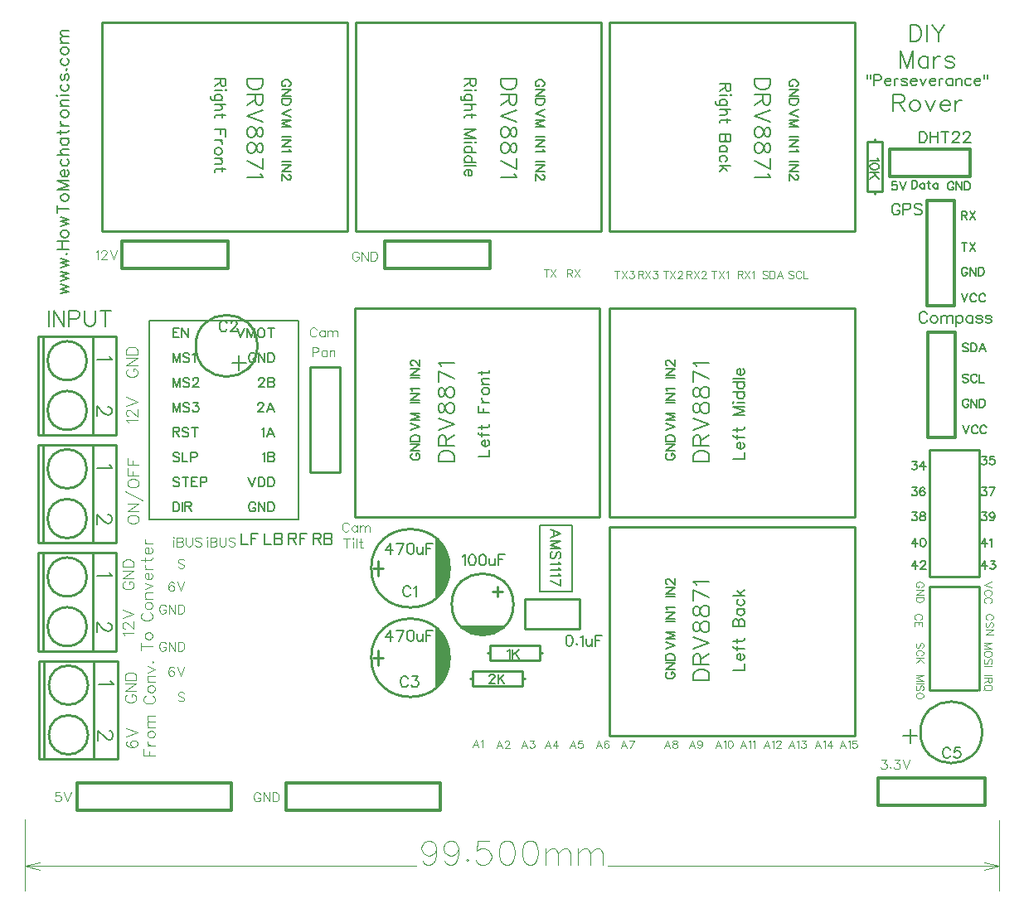
<source format=gto>
G04 Layer: TopSilkLayer*
G04 EasyEDA v6.4.19.2, 2021-05-28T18:10:01+02:00*
G04 3d613cfe214941e49b762df90ee4d122,cfe1dd9c90504c3bbdd6ef614714b9c7,10*
G04 Gerber Generator version 0.2*
G04 Scale: 100 percent, Rotated: No, Reflected: No *
G04 Dimensions in inches *
G04 leading zeros omitted , absolute positions ,3 integer and 6 decimal *
%FSLAX36Y36*%
%MOIN*%

%ADD10C,0.0100*%
%ADD15C,0.0098*%
%ADD16C,0.0118*%
%ADD28C,0.0050*%
%ADD29C,0.0079*%
%ADD30C,0.0059*%
%ADD31C,0.0080*%
%ADD32C,0.0039*%
%ADD33C,0.0071*%
%ADD34C,0.0071*%
%ADD35C,0.0079*%
%ADD36C,0.0070*%
%ADD37C,0.0040*%

%LPD*%
D30*
X2699998Y2265000D02*
G01*
X2737599Y2265000D01*
X2699998Y2276799D02*
G01*
X2737599Y2276799D01*
X2699998Y2276799D02*
G01*
X2737599Y2301900D01*
X2699998Y2301900D02*
G01*
X2737599Y2301900D01*
X2708999Y2315500D02*
G01*
X2707199Y2315500D01*
X2703599Y2317300D01*
X2701799Y2319000D01*
X2699998Y2322600D01*
X2699998Y2329800D01*
X2701799Y2333400D01*
X2703599Y2335200D01*
X2707199Y2336900D01*
X2710798Y2336900D01*
X2714299Y2335200D01*
X2719699Y2331599D01*
X2737599Y2313699D01*
X2737599Y2338699D01*
X2700000Y2165000D02*
G01*
X2737600Y2165000D01*
X2700000Y2176799D02*
G01*
X2737600Y2176799D01*
X2700000Y2176799D02*
G01*
X2737600Y2201900D01*
X2700000Y2201900D02*
G01*
X2737600Y2201900D01*
X2707200Y2213699D02*
G01*
X2705399Y2217300D01*
X2700000Y2222600D01*
X2737600Y2222600D01*
X2700000Y2055000D02*
G01*
X2737600Y2069299D01*
X2700000Y2083600D02*
G01*
X2737600Y2069299D01*
X2700000Y2095399D02*
G01*
X2737600Y2095399D01*
X2700000Y2095399D02*
G01*
X2737600Y2109800D01*
X2700000Y2124099D02*
G01*
X2737600Y2109800D01*
X2700000Y2124099D02*
G01*
X2737600Y2124099D01*
X2708999Y1961799D02*
G01*
X2705399Y1960100D01*
X2701800Y1956500D01*
X2700000Y1952899D01*
X2700000Y1945700D01*
X2701800Y1942199D01*
X2705399Y1938600D01*
X2708999Y1936799D01*
X2714300Y1935000D01*
X2723299Y1935000D01*
X2728699Y1936799D01*
X2732200Y1938600D01*
X2735799Y1942199D01*
X2737600Y1945700D01*
X2737600Y1952899D01*
X2735799Y1956500D01*
X2732200Y1960100D01*
X2728699Y1961799D01*
X2723299Y1961799D01*
X2723299Y1952899D02*
G01*
X2723299Y1961799D01*
X2700000Y1973699D02*
G01*
X2737600Y1973699D01*
X2700000Y1973699D02*
G01*
X2737600Y1998699D01*
X2700000Y1998699D02*
G01*
X2737600Y1998699D01*
X2700000Y2010500D02*
G01*
X2737600Y2010500D01*
X2700000Y2010500D02*
G01*
X2700000Y2023000D01*
X2701800Y2028400D01*
X2705399Y2031999D01*
X2708999Y2033800D01*
X2714300Y2035599D01*
X2723299Y2035599D01*
X2728699Y2033800D01*
X2732200Y2031999D01*
X2735799Y2028400D01*
X2737600Y2023000D01*
X2737600Y2010500D01*
D31*
X2812500Y1930000D02*
G01*
X2876300Y1930000D01*
X2812500Y1930000D02*
G01*
X2812500Y1951300D01*
X2815500Y1960399D01*
X2821599Y1966500D01*
X2827700Y1969499D01*
X2836800Y1972600D01*
X2851999Y1972600D01*
X2861099Y1969499D01*
X2867200Y1966500D01*
X2873299Y1960399D01*
X2876300Y1951300D01*
X2876300Y1930000D01*
X2812500Y1992699D02*
G01*
X2876300Y1992699D01*
X2812500Y1992699D02*
G01*
X2812500Y2020100D01*
X2815500Y2029200D01*
X2818500Y2032199D01*
X2824600Y2035300D01*
X2830699Y2035300D01*
X2836800Y2032199D01*
X2839799Y2029200D01*
X2842899Y2020100D01*
X2842899Y1992699D01*
X2842899Y2014000D02*
G01*
X2876300Y2035300D01*
X2812500Y2055300D02*
G01*
X2876300Y2079699D01*
X2812500Y2104000D02*
G01*
X2876300Y2079699D01*
X2812500Y2139299D02*
G01*
X2815500Y2130200D01*
X2821599Y2127100D01*
X2827700Y2127100D01*
X2833800Y2130200D01*
X2836800Y2136300D01*
X2839799Y2148400D01*
X2842899Y2157600D01*
X2848999Y2163600D01*
X2855100Y2166700D01*
X2864200Y2166700D01*
X2870299Y2163600D01*
X2873299Y2160599D01*
X2876300Y2151500D01*
X2876300Y2139299D01*
X2873299Y2130200D01*
X2870299Y2127100D01*
X2864200Y2124099D01*
X2855100Y2124099D01*
X2848999Y2127100D01*
X2842899Y2133200D01*
X2839799Y2142300D01*
X2836800Y2154499D01*
X2833800Y2160599D01*
X2827700Y2163600D01*
X2821599Y2163600D01*
X2815500Y2160599D01*
X2812500Y2151500D01*
X2812500Y2139299D01*
X2812500Y2201999D02*
G01*
X2815500Y2192800D01*
X2821599Y2189800D01*
X2827700Y2189800D01*
X2833800Y2192800D01*
X2836800Y2198899D01*
X2839799Y2211100D01*
X2842899Y2220200D01*
X2848999Y2226300D01*
X2855100Y2229400D01*
X2864200Y2229400D01*
X2870299Y2226300D01*
X2873299Y2223299D01*
X2876300Y2214099D01*
X2876300Y2201999D01*
X2873299Y2192800D01*
X2870299Y2189800D01*
X2864200Y2186799D01*
X2855100Y2186799D01*
X2848999Y2189800D01*
X2842899Y2195900D01*
X2839799Y2205000D01*
X2836800Y2217199D01*
X2833800Y2223299D01*
X2827700Y2226300D01*
X2821599Y2226300D01*
X2815500Y2223299D01*
X2812500Y2214099D01*
X2812500Y2201999D01*
X2812500Y2291999D02*
G01*
X2876300Y2261599D01*
X2812500Y2249400D02*
G01*
X2812500Y2291999D01*
X2824600Y2312100D02*
G01*
X2821599Y2318200D01*
X2812500Y2327300D01*
X2876300Y2327300D01*
X986000Y2297001D02*
G01*
X986000Y2355001D01*
X1015000Y2326001D02*
G01*
X956999Y2326001D01*
D30*
X995005Y1640720D02*
G01*
X995005Y1595619D01*
X995005Y1595619D02*
G01*
X1020805Y1595619D01*
X1034904Y1640720D02*
G01*
X1034904Y1595619D01*
X1034904Y1640720D02*
G01*
X1062905Y1640720D01*
X1034904Y1619220D02*
G01*
X1052105Y1619220D01*
X1089539Y1640720D02*
G01*
X1089539Y1595619D01*
X1089539Y1595619D02*
G01*
X1115339Y1595619D01*
X1129440Y1640720D02*
G01*
X1129440Y1595619D01*
X1129440Y1640720D02*
G01*
X1148840Y1640720D01*
X1155240Y1638519D01*
X1157439Y1636419D01*
X1159539Y1632120D01*
X1159539Y1627820D01*
X1157439Y1623519D01*
X1155240Y1621320D01*
X1148840Y1619220D01*
X1129440Y1619220D02*
G01*
X1148840Y1619220D01*
X1155240Y1617120D01*
X1157439Y1614920D01*
X1159539Y1610619D01*
X1159539Y1604220D01*
X1157439Y1599920D01*
X1155240Y1597719D01*
X1148840Y1595619D01*
X1129440Y1595619D01*
X1186171Y1640720D02*
G01*
X1186171Y1595619D01*
X1186171Y1640720D02*
G01*
X1205471Y1640720D01*
X1211971Y1638519D01*
X1214071Y1636419D01*
X1216271Y1632120D01*
X1216271Y1627820D01*
X1214071Y1623519D01*
X1211971Y1621320D01*
X1205471Y1619220D01*
X1186171Y1619220D01*
X1201171Y1619220D02*
G01*
X1216271Y1595619D01*
X1230371Y1640720D02*
G01*
X1230371Y1595619D01*
X1230371Y1640720D02*
G01*
X1258371Y1640720D01*
X1230371Y1619220D02*
G01*
X1247572Y1619220D01*
X1285005Y1640720D02*
G01*
X1285005Y1595621D01*
X1285005Y1640720D02*
G01*
X1304305Y1640720D01*
X1310805Y1638521D01*
X1312905Y1636421D01*
X1315105Y1632121D01*
X1315105Y1627820D01*
X1312905Y1623521D01*
X1310805Y1621320D01*
X1304305Y1619220D01*
X1285005Y1619220D01*
X1300005Y1619220D02*
G01*
X1315105Y1595621D01*
X1329205Y1640720D02*
G01*
X1329205Y1595621D01*
X1329205Y1640720D02*
G01*
X1348604Y1640720D01*
X1355005Y1638521D01*
X1357205Y1636421D01*
X1359305Y1632121D01*
X1359305Y1627820D01*
X1357205Y1623521D01*
X1355005Y1621320D01*
X1348604Y1619220D01*
X1329205Y1619220D02*
G01*
X1348604Y1619220D01*
X1355005Y1617121D01*
X1357205Y1614920D01*
X1359305Y1610621D01*
X1359305Y1604220D01*
X1357205Y1599920D01*
X1355005Y1597721D01*
X1348604Y1595621D01*
X1329205Y1595621D01*
D32*
X1426800Y1675799D02*
G01*
X1425100Y1679400D01*
X1421499Y1682899D01*
X1417899Y1684699D01*
X1410699Y1684699D01*
X1407200Y1682899D01*
X1403599Y1679400D01*
X1401800Y1675799D01*
X1400000Y1670399D01*
X1400000Y1661500D01*
X1401800Y1656100D01*
X1403599Y1652500D01*
X1407200Y1648899D01*
X1410699Y1647100D01*
X1417899Y1647100D01*
X1421499Y1648899D01*
X1425100Y1652500D01*
X1426800Y1656100D01*
X1460100Y1672199D02*
G01*
X1460100Y1647100D01*
X1460100Y1666799D02*
G01*
X1456499Y1670399D01*
X1453000Y1672199D01*
X1447600Y1672199D01*
X1443999Y1670399D01*
X1440399Y1666799D01*
X1438699Y1661500D01*
X1438699Y1657899D01*
X1440399Y1652500D01*
X1443999Y1648899D01*
X1447600Y1647100D01*
X1453000Y1647100D01*
X1456499Y1648899D01*
X1460100Y1652500D01*
X1471899Y1672199D02*
G01*
X1471899Y1647100D01*
X1471899Y1665000D02*
G01*
X1477299Y1670399D01*
X1480900Y1672199D01*
X1486300Y1672199D01*
X1489799Y1670399D01*
X1491599Y1665000D01*
X1491599Y1647100D01*
X1491599Y1665000D02*
G01*
X1496999Y1670399D01*
X1500600Y1672199D01*
X1505900Y1672199D01*
X1509499Y1670399D01*
X1511300Y1665000D01*
X1511300Y1647100D01*
X1296800Y2460799D02*
G01*
X1295100Y2464400D01*
X1291499Y2467899D01*
X1287899Y2469699D01*
X1280699Y2469699D01*
X1277200Y2467899D01*
X1273599Y2464400D01*
X1271800Y2460799D01*
X1270000Y2455399D01*
X1270000Y2446500D01*
X1271800Y2441100D01*
X1273599Y2437500D01*
X1277200Y2433899D01*
X1280699Y2432100D01*
X1287899Y2432100D01*
X1291499Y2433899D01*
X1295100Y2437500D01*
X1296800Y2441100D01*
X1330100Y2457199D02*
G01*
X1330100Y2432100D01*
X1330100Y2451799D02*
G01*
X1326499Y2455399D01*
X1323000Y2457199D01*
X1317600Y2457199D01*
X1313999Y2455399D01*
X1310399Y2451799D01*
X1308699Y2446500D01*
X1308699Y2442899D01*
X1310399Y2437500D01*
X1313999Y2433899D01*
X1317600Y2432100D01*
X1323000Y2432100D01*
X1326499Y2433899D01*
X1330100Y2437500D01*
X1341899Y2457199D02*
G01*
X1341899Y2432100D01*
X1341899Y2450000D02*
G01*
X1347299Y2455399D01*
X1350900Y2457199D01*
X1356300Y2457199D01*
X1359799Y2455399D01*
X1361599Y2450000D01*
X1361599Y2432100D01*
X1361599Y2450000D02*
G01*
X1366999Y2455399D01*
X1370600Y2457199D01*
X1375900Y2457199D01*
X1379499Y2455399D01*
X1381300Y2450000D01*
X1381300Y2432100D01*
X719997Y1624702D02*
G01*
X721796Y1622903D01*
X723596Y1624702D01*
X721796Y1626502D01*
X719997Y1624702D01*
X721796Y1612202D02*
G01*
X721796Y1587103D01*
X735397Y1624702D02*
G01*
X735397Y1587103D01*
X735397Y1624702D02*
G01*
X751496Y1624702D01*
X756896Y1622903D01*
X758697Y1621102D01*
X760397Y1617602D01*
X760397Y1614002D01*
X758697Y1610403D01*
X756896Y1608602D01*
X751496Y1606803D01*
X735397Y1606803D02*
G01*
X751496Y1606803D01*
X756896Y1605003D01*
X758697Y1603303D01*
X760397Y1599702D01*
X760397Y1594303D01*
X758697Y1590702D01*
X756896Y1588903D01*
X751496Y1587103D01*
X735397Y1587103D01*
X772296Y1624702D02*
G01*
X772296Y1597903D01*
X773996Y1592503D01*
X777596Y1588903D01*
X782996Y1587103D01*
X786597Y1587103D01*
X791896Y1588903D01*
X795496Y1592503D01*
X797296Y1597903D01*
X797296Y1624702D01*
X834197Y1619403D02*
G01*
X830596Y1622903D01*
X825196Y1624702D01*
X818096Y1624702D01*
X812696Y1622903D01*
X809097Y1619403D01*
X809097Y1615803D01*
X810897Y1612202D01*
X812696Y1610403D01*
X816297Y1608602D01*
X826997Y1605003D01*
X830596Y1603303D01*
X832397Y1601502D01*
X834197Y1597903D01*
X834197Y1592503D01*
X830596Y1588903D01*
X825196Y1587103D01*
X818096Y1587103D01*
X812696Y1588903D01*
X809097Y1592503D01*
X540900Y2085000D02*
G01*
X538800Y2089299D01*
X532299Y2095700D01*
X577399Y2095700D01*
X543100Y2112100D02*
G01*
X540900Y2112100D01*
X536599Y2114200D01*
X534499Y2116399D01*
X532299Y2120599D01*
X532299Y2129200D01*
X534499Y2133499D01*
X536599Y2135700D01*
X540900Y2137800D01*
X545200Y2137800D01*
X549499Y2135700D01*
X555900Y2131399D01*
X577399Y2109899D01*
X577399Y2140000D01*
X532299Y2154099D02*
G01*
X577399Y2171300D01*
X532299Y2188499D02*
G01*
X577399Y2171300D01*
X543100Y2302199D02*
G01*
X538800Y2300100D01*
X534499Y2295799D01*
X532299Y2291500D01*
X532299Y2282899D01*
X534499Y2278600D01*
X538800Y2274299D01*
X543100Y2272100D01*
X549499Y2270000D01*
X560200Y2270000D01*
X566700Y2272100D01*
X571000Y2274299D01*
X575299Y2278600D01*
X577399Y2282899D01*
X577399Y2291500D01*
X575299Y2295799D01*
X571000Y2300100D01*
X566700Y2302199D01*
X560200Y2302199D01*
X560200Y2291500D02*
G01*
X560200Y2302199D01*
X532299Y2316399D02*
G01*
X577399Y2316399D01*
X532299Y2316399D02*
G01*
X577399Y2346399D01*
X532299Y2346399D02*
G01*
X577399Y2346399D01*
X532299Y2360599D02*
G01*
X577399Y2360599D01*
X532299Y2360599D02*
G01*
X532299Y2375700D01*
X534499Y2382100D01*
X538800Y2386399D01*
X543100Y2388499D01*
X549499Y2390700D01*
X560200Y2390700D01*
X566700Y2388499D01*
X571000Y2386399D01*
X575299Y2382100D01*
X577399Y2375700D01*
X577399Y2360599D01*
D30*
X1991800Y1065799D02*
G01*
X1991800Y1067600D01*
X1993599Y1071100D01*
X1995399Y1072899D01*
X1998900Y1074699D01*
X2006099Y1074699D01*
X2009700Y1072899D01*
X2011499Y1071100D01*
X2013299Y1067600D01*
X2013299Y1064000D01*
X2011499Y1060399D01*
X2007899Y1055000D01*
X1990000Y1037100D01*
X2015100Y1037100D01*
X2026899Y1074699D02*
G01*
X2026899Y1037100D01*
X2051899Y1074699D02*
G01*
X2026899Y1049699D01*
X2035799Y1058600D02*
G01*
X2051899Y1037100D01*
X2065000Y1167600D02*
G01*
X2068599Y1169400D01*
X2073900Y1174699D01*
X2073900Y1137100D01*
X2085799Y1174699D02*
G01*
X2085799Y1137100D01*
X2110799Y1174699D02*
G01*
X2085799Y1149699D01*
X2094700Y1158600D02*
G01*
X2110799Y1137100D01*
D32*
X538800Y805799D02*
G01*
X534499Y803600D01*
X532299Y797199D01*
X532299Y792899D01*
X534499Y786399D01*
X540900Y782100D01*
X551700Y780000D01*
X562399Y780000D01*
X571000Y782100D01*
X575299Y786399D01*
X577399Y792899D01*
X577399Y795000D01*
X575299Y801500D01*
X571000Y805799D01*
X564499Y807899D01*
X562399Y807899D01*
X555900Y805799D01*
X551700Y801500D01*
X549499Y795000D01*
X549499Y792899D01*
X551700Y786399D01*
X555900Y782100D01*
X562399Y780000D01*
X532299Y822100D02*
G01*
X577399Y839299D01*
X532299Y856399D02*
G01*
X577399Y839299D01*
X538100Y992199D02*
G01*
X533800Y990100D01*
X529499Y985799D01*
X527299Y981500D01*
X527299Y972899D01*
X529499Y968600D01*
X533800Y964299D01*
X538100Y962100D01*
X544499Y960000D01*
X555200Y960000D01*
X561700Y962100D01*
X566000Y964299D01*
X570299Y968600D01*
X572399Y972899D01*
X572399Y981500D01*
X570299Y985799D01*
X566000Y990100D01*
X561700Y992199D01*
X555200Y992199D01*
X555200Y981500D02*
G01*
X555200Y992199D01*
X527299Y1006399D02*
G01*
X572399Y1006399D01*
X527299Y1006399D02*
G01*
X572399Y1036399D01*
X527299Y1036399D02*
G01*
X572399Y1036399D01*
X527299Y1050599D02*
G01*
X572399Y1050599D01*
X527299Y1050599D02*
G01*
X527299Y1065700D01*
X529499Y1072100D01*
X533800Y1076399D01*
X538100Y1078499D01*
X544499Y1080700D01*
X555200Y1080700D01*
X561700Y1078499D01*
X566000Y1076399D01*
X570299Y1072100D01*
X572399Y1065700D01*
X572399Y1050599D01*
D33*
X220000Y2537500D02*
G01*
X220000Y2473699D01*
X240100Y2537500D02*
G01*
X240100Y2473699D01*
X240100Y2537500D02*
G01*
X282700Y2473699D01*
X282700Y2537500D02*
G01*
X282700Y2473699D01*
X302700Y2537500D02*
G01*
X302700Y2473699D01*
X302700Y2537500D02*
G01*
X330100Y2537500D01*
X339300Y2534499D01*
X342299Y2531500D01*
X345299Y2525399D01*
X345299Y2516199D01*
X342299Y2510200D01*
X339300Y2507100D01*
X330100Y2504099D01*
X302700Y2504099D01*
X365399Y2537500D02*
G01*
X365399Y2491900D01*
X368500Y2482800D01*
X374499Y2476700D01*
X383699Y2473699D01*
X389799Y2473699D01*
X398900Y2476700D01*
X405000Y2482800D01*
X408000Y2491900D01*
X408000Y2537500D01*
X449399Y2537500D02*
G01*
X449399Y2473699D01*
X428100Y2537500D02*
G01*
X470699Y2537500D01*
D32*
X592299Y1185000D02*
G01*
X637399Y1185000D01*
X592299Y1170000D02*
G01*
X592299Y1200100D01*
X607399Y1225000D02*
G01*
X609499Y1220700D01*
X613800Y1216399D01*
X620200Y1214200D01*
X624499Y1214200D01*
X631000Y1216399D01*
X635299Y1220700D01*
X637399Y1225000D01*
X637399Y1231399D01*
X635299Y1235700D01*
X631000Y1240000D01*
X624499Y1242199D01*
X620200Y1242199D01*
X613800Y1240000D01*
X609499Y1235700D01*
X607399Y1231399D01*
X607399Y1225000D01*
X603100Y1321599D02*
G01*
X598800Y1319499D01*
X594499Y1315199D01*
X592299Y1310900D01*
X592299Y1302300D01*
X594499Y1298000D01*
X598800Y1293699D01*
X603100Y1291500D01*
X609499Y1289400D01*
X620200Y1289400D01*
X626700Y1291500D01*
X631000Y1293699D01*
X635299Y1298000D01*
X637399Y1302300D01*
X637399Y1310900D01*
X635299Y1315199D01*
X631000Y1319499D01*
X626700Y1321599D01*
X607399Y1346500D02*
G01*
X609499Y1342199D01*
X613800Y1337899D01*
X620200Y1335799D01*
X624499Y1335799D01*
X631000Y1337899D01*
X635299Y1342199D01*
X637399Y1346500D01*
X637399Y1353000D01*
X635299Y1357300D01*
X631000Y1361599D01*
X624499Y1363699D01*
X620200Y1363699D01*
X613800Y1361599D01*
X609499Y1357300D01*
X607399Y1353000D01*
X607399Y1346500D01*
X607399Y1377899D02*
G01*
X637399Y1377899D01*
X615900Y1377899D02*
G01*
X609499Y1384299D01*
X607399Y1388600D01*
X607399Y1395100D01*
X609499Y1399299D01*
X615900Y1401500D01*
X637399Y1401500D01*
X607399Y1415700D02*
G01*
X637399Y1428600D01*
X607399Y1441399D02*
G01*
X637399Y1428600D01*
X620200Y1455599D02*
G01*
X620200Y1481399D01*
X615900Y1481399D01*
X611700Y1479200D01*
X609499Y1477100D01*
X607399Y1472800D01*
X607399Y1466300D01*
X609499Y1462100D01*
X613800Y1457800D01*
X620200Y1455599D01*
X624499Y1455599D01*
X631000Y1457800D01*
X635299Y1462100D01*
X637399Y1466300D01*
X637399Y1472800D01*
X635299Y1477100D01*
X631000Y1481399D01*
X607399Y1495599D02*
G01*
X637399Y1495599D01*
X620200Y1495599D02*
G01*
X613800Y1497699D01*
X609499Y1501999D01*
X607399Y1506300D01*
X607399Y1512699D01*
X592299Y1533299D02*
G01*
X628800Y1533299D01*
X635299Y1535500D01*
X637399Y1539800D01*
X637399Y1544099D01*
X607399Y1526900D02*
G01*
X607399Y1541900D01*
X620200Y1558299D02*
G01*
X620200Y1584000D01*
X615900Y1584000D01*
X611700Y1581900D01*
X609499Y1579699D01*
X607399Y1575399D01*
X607399Y1569000D01*
X609499Y1564699D01*
X613800Y1560399D01*
X620200Y1558299D01*
X624499Y1558299D01*
X631000Y1560399D01*
X635299Y1564699D01*
X637399Y1569000D01*
X637399Y1575399D01*
X635299Y1579699D01*
X631000Y1584000D01*
X607399Y1598200D02*
G01*
X637399Y1598200D01*
X620200Y1598200D02*
G01*
X613800Y1600300D01*
X609499Y1604600D01*
X607399Y1608899D01*
X607399Y1615399D01*
X602299Y745000D02*
G01*
X647399Y745000D01*
X602299Y745000D02*
G01*
X602299Y772899D01*
X623800Y745000D02*
G01*
X623800Y762199D01*
X617399Y787100D02*
G01*
X647399Y787100D01*
X630200Y787100D02*
G01*
X623800Y789200D01*
X619499Y793499D01*
X617399Y797800D01*
X617399Y804299D01*
X617399Y829200D02*
G01*
X619499Y824899D01*
X623800Y820599D01*
X630200Y818400D01*
X634499Y818400D01*
X641000Y820599D01*
X645299Y824899D01*
X647399Y829200D01*
X647399Y835599D01*
X645299Y839899D01*
X641000Y844200D01*
X634499Y846399D01*
X630200Y846399D01*
X623800Y844200D01*
X619499Y839899D01*
X617399Y835599D01*
X617399Y829200D01*
X617399Y860500D02*
G01*
X647399Y860500D01*
X625900Y860500D02*
G01*
X619499Y866999D01*
X617399Y871300D01*
X617399Y877699D01*
X619499Y881999D01*
X625900Y884200D01*
X647399Y884200D01*
X625900Y884200D02*
G01*
X619499Y890599D01*
X617399Y894899D01*
X617399Y901300D01*
X619499Y905599D01*
X625900Y907800D01*
X647399Y907800D01*
X613100Y987199D02*
G01*
X608800Y985100D01*
X604499Y980799D01*
X602299Y976500D01*
X602299Y967899D01*
X604499Y963600D01*
X608800Y959299D01*
X613100Y957199D01*
X619499Y955000D01*
X630200Y955000D01*
X636700Y957199D01*
X641000Y959299D01*
X645299Y963600D01*
X647399Y967899D01*
X647399Y976500D01*
X645299Y980799D01*
X641000Y985100D01*
X636700Y987199D01*
X617399Y1012100D02*
G01*
X619499Y1007800D01*
X623800Y1003600D01*
X630200Y1001399D01*
X634499Y1001399D01*
X641000Y1003600D01*
X645299Y1007800D01*
X647399Y1012100D01*
X647399Y1018600D01*
X645299Y1022899D01*
X641000Y1027199D01*
X634499Y1029299D01*
X630200Y1029299D01*
X623800Y1027199D01*
X619499Y1022899D01*
X617399Y1018600D01*
X617399Y1012100D01*
X617399Y1043499D02*
G01*
X647399Y1043499D01*
X625900Y1043499D02*
G01*
X619499Y1049899D01*
X617399Y1054200D01*
X617399Y1060700D01*
X619499Y1065000D01*
X625900Y1067100D01*
X647399Y1067100D01*
X617399Y1081300D02*
G01*
X647399Y1094200D01*
X617399Y1107100D02*
G01*
X647399Y1094200D01*
X636700Y1123400D02*
G01*
X638800Y1121199D01*
X641000Y1123400D01*
X638800Y1125500D01*
X636700Y1123400D01*
X740497Y970603D02*
G01*
X744098Y967103D01*
X749498Y965302D01*
X756697Y965302D01*
X761998Y967103D01*
X765598Y970603D01*
X765598Y974203D01*
X763797Y977802D01*
X761998Y979603D01*
X758397Y981403D01*
X747698Y985003D01*
X744098Y986703D01*
X742298Y988503D01*
X740497Y992103D01*
X740497Y997503D01*
X744098Y1001102D01*
X749498Y1002903D01*
X756697Y1002903D01*
X761998Y1001102D01*
X765598Y997503D01*
X723396Y1098501D02*
G01*
X721595Y1102002D01*
X716195Y1103802D01*
X712596Y1103802D01*
X707295Y1102002D01*
X703695Y1096702D01*
X701895Y1087701D01*
X701895Y1078802D01*
X703695Y1071601D01*
X707295Y1068002D01*
X712596Y1066201D01*
X714395Y1066201D01*
X719795Y1068002D01*
X723396Y1071601D01*
X725195Y1077002D01*
X725195Y1078802D01*
X723396Y1084101D01*
X719795Y1087701D01*
X714395Y1089502D01*
X712596Y1089502D01*
X707295Y1087701D01*
X703695Y1084101D01*
X701895Y1078802D01*
X736995Y1103802D02*
G01*
X751296Y1066201D01*
X765595Y1103802D02*
G01*
X751296Y1066201D01*
X691796Y1195803D02*
G01*
X690096Y1199403D01*
X686496Y1202903D01*
X682897Y1204702D01*
X675697Y1204702D01*
X672196Y1202903D01*
X668596Y1199403D01*
X666796Y1195803D01*
X664997Y1190403D01*
X664997Y1181502D01*
X666796Y1176102D01*
X668596Y1172503D01*
X672196Y1168903D01*
X675697Y1167103D01*
X682897Y1167103D01*
X686496Y1168903D01*
X690096Y1172503D01*
X691796Y1176102D01*
X691796Y1181502D01*
X682897Y1181502D02*
G01*
X691796Y1181502D01*
X703697Y1204702D02*
G01*
X703697Y1167103D01*
X703697Y1204702D02*
G01*
X728697Y1167103D01*
X728697Y1204702D02*
G01*
X728697Y1167103D01*
X740496Y1204702D02*
G01*
X740496Y1167103D01*
X740496Y1204702D02*
G01*
X752996Y1204702D01*
X758397Y1202903D01*
X761997Y1199403D01*
X763797Y1195803D01*
X765596Y1190403D01*
X765596Y1181502D01*
X763797Y1176102D01*
X761997Y1172503D01*
X758397Y1168903D01*
X752996Y1167103D01*
X740496Y1167103D01*
D30*
X2972299Y1940000D02*
G01*
X3017399Y1940000D01*
X3017399Y1940000D02*
G01*
X3017399Y1965799D01*
X3000200Y1979899D02*
G01*
X3000200Y2005700D01*
X2995900Y2005700D01*
X2991700Y2003600D01*
X2989499Y2001399D01*
X2987399Y1997100D01*
X2987399Y1990700D01*
X2989499Y1986399D01*
X2993800Y1982100D01*
X3000200Y1979899D01*
X3004499Y1979899D01*
X3011000Y1982100D01*
X3015299Y1986399D01*
X3017399Y1990700D01*
X3017399Y1997100D01*
X3015299Y2001399D01*
X3011000Y2005700D01*
X2972299Y2037100D02*
G01*
X2972299Y2032800D01*
X2974499Y2028499D01*
X2980900Y2026300D01*
X3017399Y2026300D01*
X2987399Y2019899D02*
G01*
X2987399Y2034899D01*
X2972299Y2057699D02*
G01*
X3008800Y2057699D01*
X3015299Y2059800D01*
X3017399Y2064099D01*
X3017399Y2068400D01*
X2987399Y2051199D02*
G01*
X2987399Y2066300D01*
X2972299Y2115700D02*
G01*
X3017399Y2115700D01*
X2972299Y2115700D02*
G01*
X3017399Y2132800D01*
X2972299Y2150000D02*
G01*
X3017399Y2132800D01*
X2972299Y2150000D02*
G01*
X3017399Y2150000D01*
X2972299Y2164200D02*
G01*
X2974499Y2166300D01*
X2972299Y2168499D01*
X2970200Y2166300D01*
X2972299Y2164200D01*
X2987399Y2166300D02*
G01*
X3017399Y2166300D01*
X2972299Y2208400D02*
G01*
X3017399Y2208400D01*
X2993800Y2208400D02*
G01*
X2989499Y2204099D01*
X2987399Y2199800D01*
X2987399Y2193400D01*
X2989499Y2189099D01*
X2993800Y2184800D01*
X3000200Y2182700D01*
X3004499Y2182700D01*
X3011000Y2184800D01*
X3015299Y2189099D01*
X3017399Y2193400D01*
X3017399Y2199800D01*
X3015299Y2204099D01*
X3011000Y2208400D01*
X2972299Y2248400D02*
G01*
X3017399Y2248400D01*
X2993800Y2248400D02*
G01*
X2989499Y2244099D01*
X2987399Y2239800D01*
X2987399Y2233299D01*
X2989499Y2229000D01*
X2993800Y2224800D01*
X3000200Y2222600D01*
X3004499Y2222600D01*
X3011000Y2224800D01*
X3015299Y2229000D01*
X3017399Y2233299D01*
X3017399Y2239800D01*
X3015299Y2244099D01*
X3011000Y2248400D01*
X2972299Y2262500D02*
G01*
X3017399Y2262500D01*
X3000200Y2276700D02*
G01*
X3000200Y2302500D01*
X2995900Y2302500D01*
X2991700Y2300300D01*
X2989499Y2298200D01*
X2987399Y2293899D01*
X2987399Y2287500D01*
X2989499Y2283200D01*
X2993800Y2278899D01*
X3000200Y2276700D01*
X3004499Y2276700D01*
X3011000Y2278899D01*
X3015299Y2283200D01*
X3017399Y2287500D01*
X3017399Y2293899D01*
X3015299Y2298200D01*
X3011000Y2302500D01*
X2972299Y1090000D02*
G01*
X3017399Y1090000D01*
X3017399Y1090000D02*
G01*
X3017399Y1115799D01*
X3000200Y1129899D02*
G01*
X3000200Y1155700D01*
X2995900Y1155700D01*
X2991700Y1153600D01*
X2989499Y1151399D01*
X2987399Y1147100D01*
X2987399Y1140700D01*
X2989499Y1136399D01*
X2993800Y1132100D01*
X3000200Y1129899D01*
X3004499Y1129899D01*
X3011000Y1132100D01*
X3015299Y1136399D01*
X3017399Y1140700D01*
X3017399Y1147100D01*
X3015299Y1151399D01*
X3011000Y1155700D01*
X2972299Y1187100D02*
G01*
X2972299Y1182800D01*
X2974499Y1178499D01*
X2980900Y1176300D01*
X3017399Y1176300D01*
X2987399Y1169899D02*
G01*
X2987399Y1184899D01*
X2972299Y1207699D02*
G01*
X3008800Y1207699D01*
X3015299Y1209800D01*
X3017399Y1214099D01*
X3017399Y1218400D01*
X2987399Y1201199D02*
G01*
X2987399Y1216300D01*
X2972299Y1265700D02*
G01*
X3017399Y1265700D01*
X2972299Y1265700D02*
G01*
X2972299Y1285000D01*
X2974499Y1291399D01*
X2976599Y1293600D01*
X2980900Y1295700D01*
X2985200Y1295700D01*
X2989499Y1293600D01*
X2991700Y1291399D01*
X2993800Y1285000D01*
X2993800Y1265700D02*
G01*
X2993800Y1285000D01*
X2995900Y1291399D01*
X2998100Y1293600D01*
X3002399Y1295700D01*
X3008800Y1295700D01*
X3013100Y1293600D01*
X3015299Y1291399D01*
X3017399Y1285000D01*
X3017399Y1265700D01*
X2987399Y1335700D02*
G01*
X3017399Y1335700D01*
X2993800Y1335700D02*
G01*
X2989499Y1331399D01*
X2987399Y1327100D01*
X2987399Y1320599D01*
X2989499Y1316300D01*
X2993800Y1311999D01*
X3000200Y1309899D01*
X3004499Y1309899D01*
X3011000Y1311999D01*
X3015299Y1316300D01*
X3017399Y1320599D01*
X3017399Y1327100D01*
X3015299Y1331399D01*
X3011000Y1335700D01*
X2993800Y1375599D02*
G01*
X2989499Y1371300D01*
X2987399Y1366999D01*
X2987399Y1360599D01*
X2989499Y1356300D01*
X2993800Y1351999D01*
X3000200Y1349800D01*
X3004499Y1349800D01*
X3011000Y1351999D01*
X3015299Y1356300D01*
X3017399Y1360599D01*
X3017399Y1366999D01*
X3015299Y1371300D01*
X3011000Y1375599D01*
X2972299Y1389800D02*
G01*
X3017399Y1389800D01*
X2987399Y1411300D02*
G01*
X3008800Y1389800D01*
X3000200Y1398400D02*
G01*
X3017399Y1413400D01*
X932700Y3470000D02*
G01*
X887600Y3470000D01*
X932700Y3470000D02*
G01*
X932700Y3450700D01*
X930500Y3444200D01*
X928400Y3442100D01*
X924099Y3439899D01*
X919799Y3439899D01*
X915500Y3442100D01*
X913299Y3444200D01*
X911199Y3450700D01*
X911199Y3470000D01*
X911199Y3455000D02*
G01*
X887600Y3439899D01*
X932700Y3425799D02*
G01*
X930500Y3423600D01*
X932700Y3421500D01*
X934799Y3423600D01*
X932700Y3425799D01*
X917600Y3423600D02*
G01*
X887600Y3423600D01*
X917600Y3381500D02*
G01*
X883299Y3381500D01*
X876800Y3383699D01*
X874700Y3385799D01*
X872500Y3390100D01*
X872500Y3396599D01*
X874700Y3400900D01*
X911199Y3381500D02*
G01*
X915500Y3385799D01*
X917600Y3390100D01*
X917600Y3396599D01*
X915500Y3400900D01*
X911199Y3405100D01*
X904799Y3407300D01*
X900500Y3407300D01*
X893999Y3405100D01*
X889700Y3400900D01*
X887600Y3396599D01*
X887600Y3390100D01*
X889700Y3385799D01*
X893999Y3381500D01*
X932700Y3367399D02*
G01*
X887600Y3367399D01*
X909099Y3367399D02*
G01*
X915500Y3360900D01*
X917600Y3356599D01*
X917600Y3350200D01*
X915500Y3345900D01*
X909099Y3343699D01*
X887600Y3343699D01*
X932700Y3323099D02*
G01*
X896199Y3323099D01*
X889700Y3320999D01*
X887600Y3316700D01*
X887600Y3312399D01*
X917600Y3329600D02*
G01*
X917600Y3314499D01*
X932700Y3265100D02*
G01*
X887600Y3265100D01*
X932700Y3265100D02*
G01*
X932700Y3237199D01*
X911199Y3265100D02*
G01*
X911199Y3248000D01*
X917600Y3223000D02*
G01*
X887600Y3223000D01*
X904799Y3223000D02*
G01*
X911199Y3220900D01*
X915500Y3216599D01*
X917600Y3212300D01*
X917600Y3205900D01*
X917600Y3180999D02*
G01*
X915500Y3185200D01*
X911199Y3189499D01*
X904799Y3191700D01*
X900500Y3191700D01*
X893999Y3189499D01*
X889700Y3185200D01*
X887600Y3180999D01*
X887600Y3174499D01*
X889700Y3170200D01*
X893999Y3165900D01*
X900500Y3163800D01*
X904799Y3163800D01*
X911199Y3165900D01*
X915500Y3170200D01*
X917600Y3174499D01*
X917600Y3180999D01*
X917600Y3149600D02*
G01*
X887600Y3149600D01*
X909099Y3149600D02*
G01*
X915500Y3143200D01*
X917600Y3138899D01*
X917600Y3132399D01*
X915500Y3128099D01*
X909099Y3125999D01*
X887600Y3125999D01*
X932700Y3105399D02*
G01*
X896199Y3105399D01*
X889700Y3103200D01*
X887600Y3098899D01*
X887600Y3094600D01*
X917600Y3111799D02*
G01*
X917600Y3096799D01*
X1937700Y3470000D02*
G01*
X1892600Y3470000D01*
X1937700Y3470000D02*
G01*
X1937700Y3450700D01*
X1935500Y3444200D01*
X1933400Y3442100D01*
X1929099Y3439899D01*
X1924799Y3439899D01*
X1920500Y3442100D01*
X1918299Y3444200D01*
X1916199Y3450700D01*
X1916199Y3470000D01*
X1916199Y3455000D02*
G01*
X1892600Y3439899D01*
X1937700Y3425799D02*
G01*
X1935500Y3423600D01*
X1937700Y3421500D01*
X1939799Y3423600D01*
X1937700Y3425799D01*
X1922600Y3423600D02*
G01*
X1892600Y3423600D01*
X1922600Y3381500D02*
G01*
X1888299Y3381500D01*
X1881800Y3383699D01*
X1879700Y3385799D01*
X1877500Y3390100D01*
X1877500Y3396599D01*
X1879700Y3400900D01*
X1916199Y3381500D02*
G01*
X1920500Y3385799D01*
X1922600Y3390100D01*
X1922600Y3396599D01*
X1920500Y3400900D01*
X1916199Y3405100D01*
X1909799Y3407300D01*
X1905500Y3407300D01*
X1898999Y3405100D01*
X1894700Y3400900D01*
X1892600Y3396599D01*
X1892600Y3390100D01*
X1894700Y3385799D01*
X1898999Y3381500D01*
X1937700Y3367399D02*
G01*
X1892600Y3367399D01*
X1914099Y3367399D02*
G01*
X1920500Y3360900D01*
X1922600Y3356599D01*
X1922600Y3350200D01*
X1920500Y3345900D01*
X1914099Y3343699D01*
X1892600Y3343699D01*
X1937700Y3323099D02*
G01*
X1901199Y3323099D01*
X1894700Y3320999D01*
X1892600Y3316700D01*
X1892600Y3312399D01*
X1922600Y3329600D02*
G01*
X1922600Y3314499D01*
X1937700Y3265100D02*
G01*
X1892600Y3265100D01*
X1937700Y3265100D02*
G01*
X1892600Y3248000D01*
X1937700Y3230799D02*
G01*
X1892600Y3248000D01*
X1937700Y3230799D02*
G01*
X1892600Y3230799D01*
X1937700Y3216599D02*
G01*
X1935500Y3214499D01*
X1937700Y3212300D01*
X1939799Y3214499D01*
X1937700Y3216599D01*
X1922600Y3214499D02*
G01*
X1892600Y3214499D01*
X1937700Y3172399D02*
G01*
X1892600Y3172399D01*
X1916199Y3172399D02*
G01*
X1920500Y3176700D01*
X1922600Y3180999D01*
X1922600Y3187399D01*
X1920500Y3191700D01*
X1916199Y3195999D01*
X1909799Y3198099D01*
X1905500Y3198099D01*
X1898999Y3195999D01*
X1894700Y3191700D01*
X1892600Y3187399D01*
X1892600Y3180999D01*
X1894700Y3176700D01*
X1898999Y3172399D01*
X1937700Y3132399D02*
G01*
X1892600Y3132399D01*
X1916199Y3132399D02*
G01*
X1920500Y3136700D01*
X1922600Y3140999D01*
X1922600Y3147500D01*
X1920500Y3151700D01*
X1916199Y3155999D01*
X1909799Y3158200D01*
X1905500Y3158200D01*
X1898999Y3155999D01*
X1894700Y3151700D01*
X1892600Y3147500D01*
X1892600Y3140999D01*
X1894700Y3136700D01*
X1898999Y3132399D01*
X1937700Y3118200D02*
G01*
X1892600Y3118200D01*
X1909799Y3104099D02*
G01*
X1909799Y3078299D01*
X1914099Y3078299D01*
X1918299Y3080500D01*
X1920500Y3082600D01*
X1922600Y3086900D01*
X1922600Y3093299D01*
X1920500Y3097600D01*
X1916199Y3101900D01*
X1909799Y3104099D01*
X1905500Y3104099D01*
X1898999Y3101900D01*
X1894700Y3097600D01*
X1892600Y3093299D01*
X1892600Y3086900D01*
X1894700Y3082600D01*
X1898999Y3078299D01*
X2962700Y3450000D02*
G01*
X2917600Y3450000D01*
X2962700Y3450000D02*
G01*
X2962700Y3430700D01*
X2960500Y3424200D01*
X2958400Y3422100D01*
X2954099Y3419899D01*
X2949799Y3419899D01*
X2945500Y3422100D01*
X2943299Y3424200D01*
X2941199Y3430700D01*
X2941199Y3450000D01*
X2941199Y3435000D02*
G01*
X2917600Y3419899D01*
X2962700Y3405799D02*
G01*
X2960500Y3403600D01*
X2962700Y3401500D01*
X2964799Y3403600D01*
X2962700Y3405799D01*
X2947600Y3403600D02*
G01*
X2917600Y3403600D01*
X2947600Y3361500D02*
G01*
X2913299Y3361500D01*
X2906800Y3363699D01*
X2904700Y3365799D01*
X2902500Y3370100D01*
X2902500Y3376599D01*
X2904700Y3380900D01*
X2941199Y3361500D02*
G01*
X2945500Y3365799D01*
X2947600Y3370100D01*
X2947600Y3376599D01*
X2945500Y3380900D01*
X2941199Y3385100D01*
X2934799Y3387300D01*
X2930500Y3387300D01*
X2923999Y3385100D01*
X2919700Y3380900D01*
X2917600Y3376599D01*
X2917600Y3370100D01*
X2919700Y3365799D01*
X2923999Y3361500D01*
X2962700Y3347399D02*
G01*
X2917600Y3347399D01*
X2939099Y3347399D02*
G01*
X2945500Y3340900D01*
X2947600Y3336599D01*
X2947600Y3330200D01*
X2945500Y3325900D01*
X2939099Y3323699D01*
X2917600Y3323699D01*
X2962700Y3303099D02*
G01*
X2926199Y3303099D01*
X2919700Y3300999D01*
X2917600Y3296700D01*
X2917600Y3292399D01*
X2947600Y3309600D02*
G01*
X2947600Y3294499D01*
X2962700Y3245100D02*
G01*
X2917600Y3245100D01*
X2962700Y3245100D02*
G01*
X2962700Y3225799D01*
X2960500Y3219400D01*
X2958400Y3217199D01*
X2954099Y3215100D01*
X2949799Y3215100D01*
X2945500Y3217199D01*
X2943299Y3219400D01*
X2941199Y3225799D01*
X2941199Y3245100D02*
G01*
X2941199Y3225799D01*
X2939099Y3219400D01*
X2936899Y3217199D01*
X2932600Y3215100D01*
X2926199Y3215100D01*
X2921899Y3217199D01*
X2919700Y3219400D01*
X2917600Y3225799D01*
X2917600Y3245100D01*
X2947600Y3175100D02*
G01*
X2917600Y3175100D01*
X2941199Y3175100D02*
G01*
X2945500Y3179400D01*
X2947600Y3183699D01*
X2947600Y3190200D01*
X2945500Y3194499D01*
X2941199Y3198699D01*
X2934799Y3200900D01*
X2930500Y3200900D01*
X2923999Y3198699D01*
X2919700Y3194499D01*
X2917600Y3190200D01*
X2917600Y3183699D01*
X2919700Y3179400D01*
X2923999Y3175100D01*
X2941199Y3135200D02*
G01*
X2945500Y3139499D01*
X2947600Y3143800D01*
X2947600Y3150200D01*
X2945500Y3154499D01*
X2941199Y3158800D01*
X2934799Y3160999D01*
X2930500Y3160999D01*
X2923999Y3158800D01*
X2919700Y3154499D01*
X2917600Y3150200D01*
X2917600Y3143800D01*
X2919700Y3139499D01*
X2923999Y3135200D01*
X2962700Y3120999D02*
G01*
X2917600Y3120999D01*
X2947600Y3099499D02*
G01*
X2926199Y3120999D01*
X2934799Y3112399D02*
G01*
X2917600Y3097399D01*
X1947299Y1950000D02*
G01*
X1992399Y1950000D01*
X1992399Y1950000D02*
G01*
X1992399Y1975799D01*
X1975200Y1989899D02*
G01*
X1975200Y2015700D01*
X1970900Y2015700D01*
X1966700Y2013600D01*
X1964499Y2011399D01*
X1962399Y2007100D01*
X1962399Y2000700D01*
X1964499Y1996399D01*
X1968800Y1992100D01*
X1975200Y1989899D01*
X1979499Y1989899D01*
X1986000Y1992100D01*
X1990299Y1996399D01*
X1992399Y2000700D01*
X1992399Y2007100D01*
X1990299Y2011399D01*
X1986000Y2015700D01*
X1947299Y2047100D02*
G01*
X1947299Y2042800D01*
X1949499Y2038499D01*
X1955900Y2036300D01*
X1992399Y2036300D01*
X1962399Y2029899D02*
G01*
X1962399Y2044899D01*
X1947299Y2067699D02*
G01*
X1983800Y2067699D01*
X1990299Y2069800D01*
X1992399Y2074099D01*
X1992399Y2078400D01*
X1962399Y2061199D02*
G01*
X1962399Y2076300D01*
X1947299Y2125700D02*
G01*
X1992399Y2125700D01*
X1947299Y2125700D02*
G01*
X1947299Y2153600D01*
X1968800Y2125700D02*
G01*
X1968800Y2142800D01*
X1962399Y2167800D02*
G01*
X1992399Y2167800D01*
X1975200Y2167800D02*
G01*
X1968800Y2169899D01*
X1964499Y2174200D01*
X1962399Y2178499D01*
X1962399Y2184899D01*
X1962399Y2209800D02*
G01*
X1964499Y2205500D01*
X1968800Y2201300D01*
X1975200Y2199099D01*
X1979499Y2199099D01*
X1986000Y2201300D01*
X1990299Y2205500D01*
X1992399Y2209800D01*
X1992399Y2216300D01*
X1990299Y2220599D01*
X1986000Y2224899D01*
X1979499Y2226999D01*
X1975200Y2226999D01*
X1968800Y2224899D01*
X1964499Y2220599D01*
X1962399Y2216300D01*
X1962399Y2209800D01*
X1962399Y2241199D02*
G01*
X1992399Y2241199D01*
X1970900Y2241199D02*
G01*
X1964499Y2247600D01*
X1962399Y2251900D01*
X1962399Y2258400D01*
X1964499Y2262700D01*
X1970900Y2264800D01*
X1992399Y2264800D01*
X1947299Y2285399D02*
G01*
X1983800Y2285399D01*
X1990299Y2287600D01*
X1992399Y2291900D01*
X1992399Y2296199D01*
X1962399Y2279000D02*
G01*
X1962399Y2294000D01*
D31*
X1787500Y1930000D02*
G01*
X1851300Y1930000D01*
X1787500Y1930000D02*
G01*
X1787500Y1951300D01*
X1790500Y1960399D01*
X1796599Y1966500D01*
X1802700Y1969499D01*
X1811800Y1972600D01*
X1826999Y1972600D01*
X1836099Y1969499D01*
X1842200Y1966500D01*
X1848299Y1960399D01*
X1851300Y1951300D01*
X1851300Y1930000D01*
X1787500Y1992699D02*
G01*
X1851300Y1992699D01*
X1787500Y1992699D02*
G01*
X1787500Y2020100D01*
X1790500Y2029200D01*
X1793500Y2032199D01*
X1799600Y2035300D01*
X1805699Y2035300D01*
X1811800Y2032199D01*
X1814799Y2029200D01*
X1817899Y2020100D01*
X1817899Y1992699D01*
X1817899Y2014000D02*
G01*
X1851300Y2035300D01*
X1787500Y2055300D02*
G01*
X1851300Y2079699D01*
X1787500Y2104000D02*
G01*
X1851300Y2079699D01*
X1787500Y2139299D02*
G01*
X1790500Y2130200D01*
X1796599Y2127100D01*
X1802700Y2127100D01*
X1808800Y2130200D01*
X1811800Y2136300D01*
X1814799Y2148400D01*
X1817899Y2157600D01*
X1823999Y2163600D01*
X1830100Y2166700D01*
X1839200Y2166700D01*
X1845299Y2163600D01*
X1848299Y2160599D01*
X1851300Y2151500D01*
X1851300Y2139299D01*
X1848299Y2130200D01*
X1845299Y2127100D01*
X1839200Y2124099D01*
X1830100Y2124099D01*
X1823999Y2127100D01*
X1817899Y2133200D01*
X1814799Y2142300D01*
X1811800Y2154499D01*
X1808800Y2160599D01*
X1802700Y2163600D01*
X1796599Y2163600D01*
X1790500Y2160599D01*
X1787500Y2151500D01*
X1787500Y2139299D01*
X1787500Y2201999D02*
G01*
X1790500Y2192800D01*
X1796599Y2189800D01*
X1802700Y2189800D01*
X1808800Y2192800D01*
X1811800Y2198899D01*
X1814799Y2211100D01*
X1817899Y2220200D01*
X1823999Y2226300D01*
X1830100Y2229400D01*
X1839200Y2229400D01*
X1845299Y2226300D01*
X1848299Y2223299D01*
X1851300Y2214099D01*
X1851300Y2201999D01*
X1848299Y2192800D01*
X1845299Y2189800D01*
X1839200Y2186799D01*
X1830100Y2186799D01*
X1823999Y2189800D01*
X1817899Y2195900D01*
X1814799Y2205000D01*
X1811800Y2217199D01*
X1808800Y2223299D01*
X1802700Y2226300D01*
X1796599Y2226300D01*
X1790500Y2223299D01*
X1787500Y2214099D01*
X1787500Y2201999D01*
X1787500Y2291999D02*
G01*
X1851300Y2261599D01*
X1787500Y2249400D02*
G01*
X1787500Y2291999D01*
X1799600Y2312100D02*
G01*
X1796599Y2318200D01*
X1787500Y2327300D01*
X1851300Y2327300D01*
D30*
X1683999Y1961799D02*
G01*
X1680399Y1960100D01*
X1676800Y1956500D01*
X1675000Y1952899D01*
X1675000Y1945700D01*
X1676800Y1942199D01*
X1680399Y1938600D01*
X1683999Y1936799D01*
X1689300Y1935000D01*
X1698299Y1935000D01*
X1703699Y1936799D01*
X1707200Y1938600D01*
X1710799Y1942199D01*
X1712600Y1945700D01*
X1712600Y1952899D01*
X1710799Y1956500D01*
X1707200Y1960100D01*
X1703699Y1961799D01*
X1698299Y1961799D01*
X1698299Y1952899D02*
G01*
X1698299Y1961799D01*
X1675000Y1973699D02*
G01*
X1712600Y1973699D01*
X1675000Y1973699D02*
G01*
X1712600Y1998699D01*
X1675000Y1998699D02*
G01*
X1712600Y1998699D01*
X1675000Y2010500D02*
G01*
X1712600Y2010500D01*
X1675000Y2010500D02*
G01*
X1675000Y2023000D01*
X1676800Y2028400D01*
X1680399Y2031999D01*
X1683999Y2033800D01*
X1689300Y2035599D01*
X1698299Y2035599D01*
X1703699Y2033800D01*
X1707200Y2031999D01*
X1710799Y2028400D01*
X1712600Y2023000D01*
X1712600Y2010500D01*
X1675000Y2055000D02*
G01*
X1712600Y2069299D01*
X1675000Y2083600D02*
G01*
X1712600Y2069299D01*
X1675000Y2095399D02*
G01*
X1712600Y2095399D01*
X1675000Y2095399D02*
G01*
X1712600Y2109800D01*
X1675000Y2124099D02*
G01*
X1712600Y2109800D01*
X1675000Y2124099D02*
G01*
X1712600Y2124099D01*
X1675000Y2165000D02*
G01*
X1712600Y2165000D01*
X1675000Y2176799D02*
G01*
X1712600Y2176799D01*
X1675000Y2176799D02*
G01*
X1712600Y2201900D01*
X1675000Y2201900D02*
G01*
X1712600Y2201900D01*
X1682200Y2213699D02*
G01*
X1680399Y2217300D01*
X1675000Y2222600D01*
X1712600Y2222600D01*
X1674998Y2265000D02*
G01*
X1712599Y2265000D01*
X1674998Y2276799D02*
G01*
X1712599Y2276799D01*
X1674998Y2276799D02*
G01*
X1712599Y2301900D01*
X1674998Y2301900D02*
G01*
X1712599Y2301900D01*
X1683999Y2315500D02*
G01*
X1682199Y2315500D01*
X1678599Y2317300D01*
X1676799Y2319000D01*
X1674998Y2322600D01*
X1674998Y2329800D01*
X1676799Y2333400D01*
X1678599Y2335200D01*
X1682199Y2336900D01*
X1685798Y2336900D01*
X1689299Y2335200D01*
X1694699Y2331599D01*
X1712599Y2313699D01*
X1712599Y2338699D01*
D31*
X2812500Y1050000D02*
G01*
X2876300Y1050000D01*
X2812500Y1050000D02*
G01*
X2812500Y1071300D01*
X2815500Y1080399D01*
X2821599Y1086500D01*
X2827700Y1089499D01*
X2836800Y1092600D01*
X2851999Y1092600D01*
X2861099Y1089499D01*
X2867200Y1086500D01*
X2873299Y1080399D01*
X2876300Y1071300D01*
X2876300Y1050000D01*
X2812500Y1112699D02*
G01*
X2876300Y1112699D01*
X2812500Y1112699D02*
G01*
X2812500Y1140100D01*
X2815500Y1149200D01*
X2818500Y1152199D01*
X2824600Y1155300D01*
X2830699Y1155300D01*
X2836800Y1152199D01*
X2839799Y1149200D01*
X2842899Y1140100D01*
X2842899Y1112699D01*
X2842899Y1134000D02*
G01*
X2876300Y1155300D01*
X2812500Y1175300D02*
G01*
X2876300Y1199699D01*
X2812500Y1224000D02*
G01*
X2876300Y1199699D01*
X2812500Y1259299D02*
G01*
X2815500Y1250199D01*
X2821599Y1247100D01*
X2827700Y1247100D01*
X2833800Y1250199D01*
X2836800Y1256300D01*
X2839799Y1268400D01*
X2842899Y1277600D01*
X2848999Y1283600D01*
X2855100Y1286700D01*
X2864200Y1286700D01*
X2870299Y1283600D01*
X2873299Y1280599D01*
X2876300Y1271500D01*
X2876300Y1259299D01*
X2873299Y1250199D01*
X2870299Y1247100D01*
X2864200Y1244099D01*
X2855100Y1244099D01*
X2848999Y1247100D01*
X2842899Y1253200D01*
X2839799Y1262300D01*
X2836800Y1274499D01*
X2833800Y1280599D01*
X2827700Y1283600D01*
X2821599Y1283600D01*
X2815500Y1280599D01*
X2812500Y1271500D01*
X2812500Y1259299D01*
X2812500Y1321999D02*
G01*
X2815500Y1312800D01*
X2821599Y1309800D01*
X2827700Y1309800D01*
X2833800Y1312800D01*
X2836800Y1318899D01*
X2839799Y1331100D01*
X2842899Y1340199D01*
X2848999Y1346300D01*
X2855100Y1349400D01*
X2864200Y1349400D01*
X2870299Y1346300D01*
X2873299Y1343299D01*
X2876300Y1334099D01*
X2876300Y1321999D01*
X2873299Y1312800D01*
X2870299Y1309800D01*
X2864200Y1306799D01*
X2855100Y1306799D01*
X2848999Y1309800D01*
X2842899Y1315900D01*
X2839799Y1325000D01*
X2836800Y1337199D01*
X2833800Y1343299D01*
X2827700Y1346300D01*
X2821599Y1346300D01*
X2815500Y1343299D01*
X2812500Y1334099D01*
X2812500Y1321999D01*
X2812500Y1411999D02*
G01*
X2876300Y1381599D01*
X2812500Y1369400D02*
G01*
X2812500Y1411999D01*
X2824600Y1432100D02*
G01*
X2821599Y1438200D01*
X2812500Y1447300D01*
X2876300Y1447300D01*
D30*
X2708999Y1081799D02*
G01*
X2705399Y1080100D01*
X2701800Y1076500D01*
X2700000Y1072899D01*
X2700000Y1065700D01*
X2701800Y1062199D01*
X2705399Y1058600D01*
X2708999Y1056799D01*
X2714300Y1055000D01*
X2723299Y1055000D01*
X2728699Y1056799D01*
X2732200Y1058600D01*
X2735799Y1062199D01*
X2737600Y1065700D01*
X2737600Y1072899D01*
X2735799Y1076500D01*
X2732200Y1080100D01*
X2728699Y1081799D01*
X2723299Y1081799D01*
X2723299Y1072899D02*
G01*
X2723299Y1081799D01*
X2700000Y1093699D02*
G01*
X2737600Y1093699D01*
X2700000Y1093699D02*
G01*
X2737600Y1118699D01*
X2700000Y1118699D02*
G01*
X2737600Y1118699D01*
X2700000Y1130500D02*
G01*
X2737600Y1130500D01*
X2700000Y1130500D02*
G01*
X2700000Y1143000D01*
X2701800Y1148400D01*
X2705399Y1151999D01*
X2708999Y1153800D01*
X2714300Y1155599D01*
X2723299Y1155599D01*
X2728699Y1153800D01*
X2732200Y1151999D01*
X2735799Y1148400D01*
X2737600Y1143000D01*
X2737600Y1130500D01*
X2700000Y1175000D02*
G01*
X2737600Y1189299D01*
X2700000Y1203600D02*
G01*
X2737600Y1189299D01*
X2700000Y1215399D02*
G01*
X2737600Y1215399D01*
X2700000Y1215399D02*
G01*
X2737600Y1229800D01*
X2700000Y1244099D02*
G01*
X2737600Y1229800D01*
X2700000Y1244099D02*
G01*
X2737600Y1244099D01*
X2700000Y1285000D02*
G01*
X2737600Y1285000D01*
X2700000Y1296799D02*
G01*
X2737600Y1296799D01*
X2700000Y1296799D02*
G01*
X2737600Y1321900D01*
X2700000Y1321900D02*
G01*
X2737600Y1321900D01*
X2707200Y1333699D02*
G01*
X2705399Y1337300D01*
X2700000Y1342600D01*
X2737600Y1342600D01*
X2699998Y1385000D02*
G01*
X2737599Y1385000D01*
X2699998Y1396799D02*
G01*
X2737599Y1396799D01*
X2699998Y1396799D02*
G01*
X2737599Y1421900D01*
X2699998Y1421900D02*
G01*
X2737599Y1421900D01*
X2708999Y1435500D02*
G01*
X2707199Y1435500D01*
X2703599Y1437300D01*
X2701799Y1439000D01*
X2699998Y1442600D01*
X2699998Y1449800D01*
X2701799Y1453400D01*
X2703599Y1455199D01*
X2707199Y1456900D01*
X2710798Y1456900D01*
X2714299Y1455199D01*
X2719699Y1451599D01*
X2737599Y1433699D01*
X2737599Y1458699D01*
D31*
X3122500Y3470000D02*
G01*
X3058699Y3470000D01*
X3122500Y3470000D02*
G01*
X3122500Y3448699D01*
X3119499Y3439600D01*
X3113400Y3433499D01*
X3107299Y3430500D01*
X3098199Y3427399D01*
X3083000Y3427399D01*
X3073900Y3430500D01*
X3067799Y3433499D01*
X3061700Y3439600D01*
X3058699Y3448699D01*
X3058699Y3470000D01*
X3122500Y3407300D02*
G01*
X3058699Y3407300D01*
X3122500Y3407300D02*
G01*
X3122500Y3379899D01*
X3119499Y3370799D01*
X3116499Y3367800D01*
X3110399Y3364699D01*
X3104300Y3364699D01*
X3098199Y3367800D01*
X3095200Y3370799D01*
X3092100Y3379899D01*
X3092100Y3407300D01*
X3092100Y3385999D02*
G01*
X3058699Y3364699D01*
X3122500Y3344699D02*
G01*
X3058699Y3320300D01*
X3122500Y3295999D02*
G01*
X3058699Y3320300D01*
X3122500Y3260700D02*
G01*
X3119499Y3269800D01*
X3113400Y3272899D01*
X3107299Y3272899D01*
X3101199Y3269800D01*
X3098199Y3263699D01*
X3095200Y3251599D01*
X3092100Y3242399D01*
X3086000Y3236399D01*
X3079899Y3233299D01*
X3070799Y3233299D01*
X3064700Y3236399D01*
X3061700Y3239400D01*
X3058699Y3248499D01*
X3058699Y3260700D01*
X3061700Y3269800D01*
X3064700Y3272899D01*
X3070799Y3275900D01*
X3079899Y3275900D01*
X3086000Y3272899D01*
X3092100Y3266799D01*
X3095200Y3257700D01*
X3098199Y3245500D01*
X3101199Y3239400D01*
X3107299Y3236399D01*
X3113400Y3236399D01*
X3119499Y3239400D01*
X3122500Y3248499D01*
X3122500Y3260700D01*
X3122500Y3198000D02*
G01*
X3119499Y3207199D01*
X3113400Y3210200D01*
X3107299Y3210200D01*
X3101199Y3207199D01*
X3098199Y3201100D01*
X3095200Y3188899D01*
X3092100Y3179800D01*
X3086000Y3173699D01*
X3079899Y3170599D01*
X3070799Y3170599D01*
X3064700Y3173699D01*
X3061700Y3176700D01*
X3058699Y3185900D01*
X3058699Y3198000D01*
X3061700Y3207199D01*
X3064700Y3210200D01*
X3070799Y3213200D01*
X3079899Y3213200D01*
X3086000Y3210200D01*
X3092100Y3204099D01*
X3095200Y3195000D01*
X3098199Y3182800D01*
X3101199Y3176700D01*
X3107299Y3173699D01*
X3113400Y3173699D01*
X3119499Y3176700D01*
X3122500Y3185900D01*
X3122500Y3198000D01*
X3122500Y3108000D02*
G01*
X3058699Y3138400D01*
X3122500Y3150599D02*
G01*
X3122500Y3108000D01*
X3110399Y3087899D02*
G01*
X3113400Y3081799D01*
X3122500Y3072700D01*
X3058699Y3072700D01*
D30*
X3226000Y3438200D02*
G01*
X3229600Y3439899D01*
X3233199Y3443499D01*
X3235000Y3447100D01*
X3235000Y3454299D01*
X3233199Y3457800D01*
X3229600Y3461399D01*
X3226000Y3463200D01*
X3220699Y3465000D01*
X3211700Y3465000D01*
X3206300Y3463200D01*
X3202799Y3461399D01*
X3199200Y3457800D01*
X3197399Y3454299D01*
X3197399Y3447100D01*
X3199200Y3443499D01*
X3202799Y3439899D01*
X3206300Y3438200D01*
X3211700Y3438200D01*
X3211700Y3447100D02*
G01*
X3211700Y3438200D01*
X3235000Y3426300D02*
G01*
X3197399Y3426300D01*
X3235000Y3426300D02*
G01*
X3197399Y3401300D01*
X3235000Y3401300D02*
G01*
X3197399Y3401300D01*
X3235000Y3389499D02*
G01*
X3197399Y3389499D01*
X3235000Y3389499D02*
G01*
X3235000Y3376999D01*
X3233199Y3371599D01*
X3229600Y3368000D01*
X3226000Y3366199D01*
X3220699Y3364400D01*
X3211700Y3364400D01*
X3206300Y3366199D01*
X3202799Y3368000D01*
X3199200Y3371599D01*
X3197399Y3376999D01*
X3197399Y3389499D01*
X3235000Y3345000D02*
G01*
X3197399Y3330700D01*
X3235000Y3316399D02*
G01*
X3197399Y3330700D01*
X3235000Y3304600D02*
G01*
X3197399Y3304600D01*
X3235000Y3304600D02*
G01*
X3197399Y3290200D01*
X3235000Y3275900D02*
G01*
X3197399Y3290200D01*
X3235000Y3275900D02*
G01*
X3197399Y3275900D01*
X3235000Y3235000D02*
G01*
X3197399Y3235000D01*
X3235000Y3223200D02*
G01*
X3197399Y3223200D01*
X3235000Y3223200D02*
G01*
X3197399Y3198099D01*
X3235000Y3198099D02*
G01*
X3197399Y3198099D01*
X3227799Y3186300D02*
G01*
X3229600Y3182700D01*
X3235000Y3177399D01*
X3197399Y3177399D01*
X3235001Y3135000D02*
G01*
X3197401Y3135000D01*
X3235001Y3123200D02*
G01*
X3197401Y3123200D01*
X3235001Y3123200D02*
G01*
X3197401Y3098099D01*
X3235001Y3098099D02*
G01*
X3197401Y3098099D01*
X3226000Y3084499D02*
G01*
X3227800Y3084499D01*
X3231400Y3082700D01*
X3233200Y3080999D01*
X3235001Y3077399D01*
X3235001Y3070200D01*
X3233200Y3066599D01*
X3231400Y3064800D01*
X3227800Y3063099D01*
X3224201Y3063099D01*
X3220700Y3064800D01*
X3215300Y3068400D01*
X3197401Y3086300D01*
X3197401Y3061300D01*
D31*
X2102500Y3470000D02*
G01*
X2038699Y3470000D01*
X2102500Y3470000D02*
G01*
X2102500Y3448699D01*
X2099499Y3439600D01*
X2093400Y3433499D01*
X2087299Y3430500D01*
X2078199Y3427399D01*
X2063000Y3427399D01*
X2053900Y3430500D01*
X2047799Y3433499D01*
X2041700Y3439600D01*
X2038699Y3448699D01*
X2038699Y3470000D01*
X2102500Y3407300D02*
G01*
X2038699Y3407300D01*
X2102500Y3407300D02*
G01*
X2102500Y3379899D01*
X2099499Y3370799D01*
X2096499Y3367800D01*
X2090399Y3364699D01*
X2084300Y3364699D01*
X2078199Y3367800D01*
X2075200Y3370799D01*
X2072100Y3379899D01*
X2072100Y3407300D01*
X2072100Y3385999D02*
G01*
X2038699Y3364699D01*
X2102500Y3344699D02*
G01*
X2038699Y3320300D01*
X2102500Y3295999D02*
G01*
X2038699Y3320300D01*
X2102500Y3260700D02*
G01*
X2099499Y3269800D01*
X2093400Y3272899D01*
X2087299Y3272899D01*
X2081199Y3269800D01*
X2078199Y3263699D01*
X2075200Y3251599D01*
X2072100Y3242399D01*
X2066000Y3236399D01*
X2059899Y3233299D01*
X2050799Y3233299D01*
X2044700Y3236399D01*
X2041700Y3239400D01*
X2038699Y3248499D01*
X2038699Y3260700D01*
X2041700Y3269800D01*
X2044700Y3272899D01*
X2050799Y3275900D01*
X2059899Y3275900D01*
X2066000Y3272899D01*
X2072100Y3266799D01*
X2075200Y3257700D01*
X2078199Y3245500D01*
X2081199Y3239400D01*
X2087299Y3236399D01*
X2093400Y3236399D01*
X2099499Y3239400D01*
X2102500Y3248499D01*
X2102500Y3260700D01*
X2102500Y3198000D02*
G01*
X2099499Y3207199D01*
X2093400Y3210200D01*
X2087299Y3210200D01*
X2081199Y3207199D01*
X2078199Y3201100D01*
X2075200Y3188899D01*
X2072100Y3179800D01*
X2066000Y3173699D01*
X2059899Y3170599D01*
X2050799Y3170599D01*
X2044700Y3173699D01*
X2041700Y3176700D01*
X2038699Y3185900D01*
X2038699Y3198000D01*
X2041700Y3207199D01*
X2044700Y3210200D01*
X2050799Y3213200D01*
X2059899Y3213200D01*
X2066000Y3210200D01*
X2072100Y3204099D01*
X2075200Y3195000D01*
X2078199Y3182800D01*
X2081199Y3176700D01*
X2087299Y3173699D01*
X2093400Y3173699D01*
X2099499Y3176700D01*
X2102500Y3185900D01*
X2102500Y3198000D01*
X2102500Y3108000D02*
G01*
X2038699Y3138400D01*
X2102500Y3150599D02*
G01*
X2102500Y3108000D01*
X2090399Y3087899D02*
G01*
X2093400Y3081799D01*
X2102500Y3072700D01*
X2038699Y3072700D01*
D30*
X2206000Y3438200D02*
G01*
X2209600Y3439899D01*
X2213199Y3443499D01*
X2215000Y3447100D01*
X2215000Y3454299D01*
X2213199Y3457800D01*
X2209600Y3461399D01*
X2206000Y3463200D01*
X2200699Y3465000D01*
X2191700Y3465000D01*
X2186300Y3463200D01*
X2182799Y3461399D01*
X2179200Y3457800D01*
X2177399Y3454299D01*
X2177399Y3447100D01*
X2179200Y3443499D01*
X2182799Y3439899D01*
X2186300Y3438200D01*
X2191700Y3438200D01*
X2191700Y3447100D02*
G01*
X2191700Y3438200D01*
X2215000Y3426300D02*
G01*
X2177399Y3426300D01*
X2215000Y3426300D02*
G01*
X2177399Y3401300D01*
X2215000Y3401300D02*
G01*
X2177399Y3401300D01*
X2215000Y3389499D02*
G01*
X2177399Y3389499D01*
X2215000Y3389499D02*
G01*
X2215000Y3376999D01*
X2213199Y3371599D01*
X2209600Y3368000D01*
X2206000Y3366199D01*
X2200699Y3364400D01*
X2191700Y3364400D01*
X2186300Y3366199D01*
X2182799Y3368000D01*
X2179200Y3371599D01*
X2177399Y3376999D01*
X2177399Y3389499D01*
X2215000Y3345000D02*
G01*
X2177399Y3330700D01*
X2215000Y3316399D02*
G01*
X2177399Y3330700D01*
X2215000Y3304600D02*
G01*
X2177399Y3304600D01*
X2215000Y3304600D02*
G01*
X2177399Y3290200D01*
X2215000Y3275900D02*
G01*
X2177399Y3290200D01*
X2215000Y3275900D02*
G01*
X2177399Y3275900D01*
X2215000Y3235000D02*
G01*
X2177399Y3235000D01*
X2215000Y3223200D02*
G01*
X2177399Y3223200D01*
X2215000Y3223200D02*
G01*
X2177399Y3198099D01*
X2215000Y3198099D02*
G01*
X2177399Y3198099D01*
X2207799Y3186300D02*
G01*
X2209600Y3182700D01*
X2215000Y3177399D01*
X2177399Y3177399D01*
X2215001Y3135000D02*
G01*
X2177401Y3135000D01*
X2215001Y3123200D02*
G01*
X2177401Y3123200D01*
X2215001Y3123200D02*
G01*
X2177401Y3098099D01*
X2215001Y3098099D02*
G01*
X2177401Y3098099D01*
X2206000Y3084499D02*
G01*
X2207800Y3084499D01*
X2211400Y3082700D01*
X2213200Y3080999D01*
X2215001Y3077399D01*
X2215001Y3070200D01*
X2213200Y3066599D01*
X2211400Y3064800D01*
X2207800Y3063099D01*
X2204201Y3063099D01*
X2200700Y3064800D01*
X2195300Y3068400D01*
X2177401Y3086300D01*
X2177401Y3061300D01*
D31*
X1082500Y3470000D02*
G01*
X1018699Y3470000D01*
X1082500Y3470000D02*
G01*
X1082500Y3448699D01*
X1079499Y3439600D01*
X1073400Y3433499D01*
X1067299Y3430500D01*
X1058199Y3427399D01*
X1043000Y3427399D01*
X1033900Y3430500D01*
X1027799Y3433499D01*
X1021700Y3439600D01*
X1018699Y3448699D01*
X1018699Y3470000D01*
X1082500Y3407300D02*
G01*
X1018699Y3407300D01*
X1082500Y3407300D02*
G01*
X1082500Y3379899D01*
X1079499Y3370799D01*
X1076499Y3367800D01*
X1070399Y3364699D01*
X1064300Y3364699D01*
X1058199Y3367800D01*
X1055200Y3370799D01*
X1052100Y3379899D01*
X1052100Y3407300D01*
X1052100Y3385999D02*
G01*
X1018699Y3364699D01*
X1082500Y3344699D02*
G01*
X1018699Y3320300D01*
X1082500Y3295999D02*
G01*
X1018699Y3320300D01*
X1082500Y3260700D02*
G01*
X1079499Y3269800D01*
X1073400Y3272899D01*
X1067299Y3272899D01*
X1061199Y3269800D01*
X1058199Y3263699D01*
X1055200Y3251599D01*
X1052100Y3242399D01*
X1046000Y3236399D01*
X1039899Y3233299D01*
X1030799Y3233299D01*
X1024700Y3236399D01*
X1021700Y3239400D01*
X1018699Y3248499D01*
X1018699Y3260700D01*
X1021700Y3269800D01*
X1024700Y3272899D01*
X1030799Y3275900D01*
X1039899Y3275900D01*
X1046000Y3272899D01*
X1052100Y3266799D01*
X1055200Y3257700D01*
X1058199Y3245500D01*
X1061199Y3239400D01*
X1067299Y3236399D01*
X1073400Y3236399D01*
X1079499Y3239400D01*
X1082500Y3248499D01*
X1082500Y3260700D01*
X1082500Y3198000D02*
G01*
X1079499Y3207199D01*
X1073400Y3210200D01*
X1067299Y3210200D01*
X1061199Y3207199D01*
X1058199Y3201100D01*
X1055200Y3188899D01*
X1052100Y3179800D01*
X1046000Y3173699D01*
X1039899Y3170599D01*
X1030799Y3170599D01*
X1024700Y3173699D01*
X1021700Y3176700D01*
X1018699Y3185900D01*
X1018699Y3198000D01*
X1021700Y3207199D01*
X1024700Y3210200D01*
X1030799Y3213200D01*
X1039899Y3213200D01*
X1046000Y3210200D01*
X1052100Y3204099D01*
X1055200Y3195000D01*
X1058199Y3182800D01*
X1061199Y3176700D01*
X1067299Y3173699D01*
X1073400Y3173699D01*
X1079499Y3176700D01*
X1082500Y3185900D01*
X1082500Y3198000D01*
X1082500Y3108000D02*
G01*
X1018699Y3138400D01*
X1082500Y3150599D02*
G01*
X1082500Y3108000D01*
X1070399Y3087899D02*
G01*
X1073400Y3081799D01*
X1082500Y3072700D01*
X1018699Y3072700D01*
D30*
X1186000Y3438200D02*
G01*
X1189600Y3439899D01*
X1193199Y3443499D01*
X1195000Y3447100D01*
X1195000Y3454299D01*
X1193199Y3457800D01*
X1189600Y3461399D01*
X1186000Y3463200D01*
X1180699Y3465000D01*
X1171700Y3465000D01*
X1166300Y3463200D01*
X1162799Y3461399D01*
X1159200Y3457800D01*
X1157399Y3454299D01*
X1157399Y3447100D01*
X1159200Y3443499D01*
X1162799Y3439899D01*
X1166300Y3438200D01*
X1171700Y3438200D01*
X1171700Y3447100D02*
G01*
X1171700Y3438200D01*
X1195000Y3426300D02*
G01*
X1157399Y3426300D01*
X1195000Y3426300D02*
G01*
X1157399Y3401300D01*
X1195000Y3401300D02*
G01*
X1157399Y3401300D01*
X1195000Y3389499D02*
G01*
X1157399Y3389499D01*
X1195000Y3389499D02*
G01*
X1195000Y3376999D01*
X1193199Y3371599D01*
X1189600Y3368000D01*
X1186000Y3366199D01*
X1180699Y3364400D01*
X1171700Y3364400D01*
X1166300Y3366199D01*
X1162799Y3368000D01*
X1159200Y3371599D01*
X1157399Y3376999D01*
X1157399Y3389499D01*
X1195000Y3345000D02*
G01*
X1157399Y3330700D01*
X1195000Y3316399D02*
G01*
X1157399Y3330700D01*
X1195000Y3304600D02*
G01*
X1157399Y3304600D01*
X1195000Y3304600D02*
G01*
X1157399Y3290200D01*
X1195000Y3275900D02*
G01*
X1157399Y3290200D01*
X1195000Y3275900D02*
G01*
X1157399Y3275900D01*
X1195000Y3235000D02*
G01*
X1157399Y3235000D01*
X1195000Y3223200D02*
G01*
X1157399Y3223200D01*
X1195000Y3223200D02*
G01*
X1157399Y3198099D01*
X1195000Y3198099D02*
G01*
X1157399Y3198099D01*
X1187799Y3186300D02*
G01*
X1189600Y3182700D01*
X1195000Y3177399D01*
X1157399Y3177399D01*
X1195001Y3135000D02*
G01*
X1157400Y3135000D01*
X1195001Y3123200D02*
G01*
X1157400Y3123200D01*
X1195001Y3123200D02*
G01*
X1157400Y3098099D01*
X1195001Y3098099D02*
G01*
X1157400Y3098099D01*
X1186000Y3084499D02*
G01*
X1187800Y3084499D01*
X1191400Y3082700D01*
X1193200Y3080999D01*
X1195001Y3077399D01*
X1195001Y3070200D01*
X1193200Y3066599D01*
X1191400Y3064800D01*
X1187800Y3063099D01*
X1184201Y3063099D01*
X1180700Y3064800D01*
X1175300Y3068400D01*
X1157400Y3086300D01*
X1157400Y3061300D01*
D32*
X1280000Y2389699D02*
G01*
X1280000Y2352100D01*
X1280000Y2389699D02*
G01*
X1296099Y2389699D01*
X1301499Y2387899D01*
X1303299Y2386100D01*
X1305100Y2382600D01*
X1305100Y2377199D01*
X1303299Y2373600D01*
X1301499Y2371799D01*
X1296099Y2370000D01*
X1280000Y2370000D01*
X1338299Y2377199D02*
G01*
X1338299Y2352100D01*
X1338299Y2371799D02*
G01*
X1334799Y2375399D01*
X1331199Y2377199D01*
X1325799Y2377199D01*
X1322200Y2375399D01*
X1318699Y2371799D01*
X1316899Y2366500D01*
X1316899Y2362899D01*
X1318699Y2357500D01*
X1322200Y2353899D01*
X1325799Y2352100D01*
X1331199Y2352100D01*
X1334799Y2353899D01*
X1338299Y2357500D01*
X1350200Y2377199D02*
G01*
X1350200Y2352100D01*
X1350200Y2370000D02*
G01*
X1355500Y2375399D01*
X1359099Y2377199D01*
X1364499Y2377199D01*
X1368000Y2375399D01*
X1369799Y2370000D01*
X1369799Y2352100D01*
X691796Y1345803D02*
G01*
X690096Y1349403D01*
X686496Y1352903D01*
X682897Y1354702D01*
X675697Y1354702D01*
X672196Y1352903D01*
X668596Y1349403D01*
X666796Y1345803D01*
X664997Y1340403D01*
X664997Y1331502D01*
X666796Y1326102D01*
X668596Y1322503D01*
X672196Y1318903D01*
X675697Y1317103D01*
X682897Y1317103D01*
X686496Y1318903D01*
X690096Y1322503D01*
X691796Y1326102D01*
X691796Y1331502D01*
X682897Y1331502D02*
G01*
X691796Y1331502D01*
X703697Y1354702D02*
G01*
X703697Y1317103D01*
X703697Y1354702D02*
G01*
X728697Y1317103D01*
X728697Y1354702D02*
G01*
X728697Y1317103D01*
X740496Y1354702D02*
G01*
X740496Y1317103D01*
X740496Y1354702D02*
G01*
X752996Y1354702D01*
X758397Y1352903D01*
X761997Y1349403D01*
X763797Y1345803D01*
X765596Y1340403D01*
X765596Y1331502D01*
X763797Y1326102D01*
X761997Y1322503D01*
X758397Y1318903D01*
X752996Y1317103D01*
X740496Y1317103D01*
X723395Y1441001D02*
G01*
X721594Y1444502D01*
X716194Y1446302D01*
X712595Y1446302D01*
X707295Y1444502D01*
X703694Y1439202D01*
X701895Y1430201D01*
X701895Y1421302D01*
X703694Y1414101D01*
X707295Y1410502D01*
X712595Y1408701D01*
X714395Y1408701D01*
X719795Y1410502D01*
X723395Y1414101D01*
X725195Y1419502D01*
X725195Y1421302D01*
X723395Y1426601D01*
X719795Y1430201D01*
X714395Y1432002D01*
X712595Y1432002D01*
X707295Y1430201D01*
X703694Y1426601D01*
X701895Y1421302D01*
X736994Y1446302D02*
G01*
X751295Y1408701D01*
X765595Y1446302D02*
G01*
X751295Y1408701D01*
X740497Y1505603D02*
G01*
X744098Y1502103D01*
X749498Y1500302D01*
X756697Y1500302D01*
X761998Y1502103D01*
X765598Y1505603D01*
X765598Y1509203D01*
X763797Y1512802D01*
X761998Y1514603D01*
X758397Y1516403D01*
X747698Y1520003D01*
X744098Y1521703D01*
X742298Y1523503D01*
X740497Y1527103D01*
X740497Y1532503D01*
X744098Y1536102D01*
X749498Y1537903D01*
X756697Y1537903D01*
X761998Y1536102D01*
X765598Y1532503D01*
X525900Y1230000D02*
G01*
X523800Y1234299D01*
X517299Y1240700D01*
X562399Y1240700D01*
X528100Y1257100D02*
G01*
X525900Y1257100D01*
X521599Y1259200D01*
X519499Y1261399D01*
X517299Y1265599D01*
X517299Y1274200D01*
X519499Y1278499D01*
X521599Y1280700D01*
X525900Y1282800D01*
X530200Y1282800D01*
X534499Y1280700D01*
X540900Y1276399D01*
X562399Y1254899D01*
X562399Y1285000D01*
X517299Y1299099D02*
G01*
X562399Y1316300D01*
X517299Y1333499D02*
G01*
X562399Y1316300D01*
X528100Y1447199D02*
G01*
X523800Y1445100D01*
X519499Y1440799D01*
X517299Y1436500D01*
X517299Y1427899D01*
X519499Y1423600D01*
X523800Y1419299D01*
X528100Y1417100D01*
X534499Y1415000D01*
X545200Y1415000D01*
X551700Y1417100D01*
X556000Y1419299D01*
X560299Y1423600D01*
X562399Y1427899D01*
X562399Y1436500D01*
X560299Y1440799D01*
X556000Y1445100D01*
X551700Y1447199D01*
X545200Y1447199D01*
X545200Y1436500D02*
G01*
X545200Y1447199D01*
X517299Y1461399D02*
G01*
X562399Y1461399D01*
X517299Y1461399D02*
G01*
X562399Y1491399D01*
X517299Y1491399D02*
G01*
X562399Y1491399D01*
X517299Y1505599D02*
G01*
X562399Y1505599D01*
X517299Y1505599D02*
G01*
X517299Y1520700D01*
X519499Y1527100D01*
X523800Y1531399D01*
X528100Y1533499D01*
X534499Y1535700D01*
X545200Y1535700D01*
X551700Y1533499D01*
X556000Y1531399D01*
X560299Y1527100D01*
X562399Y1520700D01*
X562399Y1505599D01*
X266499Y599699D02*
G01*
X248600Y599699D01*
X246799Y583600D01*
X248600Y585399D01*
X253899Y587199D01*
X259299Y587199D01*
X264700Y585399D01*
X268299Y581799D01*
X270100Y576500D01*
X270100Y572899D01*
X268299Y567500D01*
X264700Y563899D01*
X259299Y562100D01*
X253899Y562100D01*
X248600Y563899D01*
X246799Y565700D01*
X245000Y569299D01*
X281899Y599699D02*
G01*
X296199Y562100D01*
X310500Y599699D02*
G01*
X296199Y562100D01*
X1071800Y590799D02*
G01*
X1070100Y594400D01*
X1066499Y597899D01*
X1062899Y599699D01*
X1055699Y599699D01*
X1052200Y597899D01*
X1048599Y594400D01*
X1046800Y590799D01*
X1045000Y585399D01*
X1045000Y576500D01*
X1046800Y571100D01*
X1048599Y567500D01*
X1052200Y563899D01*
X1055699Y562100D01*
X1062899Y562100D01*
X1066499Y563899D01*
X1070100Y567500D01*
X1071800Y571100D01*
X1071800Y576500D01*
X1062899Y576500D02*
G01*
X1071800Y576500D01*
X1083699Y599699D02*
G01*
X1083699Y562100D01*
X1083699Y599699D02*
G01*
X1108699Y562100D01*
X1108699Y599699D02*
G01*
X1108699Y562100D01*
X1120500Y599699D02*
G01*
X1120500Y562100D01*
X1120500Y599699D02*
G01*
X1133000Y599699D01*
X1138400Y597899D01*
X1141999Y594400D01*
X1143800Y590799D01*
X1145600Y585399D01*
X1145600Y576500D01*
X1143800Y571100D01*
X1141999Y567500D01*
X1138400Y563899D01*
X1133000Y562100D01*
X1120500Y562100D01*
X410000Y2772600D02*
G01*
X413599Y2774400D01*
X418900Y2779699D01*
X418900Y2742100D01*
X432500Y2770799D02*
G01*
X432500Y2772600D01*
X434300Y2776100D01*
X436099Y2777899D01*
X439700Y2779699D01*
X446899Y2779699D01*
X450399Y2777899D01*
X452200Y2776100D01*
X453999Y2772600D01*
X453999Y2769000D01*
X452200Y2765399D01*
X448699Y2760000D01*
X430799Y2742100D01*
X455799Y2742100D01*
X467600Y2779699D02*
G01*
X481899Y2742100D01*
X496300Y2779699D02*
G01*
X481899Y2742100D01*
X1937534Y810000D02*
G01*
X1926035Y779899D01*
X1937534Y810000D02*
G01*
X1948935Y779899D01*
X1930334Y789899D02*
G01*
X1944634Y789899D01*
X1958434Y804299D02*
G01*
X1961234Y805700D01*
X1965534Y810000D01*
X1965534Y779899D01*
X2032534Y807199D02*
G01*
X2021035Y777100D01*
X2032534Y807199D02*
G01*
X2043935Y777100D01*
X2025334Y787100D02*
G01*
X2039634Y787100D01*
X2054835Y800000D02*
G01*
X2054835Y801500D01*
X2056234Y804299D01*
X2057635Y805700D01*
X2060534Y807199D01*
X2066234Y807199D01*
X2069134Y805700D01*
X2070534Y804299D01*
X2072034Y801500D01*
X2072034Y798600D01*
X2070534Y795700D01*
X2067735Y791399D01*
X2053434Y777100D01*
X2073434Y777100D01*
X2132534Y807199D02*
G01*
X2121035Y777100D01*
X2132534Y807199D02*
G01*
X2143935Y777100D01*
X2125334Y787100D02*
G01*
X2139634Y787100D01*
X2156234Y807199D02*
G01*
X2172034Y807199D01*
X2163434Y795700D01*
X2167735Y795700D01*
X2170535Y794299D01*
X2172034Y792899D01*
X2173434Y788600D01*
X2173434Y785700D01*
X2172034Y781399D01*
X2169134Y778499D01*
X2164835Y777100D01*
X2160535Y777100D01*
X2156234Y778499D01*
X2154835Y780000D01*
X2153434Y782800D01*
X2227534Y807199D02*
G01*
X2216035Y777100D01*
X2227534Y807199D02*
G01*
X2238935Y777100D01*
X2220334Y787100D02*
G01*
X2234634Y787100D01*
X2262735Y807199D02*
G01*
X2248434Y787100D01*
X2269835Y787100D01*
X2262735Y807199D02*
G01*
X2262735Y777100D01*
X2327534Y807199D02*
G01*
X2316035Y777100D01*
X2327534Y807199D02*
G01*
X2338935Y777100D01*
X2320334Y787100D02*
G01*
X2334634Y787100D01*
X2365535Y807199D02*
G01*
X2351234Y807199D01*
X2349835Y794299D01*
X2351234Y795700D01*
X2355535Y797199D01*
X2359835Y797199D01*
X2364134Y795700D01*
X2367034Y792899D01*
X2368434Y788600D01*
X2368434Y785700D01*
X2367034Y781399D01*
X2364134Y778499D01*
X2359835Y777100D01*
X2355535Y777100D01*
X2351234Y778499D01*
X2349835Y780000D01*
X2348434Y782800D01*
X2432534Y807199D02*
G01*
X2421035Y777100D01*
X2432534Y807199D02*
G01*
X2443935Y777100D01*
X2425334Y787100D02*
G01*
X2439634Y787100D01*
X2470535Y802899D02*
G01*
X2469134Y805700D01*
X2464835Y807199D01*
X2461935Y807199D01*
X2457635Y805700D01*
X2454835Y801500D01*
X2453434Y794299D01*
X2453434Y787100D01*
X2454835Y781399D01*
X2457635Y778499D01*
X2461935Y777100D01*
X2463434Y777100D01*
X2467735Y778499D01*
X2470535Y781399D01*
X2472034Y785700D01*
X2472034Y787100D01*
X2470535Y791399D01*
X2467735Y794299D01*
X2463434Y795700D01*
X2461935Y795700D01*
X2457635Y794299D01*
X2454835Y791399D01*
X2453434Y787100D01*
X2532534Y807199D02*
G01*
X2521035Y777100D01*
X2532534Y807199D02*
G01*
X2543935Y777100D01*
X2525334Y787100D02*
G01*
X2539634Y787100D01*
X2573434Y807199D02*
G01*
X2559134Y777100D01*
X2553434Y807199D02*
G01*
X2573434Y807199D01*
X2707534Y807199D02*
G01*
X2696035Y777100D01*
X2707534Y807199D02*
G01*
X2718935Y777100D01*
X2700334Y787100D02*
G01*
X2714634Y787100D01*
X2735535Y807199D02*
G01*
X2731234Y805700D01*
X2729835Y802899D01*
X2729835Y800000D01*
X2731234Y797199D01*
X2734134Y795700D01*
X2739835Y794299D01*
X2744134Y792899D01*
X2747034Y790000D01*
X2748434Y787100D01*
X2748434Y782800D01*
X2747034Y780000D01*
X2745535Y778499D01*
X2741234Y777100D01*
X2735535Y777100D01*
X2731234Y778499D01*
X2729835Y780000D01*
X2728434Y782800D01*
X2728434Y787100D01*
X2729835Y790000D01*
X2732635Y792899D01*
X2736935Y794299D01*
X2742735Y795700D01*
X2745535Y797199D01*
X2747034Y800000D01*
X2747034Y802899D01*
X2745535Y805700D01*
X2741234Y807199D01*
X2735535Y807199D01*
X2807534Y807199D02*
G01*
X2796035Y777100D01*
X2807534Y807199D02*
G01*
X2818935Y777100D01*
X2800334Y787100D02*
G01*
X2814634Y787100D01*
X2847034Y797199D02*
G01*
X2845535Y792899D01*
X2842735Y790000D01*
X2838434Y788600D01*
X2836935Y788600D01*
X2832635Y790000D01*
X2829835Y792899D01*
X2828434Y797199D01*
X2828434Y798600D01*
X2829835Y802899D01*
X2832635Y805700D01*
X2836935Y807199D01*
X2838434Y807199D01*
X2842735Y805700D01*
X2845535Y802899D01*
X2847034Y797199D01*
X2847034Y790000D01*
X2845535Y782800D01*
X2842735Y778499D01*
X2838434Y777100D01*
X2835535Y777100D01*
X2831234Y778499D01*
X2829835Y781399D01*
X2912534Y807199D02*
G01*
X2901035Y777100D01*
X2912534Y807199D02*
G01*
X2923935Y777100D01*
X2905334Y787100D02*
G01*
X2919634Y787100D01*
X2933434Y801500D02*
G01*
X2936234Y802899D01*
X2940535Y807199D01*
X2940535Y777100D01*
X2958635Y807199D02*
G01*
X2954335Y805700D01*
X2951435Y801500D01*
X2950034Y794299D01*
X2950034Y790000D01*
X2951435Y782800D01*
X2954335Y778499D01*
X2958635Y777100D01*
X2961435Y777100D01*
X2965735Y778499D01*
X2968635Y782800D01*
X2970034Y790000D01*
X2970034Y794299D01*
X2968635Y801500D01*
X2965735Y805700D01*
X2961435Y807199D01*
X2958635Y807199D01*
X3012534Y807199D02*
G01*
X3001035Y777100D01*
X3012534Y807199D02*
G01*
X3023935Y777100D01*
X3005334Y787100D02*
G01*
X3019634Y787100D01*
X3033434Y801500D02*
G01*
X3036234Y802899D01*
X3040535Y807199D01*
X3040535Y777100D01*
X3050034Y801500D02*
G01*
X3052834Y802899D01*
X3057134Y807199D01*
X3057134Y777100D01*
X3107534Y807199D02*
G01*
X3096035Y777100D01*
X3107534Y807199D02*
G01*
X3118935Y777100D01*
X3100334Y787100D02*
G01*
X3114634Y787100D01*
X3128434Y801500D02*
G01*
X3131234Y802899D01*
X3135535Y807199D01*
X3135535Y777100D01*
X3146435Y800000D02*
G01*
X3146435Y801500D01*
X3147834Y804299D01*
X3149335Y805700D01*
X3152134Y807199D01*
X3157834Y807199D01*
X3160735Y805700D01*
X3162134Y804299D01*
X3163635Y801500D01*
X3163635Y798600D01*
X3162134Y795700D01*
X3159335Y791399D01*
X3145034Y777100D01*
X3165034Y777100D01*
X3207534Y807199D02*
G01*
X3196035Y777100D01*
X3207534Y807199D02*
G01*
X3218935Y777100D01*
X3200334Y787100D02*
G01*
X3214634Y787100D01*
X3228434Y801500D02*
G01*
X3231234Y802899D01*
X3235535Y807199D01*
X3235535Y777100D01*
X3247834Y807199D02*
G01*
X3263635Y807199D01*
X3255034Y795700D01*
X3259335Y795700D01*
X3262134Y794299D01*
X3263635Y792899D01*
X3265034Y788600D01*
X3265034Y785700D01*
X3263635Y781399D01*
X3260735Y778499D01*
X3256435Y777100D01*
X3252134Y777100D01*
X3247834Y778499D01*
X3246435Y780000D01*
X3245034Y782800D01*
X3312534Y807199D02*
G01*
X3301035Y777100D01*
X3312534Y807199D02*
G01*
X3323935Y777100D01*
X3305334Y787100D02*
G01*
X3319634Y787100D01*
X3333434Y801500D02*
G01*
X3336234Y802899D01*
X3340535Y807199D01*
X3340535Y777100D01*
X3364335Y807199D02*
G01*
X3350034Y787100D01*
X3371435Y787100D01*
X3364335Y807199D02*
G01*
X3364335Y777100D01*
X3412534Y807199D02*
G01*
X3401035Y777100D01*
X3412534Y807199D02*
G01*
X3423935Y777100D01*
X3405334Y787100D02*
G01*
X3419634Y787100D01*
X3433434Y801500D02*
G01*
X3436234Y802899D01*
X3440535Y807199D01*
X3440535Y777100D01*
X3467134Y807199D02*
G01*
X3452834Y807199D01*
X3451435Y794299D01*
X3452834Y795700D01*
X3457134Y797199D01*
X3461435Y797199D01*
X3465735Y795700D01*
X3468635Y792899D01*
X3470034Y788600D01*
X3470034Y785700D01*
X3468635Y781399D01*
X3465735Y778499D01*
X3461435Y777100D01*
X3457134Y777100D01*
X3452834Y778499D01*
X3451435Y780000D01*
X3450034Y782800D01*
D34*
X2312200Y1230300D02*
G01*
X2306099Y1228200D01*
X2301999Y1222100D01*
X2300000Y1211900D01*
X2300000Y1205799D01*
X2301999Y1195599D01*
X2306099Y1189499D01*
X2312200Y1187399D01*
X2316300Y1187399D01*
X2322399Y1189499D01*
X2326499Y1195599D01*
X2328599Y1205799D01*
X2328599Y1211900D01*
X2326499Y1222100D01*
X2322399Y1228200D01*
X2316300Y1230300D01*
X2312200Y1230300D01*
X2344099Y1197600D02*
G01*
X2341999Y1195599D01*
X2344099Y1193600D01*
X2346099Y1195599D01*
X2344099Y1197600D01*
X2359600Y1222100D02*
G01*
X2363699Y1224200D01*
X2369799Y1230300D01*
X2369799Y1187399D01*
X2383199Y1215999D02*
G01*
X2383199Y1195599D01*
X2385299Y1189499D01*
X2389399Y1187399D01*
X2395500Y1187399D01*
X2399600Y1189499D01*
X2405699Y1195599D01*
X2405699Y1215999D02*
G01*
X2405699Y1187399D01*
X2419099Y1230300D02*
G01*
X2419099Y1187399D01*
X2419099Y1230300D02*
G01*
X2445699Y1230300D01*
X2419099Y1209899D02*
G01*
X2435500Y1209899D01*
X1885000Y1547100D02*
G01*
X1889099Y1549200D01*
X1895200Y1555300D01*
X1895200Y1512399D01*
X1920900Y1555300D02*
G01*
X1914799Y1553200D01*
X1910699Y1547100D01*
X1908699Y1536900D01*
X1908699Y1530799D01*
X1910699Y1520599D01*
X1914799Y1514499D01*
X1920900Y1512399D01*
X1925000Y1512399D01*
X1931099Y1514499D01*
X1935200Y1520599D01*
X1937200Y1530799D01*
X1937200Y1536900D01*
X1935200Y1547100D01*
X1931099Y1553200D01*
X1925000Y1555300D01*
X1920900Y1555300D01*
X1962899Y1555300D02*
G01*
X1956800Y1553200D01*
X1952700Y1547100D01*
X1950699Y1536900D01*
X1950699Y1530799D01*
X1952700Y1520599D01*
X1956800Y1514499D01*
X1962899Y1512399D01*
X1966999Y1512399D01*
X1973100Y1514499D01*
X1977200Y1520599D01*
X1979300Y1530799D01*
X1979300Y1536900D01*
X1977200Y1547100D01*
X1973100Y1553200D01*
X1966999Y1555300D01*
X1962899Y1555300D01*
X1992700Y1540999D02*
G01*
X1992700Y1520599D01*
X1994799Y1514499D01*
X1998800Y1512399D01*
X2005000Y1512399D01*
X2008999Y1514499D01*
X2015200Y1520599D01*
X2015200Y1540999D02*
G01*
X2015200Y1512399D01*
X2028599Y1555300D02*
G01*
X2028599Y1512399D01*
X2028599Y1555300D02*
G01*
X2055100Y1555300D01*
X2028599Y1534899D02*
G01*
X2044899Y1534899D01*
X1595399Y1600300D02*
G01*
X1575000Y1571700D01*
X1605600Y1571700D01*
X1595399Y1600300D02*
G01*
X1595399Y1557399D01*
X1647600Y1600300D02*
G01*
X1627200Y1557399D01*
X1619099Y1600300D02*
G01*
X1647600Y1600300D01*
X1673299Y1600300D02*
G01*
X1667200Y1598200D01*
X1663100Y1592100D01*
X1661099Y1581900D01*
X1661099Y1575799D01*
X1663100Y1565599D01*
X1667200Y1559499D01*
X1673299Y1557399D01*
X1677399Y1557399D01*
X1683500Y1559499D01*
X1687600Y1565599D01*
X1689700Y1575799D01*
X1689700Y1581900D01*
X1687600Y1592100D01*
X1683500Y1598200D01*
X1677399Y1600300D01*
X1673299Y1600300D01*
X1703100Y1585999D02*
G01*
X1703100Y1565599D01*
X1705200Y1559499D01*
X1709200Y1557399D01*
X1715399Y1557399D01*
X1719399Y1559499D01*
X1725600Y1565599D01*
X1725600Y1585999D02*
G01*
X1725600Y1557399D01*
X1738999Y1600300D02*
G01*
X1738999Y1557399D01*
X1738999Y1600300D02*
G01*
X1765500Y1600300D01*
X1738999Y1579899D02*
G01*
X1755299Y1579899D01*
D32*
X3568599Y729699D02*
G01*
X3588299Y729699D01*
X3577500Y715399D01*
X3582899Y715399D01*
X3586499Y713600D01*
X3588299Y711799D01*
X3590100Y706500D01*
X3590100Y702899D01*
X3588299Y697500D01*
X3584700Y693899D01*
X3579300Y692100D01*
X3573900Y692100D01*
X3568599Y693899D01*
X3566800Y695700D01*
X3565000Y699299D01*
X3603699Y701100D02*
G01*
X3601899Y699299D01*
X3603699Y697500D01*
X3605399Y699299D01*
X3603699Y701100D01*
X3620799Y729699D02*
G01*
X3640500Y729699D01*
X3629799Y715399D01*
X3635200Y715399D01*
X3638699Y713600D01*
X3640500Y711799D01*
X3642299Y706500D01*
X3642299Y702899D01*
X3640500Y697500D01*
X3636899Y693899D01*
X3631599Y692100D01*
X3626199Y692100D01*
X3620799Y693899D01*
X3618999Y695700D01*
X3617299Y699299D01*
X3654099Y729699D02*
G01*
X3668400Y692100D01*
X3682799Y729699D02*
G01*
X3668400Y692100D01*
X3729600Y1423499D02*
G01*
X3732500Y1425000D01*
X3735399Y1427800D01*
X3736800Y1430700D01*
X3736800Y1436399D01*
X3735399Y1439299D01*
X3732500Y1442100D01*
X3729600Y1443600D01*
X3725299Y1445000D01*
X3718199Y1445000D01*
X3713900Y1443600D01*
X3711000Y1442100D01*
X3708100Y1439299D01*
X3706700Y1436399D01*
X3706700Y1430700D01*
X3708100Y1427800D01*
X3711000Y1425000D01*
X3713900Y1423499D01*
X3718199Y1423499D01*
X3718199Y1430700D02*
G01*
X3718199Y1423499D01*
X3736800Y1414099D02*
G01*
X3706700Y1414099D01*
X3736800Y1414099D02*
G01*
X3706700Y1394000D01*
X3736800Y1394000D02*
G01*
X3706700Y1394000D01*
X3736800Y1384600D02*
G01*
X3706700Y1384600D01*
X3736800Y1384600D02*
G01*
X3736800Y1374600D01*
X3735399Y1370300D01*
X3732500Y1367399D01*
X3729600Y1365999D01*
X3725299Y1364499D01*
X3718199Y1364499D01*
X3713900Y1365999D01*
X3711000Y1367399D01*
X3708100Y1370300D01*
X3706700Y1374600D01*
X3706700Y1384600D01*
X4011800Y1445000D02*
G01*
X3981700Y1433499D01*
X4011800Y1422100D02*
G01*
X3981700Y1433499D01*
X4004600Y1391199D02*
G01*
X4007500Y1392600D01*
X4010399Y1395500D01*
X4011800Y1398299D01*
X4011800Y1404099D01*
X4010399Y1406900D01*
X4007500Y1409800D01*
X4004600Y1411199D01*
X4000299Y1412600D01*
X3993199Y1412600D01*
X3988900Y1411199D01*
X3986000Y1409800D01*
X3983100Y1406900D01*
X3981700Y1404099D01*
X3981700Y1398299D01*
X3983100Y1395500D01*
X3986000Y1392600D01*
X3988900Y1391199D01*
X4004600Y1360199D02*
G01*
X4007500Y1361700D01*
X4010399Y1364499D01*
X4011800Y1367399D01*
X4011800Y1373099D01*
X4010399Y1375999D01*
X4007500Y1378899D01*
X4004600Y1380300D01*
X4000299Y1381700D01*
X3993199Y1381700D01*
X3988900Y1380300D01*
X3986000Y1378899D01*
X3983100Y1375999D01*
X3981700Y1373099D01*
X3981700Y1367399D01*
X3983100Y1364499D01*
X3986000Y1361700D01*
X3988900Y1360199D01*
X4009600Y1293499D02*
G01*
X4012500Y1295000D01*
X4015399Y1297800D01*
X4016800Y1300700D01*
X4016800Y1306399D01*
X4015399Y1309299D01*
X4012500Y1312100D01*
X4009600Y1313600D01*
X4005299Y1315000D01*
X3998199Y1315000D01*
X3993900Y1313600D01*
X3991000Y1312100D01*
X3988100Y1309299D01*
X3986700Y1306399D01*
X3986700Y1300700D01*
X3988100Y1297800D01*
X3991000Y1295000D01*
X3993900Y1293499D01*
X4012500Y1264000D02*
G01*
X4015399Y1266900D01*
X4016800Y1271199D01*
X4016800Y1276900D01*
X4015399Y1281199D01*
X4012500Y1284099D01*
X4009600Y1284099D01*
X4006800Y1282600D01*
X4005299Y1281199D01*
X4003900Y1278400D01*
X4001000Y1269800D01*
X3999600Y1266900D01*
X3998199Y1265500D01*
X3995299Y1264000D01*
X3991000Y1264000D01*
X3988100Y1266900D01*
X3986700Y1271199D01*
X3986700Y1276900D01*
X3988100Y1281199D01*
X3991000Y1284099D01*
X4016800Y1254600D02*
G01*
X3986700Y1254600D01*
X4016800Y1254600D02*
G01*
X3986700Y1234499D01*
X4016800Y1234499D02*
G01*
X3986700Y1234499D01*
X4011800Y1200000D02*
G01*
X3981700Y1200000D01*
X4011800Y1200000D02*
G01*
X3981700Y1188499D01*
X4011800Y1177100D02*
G01*
X3981700Y1188499D01*
X4011800Y1177100D02*
G01*
X3981700Y1177100D01*
X4011800Y1159099D02*
G01*
X4010399Y1161900D01*
X4007500Y1164800D01*
X4004600Y1166199D01*
X4000299Y1167600D01*
X3993199Y1167600D01*
X3988900Y1166199D01*
X3986000Y1164800D01*
X3983100Y1161900D01*
X3981700Y1159099D01*
X3981700Y1153299D01*
X3983100Y1150500D01*
X3986000Y1147600D01*
X3988900Y1146199D01*
X3993199Y1144699D01*
X4000299Y1144699D01*
X4004600Y1146199D01*
X4007500Y1147600D01*
X4010399Y1150500D01*
X4011800Y1153299D01*
X4011800Y1159099D01*
X4007500Y1115199D02*
G01*
X4010399Y1118099D01*
X4011800Y1122399D01*
X4011800Y1128099D01*
X4010399Y1132399D01*
X4007500Y1135300D01*
X4004600Y1135300D01*
X4001800Y1133899D01*
X4000299Y1132399D01*
X3998900Y1129600D01*
X3996000Y1120999D01*
X3994600Y1118099D01*
X3993199Y1116700D01*
X3990299Y1115199D01*
X3986000Y1115199D01*
X3983100Y1118099D01*
X3981700Y1122399D01*
X3981700Y1128099D01*
X3983100Y1132399D01*
X3986000Y1135300D01*
X4011800Y1105799D02*
G01*
X3981700Y1105799D01*
X3724600Y1293499D02*
G01*
X3727500Y1295000D01*
X3730399Y1297800D01*
X3731800Y1300700D01*
X3731800Y1306399D01*
X3730399Y1309299D01*
X3727500Y1312100D01*
X3724600Y1313600D01*
X3720299Y1315000D01*
X3713199Y1315000D01*
X3708900Y1313600D01*
X3706000Y1312100D01*
X3703100Y1309299D01*
X3701700Y1306399D01*
X3701700Y1300700D01*
X3703100Y1297800D01*
X3706000Y1295000D01*
X3708900Y1293499D01*
X3731800Y1284099D02*
G01*
X3701700Y1284099D01*
X3731800Y1284099D02*
G01*
X3731800Y1265500D01*
X3717500Y1284099D02*
G01*
X3717500Y1272600D01*
X3701700Y1284099D02*
G01*
X3701700Y1265500D01*
X3732500Y1179998D02*
G01*
X3735399Y1182799D01*
X3736800Y1187098D01*
X3736800Y1192799D01*
X3735399Y1197098D01*
X3732500Y1199998D01*
X3729600Y1199998D01*
X3726800Y1198598D01*
X3725299Y1197098D01*
X3723900Y1194299D01*
X3721000Y1185698D01*
X3719600Y1182799D01*
X3718199Y1181399D01*
X3715299Y1179998D01*
X3711000Y1179998D01*
X3708100Y1182799D01*
X3706700Y1187098D01*
X3706700Y1192799D01*
X3708100Y1197098D01*
X3711000Y1199998D01*
X3729600Y1148998D02*
G01*
X3732500Y1150498D01*
X3735399Y1153299D01*
X3736800Y1156199D01*
X3736800Y1161898D01*
X3735399Y1164798D01*
X3732500Y1167599D01*
X3729600Y1169099D01*
X3725299Y1170498D01*
X3718199Y1170498D01*
X3713900Y1169099D01*
X3711000Y1167599D01*
X3708100Y1164798D01*
X3706700Y1161898D01*
X3706700Y1156199D01*
X3708100Y1153299D01*
X3711000Y1150498D01*
X3713900Y1148998D01*
X3736800Y1139598D02*
G01*
X3706700Y1139598D01*
X3736800Y1119499D02*
G01*
X3716700Y1139598D01*
X3723900Y1132399D02*
G01*
X3706700Y1119499D01*
X3736800Y1070000D02*
G01*
X3706700Y1070000D01*
X3736800Y1070000D02*
G01*
X3706700Y1058499D01*
X3736800Y1047100D02*
G01*
X3706700Y1058499D01*
X3736800Y1047100D02*
G01*
X3706700Y1047100D01*
X3736800Y1037600D02*
G01*
X3706700Y1037600D01*
X3732500Y1008200D02*
G01*
X3735399Y1010999D01*
X3736800Y1015300D01*
X3736800Y1020999D01*
X3735399Y1025300D01*
X3732500Y1028200D01*
X3729600Y1028200D01*
X3726800Y1026799D01*
X3725299Y1025300D01*
X3723900Y1022500D01*
X3721000Y1013899D01*
X3719600Y1010999D01*
X3718199Y1009600D01*
X3715299Y1008200D01*
X3711000Y1008200D01*
X3708100Y1010999D01*
X3706700Y1015300D01*
X3706700Y1020999D01*
X3708100Y1025300D01*
X3711000Y1028200D01*
X3736800Y990100D02*
G01*
X3735399Y993000D01*
X3732500Y995799D01*
X3729600Y997300D01*
X3725299Y998699D01*
X3718199Y998699D01*
X3713900Y997300D01*
X3711000Y995799D01*
X3708100Y993000D01*
X3706700Y990100D01*
X3706700Y984400D01*
X3708100Y981500D01*
X3711000Y978699D01*
X3713900Y977199D01*
X3718199Y975799D01*
X3725299Y975799D01*
X3729600Y977199D01*
X3732500Y978699D01*
X3735399Y981500D01*
X3736800Y984400D01*
X3736800Y990100D01*
X4011800Y1070000D02*
G01*
X3981700Y1070000D01*
X4011800Y1060599D02*
G01*
X3981700Y1060599D01*
X4011800Y1060599D02*
G01*
X4011800Y1047699D01*
X4010399Y1043400D01*
X4008900Y1041900D01*
X4006099Y1040500D01*
X4003199Y1040500D01*
X4000299Y1041900D01*
X3998900Y1043400D01*
X3997500Y1047699D01*
X3997500Y1060599D01*
X3997500Y1050500D02*
G01*
X3981700Y1040500D01*
X4011800Y1022500D02*
G01*
X4010399Y1025300D01*
X4007500Y1028200D01*
X4004600Y1029600D01*
X4000299Y1031100D01*
X3993199Y1031100D01*
X3988900Y1029600D01*
X3986000Y1028200D01*
X3983100Y1025300D01*
X3981700Y1022500D01*
X3981700Y1016700D01*
X3983100Y1013899D01*
X3986000Y1010999D01*
X3988900Y1009600D01*
X3993199Y1008200D01*
X4000299Y1008200D01*
X4004600Y1009600D01*
X4007500Y1010999D01*
X4010399Y1013899D01*
X4011800Y1016700D01*
X4011800Y1022500D01*
X3987399Y1018200D02*
G01*
X3978900Y1009600D01*
D30*
X3693199Y1930799D02*
G01*
X3710900Y1930799D01*
X3701300Y1917899D01*
X3706099Y1917899D01*
X3709300Y1916300D01*
X3710900Y1914600D01*
X3712500Y1909800D01*
X3712500Y1906599D01*
X3710900Y1901799D01*
X3707700Y1898499D01*
X3702899Y1896900D01*
X3698100Y1896900D01*
X3693199Y1898499D01*
X3691599Y1900199D01*
X3690000Y1903400D01*
X3739300Y1930799D02*
G01*
X3723199Y1908200D01*
X3747299Y1908200D01*
X3739300Y1930799D02*
G01*
X3739300Y1896900D01*
X3693199Y1825799D02*
G01*
X3710900Y1825799D01*
X3701300Y1812899D01*
X3706099Y1812899D01*
X3709300Y1811300D01*
X3710900Y1809600D01*
X3712500Y1804800D01*
X3712500Y1801599D01*
X3710900Y1796799D01*
X3707700Y1793499D01*
X3702899Y1791900D01*
X3698100Y1791900D01*
X3693199Y1793499D01*
X3691599Y1795199D01*
X3690000Y1798400D01*
X3742500Y1820900D02*
G01*
X3740900Y1824099D01*
X3736099Y1825799D01*
X3732799Y1825799D01*
X3728000Y1824099D01*
X3724799Y1819299D01*
X3723199Y1811300D01*
X3723199Y1803200D01*
X3724799Y1796799D01*
X3728000Y1793499D01*
X3732799Y1791900D01*
X3734499Y1791900D01*
X3739300Y1793499D01*
X3742500Y1796799D01*
X3744099Y1801599D01*
X3744099Y1803200D01*
X3742500Y1808000D01*
X3739300Y1811300D01*
X3734499Y1812899D01*
X3732799Y1812899D01*
X3728000Y1811300D01*
X3724799Y1808000D01*
X3723199Y1803200D01*
X3706099Y1620799D02*
G01*
X3690000Y1598200D01*
X3714200Y1598200D01*
X3706099Y1620799D02*
G01*
X3706099Y1586900D01*
X3734499Y1620799D02*
G01*
X3729600Y1619099D01*
X3726400Y1614299D01*
X3724799Y1606300D01*
X3724799Y1601399D01*
X3726400Y1593400D01*
X3729600Y1588499D01*
X3734499Y1586900D01*
X3737700Y1586900D01*
X3742500Y1588499D01*
X3745699Y1593400D01*
X3747299Y1601399D01*
X3747299Y1606300D01*
X3745699Y1614299D01*
X3742500Y1619099D01*
X3737700Y1620799D01*
X3734499Y1620799D01*
X3693199Y1725799D02*
G01*
X3710900Y1725799D01*
X3701300Y1712899D01*
X3706099Y1712899D01*
X3709300Y1711300D01*
X3710900Y1709600D01*
X3712500Y1704800D01*
X3712500Y1701599D01*
X3710900Y1696799D01*
X3707700Y1693499D01*
X3702899Y1691900D01*
X3698100Y1691900D01*
X3693199Y1693499D01*
X3691599Y1695199D01*
X3690000Y1698400D01*
X3731199Y1725799D02*
G01*
X3726400Y1724099D01*
X3724799Y1720900D01*
X3724799Y1717699D01*
X3726400Y1714499D01*
X3729600Y1712899D01*
X3736099Y1711300D01*
X3740900Y1709600D01*
X3744099Y1706399D01*
X3745699Y1703200D01*
X3745699Y1698400D01*
X3744099Y1695199D01*
X3742500Y1693499D01*
X3737700Y1691900D01*
X3731199Y1691900D01*
X3726400Y1693499D01*
X3724799Y1695199D01*
X3723199Y1698400D01*
X3723199Y1703200D01*
X3724799Y1706399D01*
X3728000Y1709600D01*
X3732799Y1711300D01*
X3739300Y1712899D01*
X3742500Y1714499D01*
X3744099Y1717699D01*
X3744099Y1720900D01*
X3742500Y1724099D01*
X3737700Y1725799D01*
X3731199Y1725799D01*
X3706099Y1530799D02*
G01*
X3690000Y1508200D01*
X3714200Y1508200D01*
X3706099Y1530799D02*
G01*
X3706099Y1496900D01*
X3726400Y1522699D02*
G01*
X3726400Y1524299D01*
X3728000Y1527500D01*
X3729600Y1529099D01*
X3732799Y1530799D01*
X3739300Y1530799D01*
X3742500Y1529099D01*
X3744099Y1527500D01*
X3745699Y1524299D01*
X3745699Y1521100D01*
X3744099Y1517899D01*
X3740900Y1513000D01*
X3724799Y1496900D01*
X3747299Y1496900D01*
X3986099Y1620799D02*
G01*
X3970000Y1598200D01*
X3994200Y1598200D01*
X3986099Y1620799D02*
G01*
X3986099Y1586900D01*
X4004799Y1614299D02*
G01*
X4008000Y1615900D01*
X4012799Y1620799D01*
X4012799Y1586900D01*
X3986099Y1530799D02*
G01*
X3970000Y1508200D01*
X3994200Y1508200D01*
X3986099Y1530799D02*
G01*
X3986099Y1496900D01*
X4008000Y1530799D02*
G01*
X4025699Y1530799D01*
X4016099Y1517899D01*
X4020900Y1517899D01*
X4024099Y1516300D01*
X4025699Y1514600D01*
X4027299Y1509800D01*
X4027299Y1506599D01*
X4025699Y1501799D01*
X4022500Y1498499D01*
X4017700Y1496900D01*
X4012799Y1496900D01*
X4008000Y1498499D01*
X4006400Y1500199D01*
X4004799Y1503400D01*
X3973199Y1725799D02*
G01*
X3990900Y1725799D01*
X3981300Y1712899D01*
X3986099Y1712899D01*
X3989300Y1711300D01*
X3990900Y1709600D01*
X3992500Y1704800D01*
X3992500Y1701599D01*
X3990900Y1696799D01*
X3987700Y1693499D01*
X3982899Y1691900D01*
X3978100Y1691900D01*
X3973199Y1693499D01*
X3971599Y1695199D01*
X3970000Y1698400D01*
X4024099Y1714499D02*
G01*
X4022500Y1709600D01*
X4019300Y1706399D01*
X4014499Y1704800D01*
X4012799Y1704800D01*
X4008000Y1706399D01*
X4004799Y1709600D01*
X4003199Y1714499D01*
X4003199Y1716100D01*
X4004799Y1720900D01*
X4008000Y1724099D01*
X4012799Y1725799D01*
X4014499Y1725799D01*
X4019300Y1724099D01*
X4022500Y1720900D01*
X4024099Y1714499D01*
X4024099Y1706399D01*
X4022500Y1698400D01*
X4019300Y1693499D01*
X4014499Y1691900D01*
X4011199Y1691900D01*
X4006400Y1693499D01*
X4004799Y1696799D01*
X3973199Y1825799D02*
G01*
X3990900Y1825799D01*
X3981300Y1812899D01*
X3986099Y1812899D01*
X3989300Y1811300D01*
X3990900Y1809600D01*
X3992500Y1804800D01*
X3992500Y1801599D01*
X3990900Y1796799D01*
X3987700Y1793499D01*
X3982899Y1791900D01*
X3978100Y1791900D01*
X3973199Y1793499D01*
X3971599Y1795199D01*
X3970000Y1798400D01*
X4025699Y1825799D02*
G01*
X4009600Y1791900D01*
X4003199Y1825799D02*
G01*
X4025699Y1825799D01*
X3973199Y1950799D02*
G01*
X3990900Y1950799D01*
X3981300Y1937899D01*
X3986099Y1937899D01*
X3989300Y1936300D01*
X3990900Y1934600D01*
X3992500Y1929800D01*
X3992500Y1926599D01*
X3990900Y1921799D01*
X3987700Y1918499D01*
X3982899Y1916900D01*
X3978100Y1916900D01*
X3973199Y1918499D01*
X3971599Y1920199D01*
X3970000Y1923400D01*
X4022500Y1950799D02*
G01*
X4006400Y1950799D01*
X4004799Y1936300D01*
X4006400Y1937899D01*
X4011199Y1939499D01*
X4016099Y1939499D01*
X4020900Y1937899D01*
X4024099Y1934600D01*
X4025699Y1929800D01*
X4025699Y1926599D01*
X4024099Y1921799D01*
X4020900Y1918499D01*
X4016099Y1916900D01*
X4011199Y1916900D01*
X4006400Y1918499D01*
X4004799Y1920199D01*
X4003199Y1923400D01*
D32*
X854997Y1624702D02*
G01*
X856796Y1622903D01*
X858596Y1624702D01*
X856796Y1626502D01*
X854997Y1624702D01*
X856796Y1612202D02*
G01*
X856796Y1587103D01*
X870397Y1624702D02*
G01*
X870397Y1587103D01*
X870397Y1624702D02*
G01*
X886496Y1624702D01*
X891896Y1622903D01*
X893697Y1621102D01*
X895397Y1617602D01*
X895397Y1614002D01*
X893697Y1610403D01*
X891896Y1608602D01*
X886496Y1606803D01*
X870397Y1606803D02*
G01*
X886496Y1606803D01*
X891896Y1605003D01*
X893697Y1603303D01*
X895397Y1599702D01*
X895397Y1594303D01*
X893697Y1590702D01*
X891896Y1588903D01*
X886496Y1587103D01*
X870397Y1587103D01*
X907296Y1624702D02*
G01*
X907296Y1597903D01*
X908996Y1592503D01*
X912596Y1588903D01*
X917996Y1587103D01*
X921597Y1587103D01*
X926896Y1588903D01*
X930496Y1592503D01*
X932296Y1597903D01*
X932296Y1624702D01*
X969197Y1619403D02*
G01*
X965596Y1622903D01*
X960196Y1624702D01*
X953096Y1624702D01*
X947696Y1622903D01*
X944097Y1619403D01*
X944097Y1615803D01*
X945897Y1612202D01*
X947696Y1610403D01*
X951297Y1608602D01*
X961997Y1605003D01*
X965596Y1603303D01*
X967397Y1601502D01*
X969197Y1597903D01*
X969197Y1592503D01*
X965596Y1588903D01*
X960196Y1587103D01*
X953096Y1587103D01*
X947696Y1588903D01*
X944097Y1592503D01*
X2505000Y2696799D02*
G01*
X2505000Y2666700D01*
X2495000Y2696799D02*
G01*
X2515000Y2696799D01*
X2524499Y2696799D02*
G01*
X2544499Y2666700D01*
X2544499Y2696799D02*
G01*
X2524499Y2666700D01*
X2556800Y2696799D02*
G01*
X2572600Y2696799D01*
X2563999Y2685300D01*
X2568299Y2685300D01*
X2571199Y2683899D01*
X2572600Y2682500D01*
X2573999Y2678200D01*
X2573999Y2675300D01*
X2572600Y2670999D01*
X2569700Y2668099D01*
X2565399Y2666700D01*
X2561099Y2666700D01*
X2556800Y2668099D01*
X2555399Y2669600D01*
X2553999Y2672399D01*
X2590000Y2696799D02*
G01*
X2590000Y2666700D01*
X2590000Y2696799D02*
G01*
X2602899Y2696799D01*
X2607200Y2695399D01*
X2608599Y2693899D01*
X2610000Y2691100D01*
X2610000Y2688200D01*
X2608599Y2685300D01*
X2607200Y2683899D01*
X2602899Y2682500D01*
X2590000Y2682500D01*
X2600000Y2682500D02*
G01*
X2610000Y2666700D01*
X2619499Y2696799D02*
G01*
X2639499Y2666700D01*
X2639499Y2696799D02*
G01*
X2619499Y2666700D01*
X2651800Y2696799D02*
G01*
X2667600Y2696799D01*
X2658999Y2685300D01*
X2663299Y2685300D01*
X2666199Y2683899D01*
X2667600Y2682500D01*
X2668999Y2678200D01*
X2668999Y2675300D01*
X2667600Y2670999D01*
X2664700Y2668099D01*
X2660399Y2666700D01*
X2656099Y2666700D01*
X2651800Y2668099D01*
X2650399Y2669600D01*
X2648999Y2672399D01*
X2700000Y2696799D02*
G01*
X2700000Y2666700D01*
X2690000Y2696799D02*
G01*
X2710000Y2696799D01*
X2719499Y2696799D02*
G01*
X2739499Y2666700D01*
X2739499Y2696799D02*
G01*
X2719499Y2666700D01*
X2750399Y2689600D02*
G01*
X2750399Y2691100D01*
X2751800Y2693899D01*
X2753299Y2695399D01*
X2756099Y2696799D01*
X2761899Y2696799D01*
X2764700Y2695399D01*
X2766199Y2693899D01*
X2767600Y2691100D01*
X2767600Y2688200D01*
X2766199Y2685300D01*
X2763299Y2680999D01*
X2748999Y2666700D01*
X2768999Y2666700D01*
X2785000Y2696799D02*
G01*
X2785000Y2666700D01*
X2785000Y2696799D02*
G01*
X2797899Y2696799D01*
X2802200Y2695399D01*
X2803599Y2693899D01*
X2805000Y2691100D01*
X2805000Y2688200D01*
X2803599Y2685300D01*
X2802200Y2683899D01*
X2797899Y2682500D01*
X2785000Y2682500D01*
X2795000Y2682500D02*
G01*
X2805000Y2666700D01*
X2814499Y2696799D02*
G01*
X2834499Y2666700D01*
X2834499Y2696799D02*
G01*
X2814499Y2666700D01*
X2845399Y2689600D02*
G01*
X2845399Y2691100D01*
X2846800Y2693899D01*
X2848299Y2695399D01*
X2851099Y2696799D01*
X2856899Y2696799D01*
X2859700Y2695399D01*
X2861199Y2693899D01*
X2862600Y2691100D01*
X2862600Y2688200D01*
X2861199Y2685300D01*
X2858299Y2680999D01*
X2843999Y2666700D01*
X2863999Y2666700D01*
X2895000Y2696799D02*
G01*
X2895000Y2666700D01*
X2885000Y2696799D02*
G01*
X2905000Y2696799D01*
X2914499Y2696799D02*
G01*
X2934499Y2666700D01*
X2934499Y2696799D02*
G01*
X2914499Y2666700D01*
X2943999Y2691100D02*
G01*
X2946800Y2692500D01*
X2951099Y2696799D01*
X2951099Y2666700D01*
X2990000Y2696799D02*
G01*
X2990000Y2666700D01*
X2990000Y2696799D02*
G01*
X3002899Y2696799D01*
X3007200Y2695399D01*
X3008599Y2693899D01*
X3010000Y2691100D01*
X3010000Y2688200D01*
X3008599Y2685300D01*
X3007200Y2683899D01*
X3002899Y2682500D01*
X2990000Y2682500D01*
X3000000Y2682500D02*
G01*
X3010000Y2666700D01*
X3019499Y2696799D02*
G01*
X3039499Y2666700D01*
X3039499Y2696799D02*
G01*
X3019499Y2666700D01*
X3048999Y2691100D02*
G01*
X3051800Y2692500D01*
X3056099Y2696799D01*
X3056099Y2666700D01*
X3110000Y2692500D02*
G01*
X3107200Y2695399D01*
X3102899Y2696799D01*
X3097200Y2696799D01*
X3092899Y2695399D01*
X3090000Y2692500D01*
X3090000Y2689600D01*
X3091400Y2686799D01*
X3092899Y2685300D01*
X3095699Y2683899D01*
X3104300Y2680999D01*
X3107200Y2679600D01*
X3108599Y2678200D01*
X3110000Y2675300D01*
X3110000Y2670999D01*
X3107200Y2668099D01*
X3102899Y2666700D01*
X3097200Y2666700D01*
X3092899Y2668099D01*
X3090000Y2670999D01*
X3119499Y2696799D02*
G01*
X3119499Y2666700D01*
X3119499Y2696799D02*
G01*
X3129499Y2696799D01*
X3133800Y2695399D01*
X3136700Y2692500D01*
X3138100Y2689600D01*
X3139499Y2685300D01*
X3139499Y2678200D01*
X3138100Y2673899D01*
X3136700Y2670999D01*
X3133800Y2668099D01*
X3129499Y2666700D01*
X3119499Y2666700D01*
X3160399Y2696799D02*
G01*
X3148999Y2666700D01*
X3160399Y2696799D02*
G01*
X3171899Y2666700D01*
X3153299Y2676700D02*
G01*
X3167600Y2676700D01*
X3215000Y2692500D02*
G01*
X3212200Y2695399D01*
X3207899Y2696799D01*
X3202200Y2696799D01*
X3197899Y2695399D01*
X3195000Y2692500D01*
X3195000Y2689600D01*
X3196400Y2686799D01*
X3197899Y2685300D01*
X3200699Y2683899D01*
X3209300Y2680999D01*
X3212200Y2679600D01*
X3213599Y2678200D01*
X3215000Y2675300D01*
X3215000Y2670999D01*
X3212200Y2668099D01*
X3207899Y2666700D01*
X3202200Y2666700D01*
X3197899Y2668099D01*
X3195000Y2670999D01*
X3246000Y2689600D02*
G01*
X3244499Y2692500D01*
X3241700Y2695399D01*
X3238800Y2696799D01*
X3233100Y2696799D01*
X3230200Y2695399D01*
X3227399Y2692500D01*
X3225900Y2689600D01*
X3224499Y2685300D01*
X3224499Y2678200D01*
X3225900Y2673899D01*
X3227399Y2670999D01*
X3230200Y2668099D01*
X3233100Y2666700D01*
X3238800Y2666700D01*
X3241700Y2668099D01*
X3244499Y2670999D01*
X3246000Y2673899D01*
X3255399Y2696799D02*
G01*
X3255399Y2666700D01*
X3255399Y2666700D02*
G01*
X3272600Y2666700D01*
X2220000Y2701799D02*
G01*
X2220000Y2671700D01*
X2210000Y2701799D02*
G01*
X2230000Y2701799D01*
X2239499Y2701799D02*
G01*
X2259499Y2671700D01*
X2259499Y2701799D02*
G01*
X2239499Y2671700D01*
X2305000Y2701799D02*
G01*
X2305000Y2671700D01*
X2305000Y2701799D02*
G01*
X2317899Y2701799D01*
X2322200Y2700399D01*
X2323599Y2698899D01*
X2325000Y2696100D01*
X2325000Y2693200D01*
X2323599Y2690300D01*
X2322200Y2688899D01*
X2317899Y2687500D01*
X2305000Y2687500D01*
X2315000Y2687500D02*
G01*
X2325000Y2671700D01*
X2334499Y2701799D02*
G01*
X2354499Y2671700D01*
X2354499Y2701799D02*
G01*
X2334499Y2671700D01*
D34*
X1595399Y1250300D02*
G01*
X1575000Y1221700D01*
X1605600Y1221700D01*
X1595399Y1250300D02*
G01*
X1595399Y1207399D01*
X1647600Y1250300D02*
G01*
X1627200Y1207399D01*
X1619099Y1250300D02*
G01*
X1647600Y1250300D01*
X1673299Y1250300D02*
G01*
X1667200Y1248200D01*
X1663100Y1242100D01*
X1661099Y1231900D01*
X1661099Y1225799D01*
X1663100Y1215599D01*
X1667200Y1209499D01*
X1673299Y1207399D01*
X1677399Y1207399D01*
X1683500Y1209499D01*
X1687600Y1215599D01*
X1689700Y1225799D01*
X1689700Y1231900D01*
X1687600Y1242100D01*
X1683500Y1248200D01*
X1677399Y1250300D01*
X1673299Y1250300D01*
X1703100Y1235999D02*
G01*
X1703100Y1215599D01*
X1705200Y1209499D01*
X1709200Y1207399D01*
X1715399Y1207399D01*
X1719399Y1209499D01*
X1725600Y1215599D01*
X1725600Y1235999D02*
G01*
X1725600Y1207399D01*
X1738999Y1250300D02*
G01*
X1738999Y1207399D01*
X1738999Y1250300D02*
G01*
X1765500Y1250300D01*
X1738999Y1229899D02*
G01*
X1755299Y1229899D01*
D32*
X1466800Y2765799D02*
G01*
X1465100Y2769400D01*
X1461499Y2772899D01*
X1457899Y2774699D01*
X1450699Y2774699D01*
X1447200Y2772899D01*
X1443599Y2769400D01*
X1441800Y2765799D01*
X1440000Y2760399D01*
X1440000Y2751500D01*
X1441800Y2746100D01*
X1443599Y2742500D01*
X1447200Y2738899D01*
X1450699Y2737100D01*
X1457899Y2737100D01*
X1461499Y2738899D01*
X1465100Y2742500D01*
X1466800Y2746100D01*
X1466800Y2751500D01*
X1457899Y2751500D02*
G01*
X1466800Y2751500D01*
X1478699Y2774699D02*
G01*
X1478699Y2737100D01*
X1478699Y2774699D02*
G01*
X1503699Y2737100D01*
X1503699Y2774699D02*
G01*
X1503699Y2737100D01*
X1515500Y2774699D02*
G01*
X1515500Y2737100D01*
X1515500Y2774699D02*
G01*
X1528000Y2774699D01*
X1533400Y2772899D01*
X1536999Y2769400D01*
X1538800Y2765799D01*
X1540600Y2760399D01*
X1540600Y2751500D01*
X1538800Y2746100D01*
X1536999Y2742500D01*
X1533400Y2738899D01*
X1528000Y2737100D01*
X1515500Y2737100D01*
X1417500Y1619699D02*
G01*
X1417500Y1582100D01*
X1405000Y1619699D02*
G01*
X1430100Y1619699D01*
X1441899Y1619699D02*
G01*
X1443699Y1617899D01*
X1445399Y1619699D01*
X1443699Y1621500D01*
X1441899Y1619699D01*
X1443699Y1607199D02*
G01*
X1443699Y1582100D01*
X1457299Y1619699D02*
G01*
X1457299Y1582100D01*
X1474399Y1619699D02*
G01*
X1474399Y1589299D01*
X1476199Y1583899D01*
X1479799Y1582100D01*
X1483400Y1582100D01*
X1469099Y1607199D02*
G01*
X1481599Y1607199D01*
D35*
X269600Y2605000D02*
G01*
X302200Y2614299D01*
X269600Y2623600D02*
G01*
X302200Y2614299D01*
X269600Y2623600D02*
G01*
X302200Y2632899D01*
X269600Y2642199D02*
G01*
X302200Y2632899D01*
X269600Y2657600D02*
G01*
X302200Y2666900D01*
X269600Y2676199D02*
G01*
X302200Y2666900D01*
X269600Y2676199D02*
G01*
X302200Y2685500D01*
X269600Y2694800D02*
G01*
X302200Y2685500D01*
X269600Y2710200D02*
G01*
X302200Y2719499D01*
X269600Y2728800D02*
G01*
X302200Y2719499D01*
X269600Y2728800D02*
G01*
X302200Y2738099D01*
X269600Y2747399D02*
G01*
X302200Y2738099D01*
X290600Y2765100D02*
G01*
X292899Y2762700D01*
X295200Y2765100D01*
X292899Y2767399D01*
X290600Y2765100D01*
X253400Y2782700D02*
G01*
X302200Y2782700D01*
X253400Y2815300D02*
G01*
X302200Y2815300D01*
X276599Y2782700D02*
G01*
X276599Y2815300D01*
X269600Y2842300D02*
G01*
X271999Y2837600D01*
X276599Y2833000D01*
X283599Y2830700D01*
X288199Y2830700D01*
X295200Y2833000D01*
X299899Y2837600D01*
X302200Y2842300D01*
X302200Y2849299D01*
X299899Y2853899D01*
X295200Y2858600D01*
X288199Y2860900D01*
X283599Y2860900D01*
X276599Y2858600D01*
X271999Y2853899D01*
X269600Y2849299D01*
X269600Y2842300D01*
X269600Y2876300D02*
G01*
X302200Y2885599D01*
X269600Y2894899D02*
G01*
X302200Y2885599D01*
X269600Y2894899D02*
G01*
X302200Y2904200D01*
X269600Y2913499D02*
G01*
X302200Y2904200D01*
X253400Y2945100D02*
G01*
X302200Y2945100D01*
X253400Y2928800D02*
G01*
X253400Y2961399D01*
X269600Y2988400D02*
G01*
X271999Y2983699D01*
X276599Y2979099D01*
X283599Y2976799D01*
X288199Y2976799D01*
X295200Y2979099D01*
X299899Y2983699D01*
X302200Y2988400D01*
X302200Y2995399D01*
X299899Y3000000D01*
X295200Y3004699D01*
X288199Y3006999D01*
X283599Y3006999D01*
X276599Y3004699D01*
X271999Y3000000D01*
X269600Y2995399D01*
X269600Y2988400D01*
X253400Y3022399D02*
G01*
X302200Y3022399D01*
X253400Y3022399D02*
G01*
X302200Y3040999D01*
X253400Y3059600D02*
G01*
X302200Y3040999D01*
X253400Y3059600D02*
G01*
X302200Y3059600D01*
X283599Y3074899D02*
G01*
X283599Y3102899D01*
X278900Y3102899D01*
X274300Y3100500D01*
X271999Y3098200D01*
X269600Y3093499D01*
X269600Y3086599D01*
X271999Y3081900D01*
X276599Y3077300D01*
X283599Y3074899D01*
X288199Y3074899D01*
X295200Y3077300D01*
X299899Y3081900D01*
X302200Y3086599D01*
X302200Y3093499D01*
X299899Y3098200D01*
X295200Y3102899D01*
X276599Y3146100D02*
G01*
X271999Y3141500D01*
X269600Y3136799D01*
X269600Y3129800D01*
X271999Y3125200D01*
X276599Y3120500D01*
X283599Y3118200D01*
X288199Y3118200D01*
X295200Y3120500D01*
X299899Y3125200D01*
X302200Y3129800D01*
X302200Y3136799D01*
X299899Y3141500D01*
X295200Y3146100D01*
X253400Y3161500D02*
G01*
X302200Y3161500D01*
X278900Y3161500D02*
G01*
X271999Y3168499D01*
X269600Y3173099D01*
X269600Y3180100D01*
X271999Y3184699D01*
X278900Y3187100D01*
X302200Y3187100D01*
X269600Y3230300D02*
G01*
X302200Y3230300D01*
X276599Y3230300D02*
G01*
X271999Y3225700D01*
X269600Y3220999D01*
X269600Y3214099D01*
X271999Y3209400D01*
X276599Y3204699D01*
X283599Y3202399D01*
X288199Y3202399D01*
X295200Y3204699D01*
X299899Y3209400D01*
X302200Y3214099D01*
X302200Y3220999D01*
X299899Y3225700D01*
X295200Y3230300D01*
X253400Y3252700D02*
G01*
X292899Y3252700D01*
X299899Y3255000D01*
X302200Y3259699D01*
X302200Y3264299D01*
X269600Y3245700D02*
G01*
X269600Y3261999D01*
X269600Y3279699D02*
G01*
X302200Y3279699D01*
X283599Y3279699D02*
G01*
X276599Y3281999D01*
X271999Y3286599D01*
X269600Y3291300D01*
X269600Y3298299D01*
X269600Y3325300D02*
G01*
X271999Y3320599D01*
X276599Y3315999D01*
X283599Y3313600D01*
X288199Y3313600D01*
X295200Y3315999D01*
X299899Y3320599D01*
X302200Y3325300D01*
X302200Y3332199D01*
X299899Y3336900D01*
X295200Y3341500D01*
X288199Y3343899D01*
X283599Y3343899D01*
X276599Y3341500D01*
X271999Y3336900D01*
X269600Y3332199D01*
X269600Y3325300D01*
X269600Y3359200D02*
G01*
X302200Y3359200D01*
X278900Y3359200D02*
G01*
X271999Y3366199D01*
X269600Y3370900D01*
X269600Y3377800D01*
X271999Y3382500D01*
X278900Y3384800D01*
X302200Y3384800D01*
X253400Y3400200D02*
G01*
X255700Y3402500D01*
X253400Y3404800D01*
X250999Y3402500D01*
X253400Y3400200D01*
X269600Y3402500D02*
G01*
X302200Y3402500D01*
X276599Y3448099D02*
G01*
X271999Y3443400D01*
X269600Y3438800D01*
X269600Y3431799D01*
X271999Y3427199D01*
X276599Y3422500D01*
X283599Y3420200D01*
X288199Y3420200D01*
X295200Y3422500D01*
X299899Y3427199D01*
X302200Y3431799D01*
X302200Y3438800D01*
X299899Y3443400D01*
X295200Y3448099D01*
X276599Y3489000D02*
G01*
X271999Y3486700D01*
X269600Y3479699D01*
X269600Y3472800D01*
X271999Y3465799D01*
X276599Y3463400D01*
X281300Y3465799D01*
X283599Y3470399D01*
X285900Y3482100D01*
X288199Y3486700D01*
X292899Y3489000D01*
X295200Y3489000D01*
X299899Y3486700D01*
X302200Y3479699D01*
X302200Y3472800D01*
X299899Y3465799D01*
X295200Y3463400D01*
X290600Y3506700D02*
G01*
X292899Y3504400D01*
X295200Y3506700D01*
X292899Y3509000D01*
X290600Y3506700D01*
X276599Y3552300D02*
G01*
X271999Y3547700D01*
X269600Y3543000D01*
X269600Y3535999D01*
X271999Y3531399D01*
X276599Y3526700D01*
X283599Y3524400D01*
X288199Y3524400D01*
X295200Y3526700D01*
X299899Y3531399D01*
X302200Y3535999D01*
X302200Y3543000D01*
X299899Y3547700D01*
X295200Y3552300D01*
X269600Y3579299D02*
G01*
X271999Y3574600D01*
X276599Y3570000D01*
X283599Y3567700D01*
X288199Y3567700D01*
X295200Y3570000D01*
X299899Y3574600D01*
X302200Y3579299D01*
X302200Y3586300D01*
X299899Y3590900D01*
X295200Y3595599D01*
X288199Y3597899D01*
X283599Y3597899D01*
X276599Y3595599D01*
X271999Y3590900D01*
X269600Y3586300D01*
X269600Y3579299D01*
X269600Y3613299D02*
G01*
X302200Y3613299D01*
X278900Y3613299D02*
G01*
X271999Y3620200D01*
X269600Y3624899D01*
X269600Y3631900D01*
X271999Y3636500D01*
X278900Y3638899D01*
X302200Y3638899D01*
X278900Y3638899D02*
G01*
X271999Y3645799D01*
X269600Y3650500D01*
X269600Y3657500D01*
X271999Y3662100D01*
X278900Y3664400D01*
X302200Y3664400D01*
D30*
X3642200Y2956900D02*
G01*
X3640100Y2961199D01*
X3635799Y2965500D01*
X3631499Y2967700D01*
X3622899Y2967700D01*
X3618599Y2965500D01*
X3614300Y2961199D01*
X3612100Y2956900D01*
X3610000Y2950500D01*
X3610000Y2939800D01*
X3612100Y2933299D01*
X3614300Y2929000D01*
X3618599Y2924699D01*
X3622899Y2922600D01*
X3631499Y2922600D01*
X3635799Y2924699D01*
X3640100Y2929000D01*
X3642200Y2933299D01*
X3642200Y2939800D01*
X3631499Y2939800D02*
G01*
X3642200Y2939800D01*
X3656400Y2967700D02*
G01*
X3656400Y2922600D01*
X3656400Y2967700D02*
G01*
X3675699Y2967700D01*
X3682200Y2965500D01*
X3684300Y2963400D01*
X3686400Y2959099D01*
X3686400Y2952600D01*
X3684300Y2948299D01*
X3682200Y2946199D01*
X3675699Y2944099D01*
X3656400Y2944099D01*
X3730699Y2961199D02*
G01*
X3726400Y2965500D01*
X3719899Y2967700D01*
X3711400Y2967700D01*
X3704899Y2965500D01*
X3700600Y2961199D01*
X3700600Y2956900D01*
X3702799Y2952600D01*
X3704899Y2950500D01*
X3709200Y2948299D01*
X3722100Y2944099D01*
X3726400Y2941900D01*
X3728500Y2939800D01*
X3730699Y2935500D01*
X3730699Y2929000D01*
X3726400Y2924699D01*
X3719899Y2922600D01*
X3711400Y2922600D01*
X3704899Y2924699D01*
X3700600Y2929000D01*
X3890198Y2935799D02*
G01*
X3890198Y2901900D01*
X3890198Y2935799D02*
G01*
X3904697Y2935799D01*
X3909498Y2934099D01*
X3911098Y2932500D01*
X3912698Y2929299D01*
X3912698Y2926100D01*
X3911098Y2922899D01*
X3909498Y2921300D01*
X3904697Y2919600D01*
X3890198Y2919600D01*
X3901498Y2919600D02*
G01*
X3912698Y2901900D01*
X3923397Y2935799D02*
G01*
X3945897Y2901900D01*
X3945897Y2935799D02*
G01*
X3923397Y2901900D01*
X3901498Y2810799D02*
G01*
X3901498Y2776900D01*
X3890198Y2810799D02*
G01*
X3912698Y2810799D01*
X3923397Y2810799D02*
G01*
X3945897Y2776900D01*
X3945897Y2810799D02*
G01*
X3923397Y2776900D01*
X3914398Y2702700D02*
G01*
X3912698Y2705900D01*
X3909498Y2709099D01*
X3906297Y2710799D01*
X3899898Y2710799D01*
X3896598Y2709099D01*
X3893397Y2705900D01*
X3891797Y2702700D01*
X3890198Y2697899D01*
X3890198Y2689800D01*
X3891797Y2685000D01*
X3893397Y2681799D01*
X3896598Y2678499D01*
X3899898Y2676900D01*
X3906297Y2676900D01*
X3909498Y2678499D01*
X3912698Y2681799D01*
X3914398Y2685000D01*
X3914398Y2689800D01*
X3906297Y2689800D02*
G01*
X3914398Y2689800D01*
X3924997Y2710799D02*
G01*
X3924997Y2676900D01*
X3924997Y2710799D02*
G01*
X3947497Y2676900D01*
X3947497Y2710799D02*
G01*
X3947497Y2676900D01*
X3958198Y2710799D02*
G01*
X3958198Y2676900D01*
X3958198Y2710799D02*
G01*
X3969398Y2710799D01*
X3974297Y2709099D01*
X3977497Y2705900D01*
X3979098Y2702700D01*
X3980698Y2697899D01*
X3980698Y2689800D01*
X3979098Y2685000D01*
X3977497Y2681799D01*
X3974297Y2678499D01*
X3969398Y2676900D01*
X3958198Y2676900D01*
X3890198Y2605799D02*
G01*
X3903098Y2571900D01*
X3915997Y2605799D02*
G01*
X3903098Y2571900D01*
X3950798Y2597700D02*
G01*
X3949098Y2600900D01*
X3945897Y2604099D01*
X3942698Y2605799D01*
X3936297Y2605799D01*
X3932997Y2604099D01*
X3929798Y2600900D01*
X3928198Y2597700D01*
X3926598Y2592899D01*
X3926598Y2584800D01*
X3928198Y2580000D01*
X3929798Y2576799D01*
X3932997Y2573499D01*
X3936297Y2571900D01*
X3942698Y2571900D01*
X3945897Y2573499D01*
X3949098Y2576799D01*
X3950798Y2580000D01*
X3985497Y2597700D02*
G01*
X3983897Y2600900D01*
X3980698Y2604099D01*
X3977497Y2605799D01*
X3971098Y2605799D01*
X3967798Y2604099D01*
X3964597Y2600900D01*
X3962997Y2597700D01*
X3961397Y2592899D01*
X3961397Y2584800D01*
X3962997Y2580000D01*
X3964597Y2576799D01*
X3967798Y2573499D01*
X3971098Y2571900D01*
X3977497Y2571900D01*
X3980698Y2573499D01*
X3983897Y2576799D01*
X3985497Y2580000D01*
X3752200Y2521900D02*
G01*
X3750100Y2526199D01*
X3745799Y2530500D01*
X3741499Y2532700D01*
X3732899Y2532700D01*
X3728599Y2530500D01*
X3724300Y2526199D01*
X3722100Y2521900D01*
X3720000Y2515500D01*
X3720000Y2504800D01*
X3722100Y2498299D01*
X3724300Y2494000D01*
X3728599Y2489699D01*
X3732899Y2487600D01*
X3741499Y2487600D01*
X3745799Y2489699D01*
X3750100Y2494000D01*
X3752200Y2498299D01*
X3777100Y2517600D02*
G01*
X3772799Y2515500D01*
X3768500Y2511199D01*
X3766400Y2504800D01*
X3766400Y2500500D01*
X3768500Y2494000D01*
X3772799Y2489699D01*
X3777100Y2487600D01*
X3783599Y2487600D01*
X3787899Y2489699D01*
X3792200Y2494000D01*
X3794300Y2500500D01*
X3794300Y2504800D01*
X3792200Y2511199D01*
X3787899Y2515500D01*
X3783599Y2517600D01*
X3777100Y2517600D01*
X3808500Y2517600D02*
G01*
X3808500Y2487600D01*
X3808500Y2509099D02*
G01*
X3814899Y2515500D01*
X3819200Y2517600D01*
X3825699Y2517600D01*
X3829899Y2515500D01*
X3832100Y2509099D01*
X3832100Y2487600D01*
X3832100Y2509099D02*
G01*
X3838500Y2515500D01*
X3842799Y2517600D01*
X3849300Y2517600D01*
X3853599Y2515500D01*
X3855699Y2509099D01*
X3855699Y2487600D01*
X3869899Y2517600D02*
G01*
X3869899Y2472500D01*
X3869899Y2511199D02*
G01*
X3874200Y2515500D01*
X3878500Y2517600D01*
X3884899Y2517600D01*
X3889200Y2515500D01*
X3893500Y2511199D01*
X3895699Y2504800D01*
X3895699Y2500500D01*
X3893500Y2494000D01*
X3889200Y2489699D01*
X3884899Y2487600D01*
X3878500Y2487600D01*
X3874200Y2489699D01*
X3869899Y2494000D01*
X3935600Y2517600D02*
G01*
X3935600Y2487600D01*
X3935600Y2511199D02*
G01*
X3931300Y2515500D01*
X3926999Y2517600D01*
X3920600Y2517600D01*
X3916300Y2515500D01*
X3911999Y2511199D01*
X3909799Y2504800D01*
X3909799Y2500500D01*
X3911999Y2494000D01*
X3916300Y2489699D01*
X3920600Y2487600D01*
X3926999Y2487600D01*
X3931300Y2489699D01*
X3935600Y2494000D01*
X3973400Y2511199D02*
G01*
X3971300Y2515500D01*
X3964799Y2517600D01*
X3958400Y2517600D01*
X3951899Y2515500D01*
X3949799Y2511199D01*
X3951899Y2506900D01*
X3956199Y2504800D01*
X3966999Y2502600D01*
X3971300Y2500500D01*
X3973400Y2496199D01*
X3973400Y2494000D01*
X3971300Y2489699D01*
X3964799Y2487600D01*
X3958400Y2487600D01*
X3951899Y2489699D01*
X3949799Y2494000D01*
X4011199Y2511199D02*
G01*
X4008999Y2515500D01*
X4002600Y2517600D01*
X3996199Y2517600D01*
X3989700Y2515500D01*
X3987600Y2511199D01*
X3989700Y2506900D01*
X3993999Y2504800D01*
X4004799Y2502600D01*
X4008999Y2500500D01*
X4011199Y2496199D01*
X4011199Y2494000D01*
X4008999Y2489699D01*
X4002600Y2487600D01*
X3996199Y2487600D01*
X3989700Y2489699D01*
X3987600Y2494000D01*
X3917500Y2400900D02*
G01*
X3914300Y2404099D01*
X3909499Y2405799D01*
X3903100Y2405799D01*
X3898199Y2404099D01*
X3895000Y2400900D01*
X3895000Y2397700D01*
X3896599Y2394499D01*
X3898199Y2392899D01*
X3901400Y2391300D01*
X3911099Y2388000D01*
X3914300Y2386399D01*
X3915900Y2384800D01*
X3917500Y2381599D01*
X3917500Y2376799D01*
X3914300Y2373499D01*
X3909499Y2371900D01*
X3903100Y2371900D01*
X3898199Y2373499D01*
X3895000Y2376799D01*
X3928199Y2405799D02*
G01*
X3928199Y2371900D01*
X3928199Y2405799D02*
G01*
X3939499Y2405799D01*
X3944300Y2404099D01*
X3947500Y2400900D01*
X3949099Y2397700D01*
X3950699Y2392899D01*
X3950699Y2384800D01*
X3949099Y2380000D01*
X3947500Y2376799D01*
X3944300Y2373499D01*
X3939499Y2371900D01*
X3928199Y2371900D01*
X3974200Y2405799D02*
G01*
X3961400Y2371900D01*
X3974200Y2405799D02*
G01*
X3987100Y2371900D01*
X3966199Y2383200D02*
G01*
X3982299Y2383200D01*
X3917500Y2275900D02*
G01*
X3914300Y2279099D01*
X3909499Y2280799D01*
X3903100Y2280799D01*
X3898199Y2279099D01*
X3895000Y2275900D01*
X3895000Y2272700D01*
X3896599Y2269499D01*
X3898199Y2267899D01*
X3901400Y2266300D01*
X3911099Y2263000D01*
X3914300Y2261399D01*
X3915900Y2259800D01*
X3917500Y2256599D01*
X3917500Y2251799D01*
X3914300Y2248499D01*
X3909499Y2246900D01*
X3903100Y2246900D01*
X3898199Y2248499D01*
X3895000Y2251799D01*
X3952299Y2272700D02*
G01*
X3950699Y2275900D01*
X3947500Y2279099D01*
X3944300Y2280799D01*
X3937799Y2280799D01*
X3934600Y2279099D01*
X3931400Y2275900D01*
X3929799Y2272700D01*
X3928199Y2267899D01*
X3928199Y2259800D01*
X3929799Y2255000D01*
X3931400Y2251799D01*
X3934600Y2248499D01*
X3937799Y2246900D01*
X3944300Y2246900D01*
X3947500Y2248499D01*
X3950699Y2251799D01*
X3952299Y2255000D01*
X3963000Y2280799D02*
G01*
X3963000Y2246900D01*
X3963000Y2246900D02*
G01*
X3982299Y2246900D01*
X3919200Y2172700D02*
G01*
X3917500Y2175900D01*
X3914300Y2179099D01*
X3911099Y2180799D01*
X3904700Y2180799D01*
X3901400Y2179099D01*
X3898199Y2175900D01*
X3896599Y2172700D01*
X3895000Y2167899D01*
X3895000Y2159800D01*
X3896599Y2155000D01*
X3898199Y2151799D01*
X3901400Y2148499D01*
X3904700Y2146900D01*
X3911099Y2146900D01*
X3914300Y2148499D01*
X3917500Y2151799D01*
X3919200Y2155000D01*
X3919200Y2159800D01*
X3911099Y2159800D02*
G01*
X3919200Y2159800D01*
X3929799Y2180799D02*
G01*
X3929799Y2146900D01*
X3929799Y2180799D02*
G01*
X3952299Y2146900D01*
X3952299Y2180799D02*
G01*
X3952299Y2146900D01*
X3963000Y2180799D02*
G01*
X3963000Y2146900D01*
X3963000Y2180799D02*
G01*
X3974200Y2180799D01*
X3979099Y2179099D01*
X3982299Y2175900D01*
X3983900Y2172700D01*
X3985500Y2167899D01*
X3985500Y2159800D01*
X3983900Y2155000D01*
X3982299Y2151799D01*
X3979099Y2148499D01*
X3974200Y2146900D01*
X3963000Y2146900D01*
X3895000Y2075799D02*
G01*
X3907899Y2041900D01*
X3920799Y2075799D02*
G01*
X3907899Y2041900D01*
X3955600Y2067699D02*
G01*
X3953900Y2070900D01*
X3950699Y2074099D01*
X3947500Y2075799D01*
X3941099Y2075799D01*
X3937799Y2074099D01*
X3934600Y2070900D01*
X3933000Y2067699D01*
X3931400Y2062899D01*
X3931400Y2054800D01*
X3933000Y2050000D01*
X3934600Y2046799D01*
X3937799Y2043499D01*
X3941099Y2041900D01*
X3947500Y2041900D01*
X3950699Y2043499D01*
X3953900Y2046799D01*
X3955600Y2050000D01*
X3990299Y2067699D02*
G01*
X3988699Y2070900D01*
X3985500Y2074099D01*
X3982299Y2075799D01*
X3975900Y2075799D01*
X3972600Y2074099D01*
X3969399Y2070900D01*
X3967799Y2067699D01*
X3966199Y2062899D01*
X3966199Y2054800D01*
X3967799Y2050000D01*
X3969399Y2046799D01*
X3972600Y2043499D01*
X3975900Y2041900D01*
X3982299Y2041900D01*
X3985500Y2043499D01*
X3988699Y2046799D01*
X3990299Y2050000D01*
D35*
X3645000Y3581500D02*
G01*
X3645000Y3513899D01*
X3645000Y3581500D02*
G01*
X3670799Y3513899D01*
X3696499Y3581500D02*
G01*
X3670799Y3513899D01*
X3696499Y3581500D02*
G01*
X3696499Y3513899D01*
X3756499Y3559000D02*
G01*
X3756499Y3513899D01*
X3756499Y3549299D02*
G01*
X3750000Y3555700D01*
X3743599Y3559000D01*
X3733900Y3559000D01*
X3727500Y3555700D01*
X3721000Y3549299D01*
X3717799Y3539600D01*
X3717799Y3533200D01*
X3721000Y3523499D01*
X3727500Y3517100D01*
X3733900Y3513899D01*
X3743599Y3513899D01*
X3750000Y3517100D01*
X3756499Y3523499D01*
X3777700Y3559000D02*
G01*
X3777700Y3513899D01*
X3777700Y3539600D02*
G01*
X3780900Y3549299D01*
X3787399Y3555700D01*
X3793800Y3559000D01*
X3803500Y3559000D01*
X3860200Y3549299D02*
G01*
X3856999Y3555700D01*
X3847299Y3559000D01*
X3837600Y3559000D01*
X3828000Y3555700D01*
X3824700Y3549299D01*
X3828000Y3542899D01*
X3834399Y3539600D01*
X3850500Y3536399D01*
X3856999Y3533200D01*
X3860200Y3526799D01*
X3860200Y3523499D01*
X3856999Y3517100D01*
X3847299Y3513899D01*
X3837600Y3513899D01*
X3828000Y3517100D01*
X3824700Y3523499D01*
X3615649Y3406500D02*
G01*
X3615649Y3338899D01*
X3615649Y3406500D02*
G01*
X3644650Y3406500D01*
X3654350Y3403299D01*
X3657550Y3400100D01*
X3660749Y3393600D01*
X3660749Y3387199D01*
X3657550Y3380700D01*
X3654350Y3377500D01*
X3644650Y3374299D01*
X3615649Y3374299D01*
X3638149Y3374299D02*
G01*
X3660749Y3338899D01*
X3698149Y3384000D02*
G01*
X3691649Y3380700D01*
X3685249Y3374299D01*
X3682049Y3364600D01*
X3682049Y3358200D01*
X3685249Y3348499D01*
X3691649Y3342100D01*
X3698149Y3338899D01*
X3707749Y3338899D01*
X3714250Y3342100D01*
X3720649Y3348499D01*
X3723850Y3358200D01*
X3723850Y3364600D01*
X3720649Y3374299D01*
X3714250Y3380700D01*
X3707749Y3384000D01*
X3698149Y3384000D01*
X3745150Y3384000D02*
G01*
X3764449Y3338899D01*
X3783750Y3384000D02*
G01*
X3764449Y3338899D01*
X3805050Y3364600D02*
G01*
X3843750Y3364600D01*
X3843750Y3371100D01*
X3840450Y3377500D01*
X3837250Y3380700D01*
X3830850Y3384000D01*
X3821149Y3384000D01*
X3814750Y3380700D01*
X3808249Y3374299D01*
X3805050Y3364600D01*
X3805050Y3358200D01*
X3808249Y3348499D01*
X3814750Y3342100D01*
X3821149Y3338899D01*
X3830850Y3338899D01*
X3837250Y3342100D01*
X3843750Y3348499D01*
X3864949Y3384000D02*
G01*
X3864949Y3338899D01*
X3864949Y3364600D02*
G01*
X3868149Y3374299D01*
X3874650Y3380700D01*
X3881049Y3384000D01*
X3890749Y3384000D01*
X3683599Y3686500D02*
G01*
X3683599Y3618899D01*
X3683599Y3686500D02*
G01*
X3706099Y3686500D01*
X3715799Y3683299D01*
X3722299Y3676799D01*
X3725500Y3670399D01*
X3728699Y3660700D01*
X3728699Y3644600D01*
X3725500Y3635000D01*
X3722299Y3628499D01*
X3715799Y3622100D01*
X3706099Y3618899D01*
X3683599Y3618899D01*
X3750000Y3686500D02*
G01*
X3750000Y3618899D01*
X3771199Y3686500D02*
G01*
X3796999Y3654299D01*
X3796999Y3618899D01*
X3822799Y3686500D02*
G01*
X3796999Y3654299D01*
D30*
X3629300Y3055799D02*
G01*
X3613199Y3055799D01*
X3611599Y3041300D01*
X3613199Y3042899D01*
X3618100Y3044499D01*
X3622899Y3044499D01*
X3627700Y3042899D01*
X3630900Y3039600D01*
X3632500Y3034800D01*
X3632500Y3031599D01*
X3630900Y3026799D01*
X3627700Y3023499D01*
X3622899Y3021900D01*
X3618100Y3021900D01*
X3613199Y3023499D01*
X3611599Y3025200D01*
X3610000Y3028400D01*
X3643199Y3055799D02*
G01*
X3656099Y3021900D01*
X3668900Y3055799D02*
G01*
X3656099Y3021900D01*
X3859200Y3047700D02*
G01*
X3857500Y3050900D01*
X3854300Y3054099D01*
X3851099Y3055799D01*
X3844700Y3055799D01*
X3841400Y3054099D01*
X3838199Y3050900D01*
X3836599Y3047700D01*
X3835000Y3042899D01*
X3835000Y3034800D01*
X3836599Y3030000D01*
X3838199Y3026799D01*
X3841400Y3023499D01*
X3844700Y3021900D01*
X3851099Y3021900D01*
X3854300Y3023499D01*
X3857500Y3026799D01*
X3859200Y3030000D01*
X3859200Y3034800D01*
X3851099Y3034800D02*
G01*
X3859200Y3034800D01*
X3869799Y3055799D02*
G01*
X3869799Y3021900D01*
X3869799Y3055799D02*
G01*
X3892299Y3021900D01*
X3892299Y3055799D02*
G01*
X3892299Y3021900D01*
X3903000Y3055799D02*
G01*
X3903000Y3021900D01*
X3903000Y3055799D02*
G01*
X3914200Y3055799D01*
X3919099Y3054099D01*
X3922299Y3050900D01*
X3923900Y3047700D01*
X3925500Y3042899D01*
X3925500Y3034800D01*
X3923900Y3030000D01*
X3922299Y3026799D01*
X3919099Y3023499D01*
X3914200Y3021900D01*
X3903000Y3021900D01*
X3690000Y3060799D02*
G01*
X3690000Y3026900D01*
X3690000Y3060799D02*
G01*
X3701300Y3060799D01*
X3706099Y3059099D01*
X3709300Y3055900D01*
X3710900Y3052700D01*
X3712500Y3047899D01*
X3712500Y3039800D01*
X3710900Y3035000D01*
X3709300Y3031799D01*
X3706099Y3028499D01*
X3701300Y3026900D01*
X3690000Y3026900D01*
X3742500Y3049499D02*
G01*
X3742500Y3026900D01*
X3742500Y3044600D02*
G01*
X3739300Y3047899D01*
X3736099Y3049499D01*
X3731199Y3049499D01*
X3728000Y3047899D01*
X3724799Y3044600D01*
X3723199Y3039800D01*
X3723199Y3036599D01*
X3724799Y3031799D01*
X3728000Y3028499D01*
X3731199Y3026900D01*
X3736099Y3026900D01*
X3739300Y3028499D01*
X3742500Y3031799D01*
X3758000Y3060799D02*
G01*
X3758000Y3033400D01*
X3759600Y3028499D01*
X3762799Y3026900D01*
X3766000Y3026900D01*
X3753100Y3049499D02*
G01*
X3764399Y3049499D01*
X3796000Y3049499D02*
G01*
X3796000Y3026900D01*
X3796000Y3044600D02*
G01*
X3792799Y3047899D01*
X3789499Y3049499D01*
X3784700Y3049499D01*
X3781499Y3047899D01*
X3778299Y3044600D01*
X3776599Y3039800D01*
X3776599Y3036599D01*
X3778299Y3031799D01*
X3781499Y3028499D01*
X3784700Y3026900D01*
X3789499Y3026900D01*
X3792799Y3028499D01*
X3796000Y3031799D01*
X3720000Y3257700D02*
G01*
X3720000Y3212600D01*
X3720000Y3257700D02*
G01*
X3735000Y3257700D01*
X3741499Y3255500D01*
X3745799Y3251199D01*
X3747899Y3246900D01*
X3750100Y3240500D01*
X3750100Y3229800D01*
X3747899Y3223299D01*
X3745799Y3219000D01*
X3741499Y3214699D01*
X3735000Y3212600D01*
X3720000Y3212600D01*
X3764200Y3257700D02*
G01*
X3764200Y3212600D01*
X3794300Y3257700D02*
G01*
X3794300Y3212600D01*
X3764200Y3236199D02*
G01*
X3794300Y3236199D01*
X3823500Y3257700D02*
G01*
X3823500Y3212600D01*
X3808500Y3257700D02*
G01*
X3838500Y3257700D01*
X3854899Y3246900D02*
G01*
X3854899Y3249099D01*
X3856999Y3253400D01*
X3859200Y3255500D01*
X3863500Y3257700D01*
X3871999Y3257700D01*
X3876300Y3255500D01*
X3878500Y3253400D01*
X3880600Y3249099D01*
X3880600Y3244800D01*
X3878500Y3240500D01*
X3874200Y3234099D01*
X3852700Y3212600D01*
X3882799Y3212600D01*
X3899099Y3246900D02*
G01*
X3899099Y3249099D01*
X3901199Y3253400D01*
X3903400Y3255500D01*
X3907700Y3257700D01*
X3916300Y3257700D01*
X3920600Y3255500D01*
X3922700Y3253400D01*
X3924899Y3249099D01*
X3924899Y3244800D01*
X3922700Y3240500D01*
X3918400Y3234099D01*
X3896999Y3212600D01*
X3926999Y3212600D01*
D36*
X3510000Y3485399D02*
G01*
X3510000Y3471100D01*
X3526400Y3485399D02*
G01*
X3526400Y3471100D01*
X3539899Y3485399D02*
G01*
X3539899Y3442500D01*
X3539899Y3485399D02*
G01*
X3558299Y3485399D01*
X3564399Y3483400D01*
X3566499Y3481300D01*
X3568500Y3477199D01*
X3568500Y3471100D01*
X3566499Y3466999D01*
X3564399Y3465000D01*
X3558299Y3462899D01*
X3539899Y3462899D01*
X3581999Y3458800D02*
G01*
X3606499Y3458800D01*
X3606499Y3462899D01*
X3604499Y3466999D01*
X3602500Y3469000D01*
X3598400Y3471100D01*
X3592200Y3471100D01*
X3588100Y3469000D01*
X3583999Y3465000D01*
X3581999Y3458800D01*
X3581999Y3454699D01*
X3583999Y3448600D01*
X3588100Y3444499D01*
X3592200Y3442500D01*
X3598400Y3442500D01*
X3602500Y3444499D01*
X3606499Y3448600D01*
X3620000Y3471100D02*
G01*
X3620000Y3442500D01*
X3620000Y3458800D02*
G01*
X3622100Y3465000D01*
X3626199Y3469000D01*
X3630299Y3471100D01*
X3636400Y3471100D01*
X3672399Y3465000D02*
G01*
X3670399Y3469000D01*
X3664200Y3471100D01*
X3658100Y3471100D01*
X3651999Y3469000D01*
X3649899Y3465000D01*
X3651999Y3460900D01*
X3656000Y3458800D01*
X3666300Y3456799D01*
X3670399Y3454699D01*
X3672399Y3450599D01*
X3672399Y3448600D01*
X3670399Y3444499D01*
X3664200Y3442500D01*
X3658100Y3442500D01*
X3651999Y3444499D01*
X3649899Y3448600D01*
X3685900Y3458800D02*
G01*
X3710500Y3458800D01*
X3710500Y3462899D01*
X3708400Y3466999D01*
X3706400Y3469000D01*
X3702299Y3471100D01*
X3696099Y3471100D01*
X3691999Y3469000D01*
X3688000Y3465000D01*
X3685900Y3458800D01*
X3685900Y3454699D01*
X3688000Y3448600D01*
X3691999Y3444499D01*
X3696099Y3442500D01*
X3702299Y3442500D01*
X3706400Y3444499D01*
X3710500Y3448600D01*
X3723999Y3471100D02*
G01*
X3736199Y3442500D01*
X3748500Y3471100D02*
G01*
X3736199Y3442500D01*
X3761999Y3458800D02*
G01*
X3786499Y3458800D01*
X3786499Y3462899D01*
X3784499Y3466999D01*
X3782500Y3469000D01*
X3778400Y3471100D01*
X3772200Y3471100D01*
X3768100Y3469000D01*
X3763999Y3465000D01*
X3761999Y3458800D01*
X3761999Y3454699D01*
X3763999Y3448600D01*
X3768100Y3444499D01*
X3772200Y3442500D01*
X3778400Y3442500D01*
X3782500Y3444499D01*
X3786499Y3448600D01*
X3800000Y3471100D02*
G01*
X3800000Y3442500D01*
X3800000Y3458800D02*
G01*
X3802100Y3465000D01*
X3806199Y3469000D01*
X3810299Y3471100D01*
X3816400Y3471100D01*
X3854499Y3471100D02*
G01*
X3854499Y3442500D01*
X3854499Y3465000D02*
G01*
X3850399Y3469000D01*
X3846300Y3471100D01*
X3840100Y3471100D01*
X3836000Y3469000D01*
X3831999Y3465000D01*
X3829899Y3458800D01*
X3829899Y3454699D01*
X3831999Y3448600D01*
X3836000Y3444499D01*
X3840100Y3442500D01*
X3846300Y3442500D01*
X3850399Y3444499D01*
X3854499Y3448600D01*
X3868000Y3471100D02*
G01*
X3868000Y3442500D01*
X3868000Y3462899D02*
G01*
X3874099Y3469000D01*
X3878199Y3471100D01*
X3884300Y3471100D01*
X3888400Y3469000D01*
X3890500Y3462899D01*
X3890500Y3442500D01*
X3928500Y3465000D02*
G01*
X3924399Y3469000D01*
X3920299Y3471100D01*
X3914200Y3471100D01*
X3910100Y3469000D01*
X3906000Y3465000D01*
X3903999Y3458800D01*
X3903999Y3454699D01*
X3906000Y3448600D01*
X3910100Y3444499D01*
X3914200Y3442500D01*
X3920299Y3442500D01*
X3924399Y3444499D01*
X3928500Y3448600D01*
X3941999Y3458800D02*
G01*
X3966499Y3458800D01*
X3966499Y3462899D01*
X3964499Y3466999D01*
X3962500Y3469000D01*
X3958400Y3471100D01*
X3952200Y3471100D01*
X3948100Y3469000D01*
X3943999Y3465000D01*
X3941999Y3458800D01*
X3941999Y3454699D01*
X3943999Y3448600D01*
X3948100Y3444499D01*
X3952200Y3442500D01*
X3958400Y3442500D01*
X3962500Y3444499D01*
X3966499Y3448600D01*
X3980000Y3485399D02*
G01*
X3980000Y3471100D01*
X3996400Y3485399D02*
G01*
X3996400Y3471100D01*
D30*
X3552600Y3150000D02*
G01*
X3554399Y3146399D01*
X3559700Y3141100D01*
X3522100Y3141100D01*
X3559700Y3118499D02*
G01*
X3557899Y3123899D01*
X3552600Y3127500D01*
X3543599Y3129200D01*
X3538299Y3129200D01*
X3529300Y3127500D01*
X3523900Y3123899D01*
X3522100Y3118499D01*
X3522100Y3114899D01*
X3523900Y3109600D01*
X3529300Y3105999D01*
X3538299Y3104200D01*
X3543599Y3104200D01*
X3552600Y3105999D01*
X3557899Y3109600D01*
X3559700Y3114899D01*
X3559700Y3118499D01*
X3559700Y3092399D02*
G01*
X3522100Y3092399D01*
X3559700Y3067300D02*
G01*
X3534700Y3092399D01*
X3543599Y3083400D02*
G01*
X3522100Y3067300D01*
D37*
X125000Y302651D02*
G01*
X1699570Y302651D01*
X2467752Y302651D02*
G01*
X4042322Y302651D01*
X185000Y287651D02*
G01*
X125000Y302651D01*
X185000Y317651D01*
X3982322Y287651D02*
G01*
X4042322Y302651D01*
X3982322Y317651D01*
X1778699Y371700D02*
G01*
X1774099Y358099D01*
X1765000Y349000D01*
X1751400Y344499D01*
X1746800Y344499D01*
X1733199Y349000D01*
X1724099Y358099D01*
X1719600Y371700D01*
X1719600Y376300D01*
X1724099Y389899D01*
X1733199Y399000D01*
X1746800Y403600D01*
X1751400Y403600D01*
X1765000Y399000D01*
X1774099Y389899D01*
X1778699Y371700D01*
X1778699Y349000D01*
X1774099Y326300D01*
X1765000Y312699D01*
X1751400Y308099D01*
X1742299Y308099D01*
X1728699Y312699D01*
X1724099Y321700D01*
X1867799Y371700D02*
G01*
X1863199Y358099D01*
X1854099Y349000D01*
X1840500Y344499D01*
X1835900Y344499D01*
X1822299Y349000D01*
X1813199Y358099D01*
X1808699Y371700D01*
X1808699Y376300D01*
X1813199Y389899D01*
X1822299Y399000D01*
X1835900Y403600D01*
X1840500Y403600D01*
X1854099Y399000D01*
X1863199Y389899D01*
X1867799Y371700D01*
X1867799Y349000D01*
X1863199Y326300D01*
X1854099Y312699D01*
X1840500Y308099D01*
X1831400Y308099D01*
X1817799Y312699D01*
X1813199Y321700D01*
X1902299Y330799D02*
G01*
X1897799Y326300D01*
X1902299Y321700D01*
X1906800Y326300D01*
X1902299Y330799D01*
X1991400Y403600D02*
G01*
X1945900Y403600D01*
X1941400Y362699D01*
X1945900Y367199D01*
X1959600Y371700D01*
X1973199Y371700D01*
X1986800Y367199D01*
X1995900Y358099D01*
X2000500Y344499D01*
X2000500Y335399D01*
X1995900Y321700D01*
X1986800Y312699D01*
X1973199Y308099D01*
X1959600Y308099D01*
X1945900Y312699D01*
X1941400Y317199D01*
X1936800Y326300D01*
X2057799Y403600D02*
G01*
X2044099Y399000D01*
X2035000Y385399D01*
X2030500Y362699D01*
X2030500Y349000D01*
X2035000Y326300D01*
X2044099Y312699D01*
X2057799Y308099D01*
X2066800Y308099D01*
X2080500Y312699D01*
X2089600Y326300D01*
X2094099Y349000D01*
X2094099Y362699D01*
X2089600Y385399D01*
X2080500Y399000D01*
X2066800Y403600D01*
X2057799Y403600D01*
X2151400Y403600D02*
G01*
X2137799Y399000D01*
X2128699Y385399D01*
X2124099Y362699D01*
X2124099Y349000D01*
X2128699Y326300D01*
X2137799Y312699D01*
X2151400Y308099D01*
X2160500Y308099D01*
X2174099Y312699D01*
X2183199Y326300D01*
X2187799Y349000D01*
X2187799Y362699D01*
X2183199Y385399D01*
X2174099Y399000D01*
X2160500Y403600D01*
X2151400Y403600D01*
X2217799Y371700D02*
G01*
X2217799Y308099D01*
X2217799Y353600D02*
G01*
X2231400Y367199D01*
X2240500Y371700D01*
X2254099Y371700D01*
X2263199Y367199D01*
X2267799Y353600D01*
X2267799Y308099D01*
X2267799Y353600D02*
G01*
X2281400Y367199D01*
X2290500Y371700D01*
X2304099Y371700D01*
X2313199Y367199D01*
X2317799Y353600D01*
X2317799Y308099D01*
X2347799Y371700D02*
G01*
X2347799Y308099D01*
X2347799Y353600D02*
G01*
X2361400Y367199D01*
X2370500Y371700D01*
X2384099Y371700D01*
X2393199Y367199D01*
X2397799Y353600D01*
X2397799Y308099D01*
X2397799Y353600D02*
G01*
X2411400Y367199D01*
X2420500Y371700D01*
X2434099Y371700D01*
X2443199Y367199D01*
X2447799Y353600D01*
X2447799Y308099D01*
X125000Y490000D02*
G01*
X125000Y202651D01*
X4042322Y485000D02*
G01*
X4042322Y202651D01*
D36*
X938245Y2484848D02*
G01*
X936145Y2488948D01*
X932046Y2493047D01*
X928046Y2495048D01*
X919845Y2495048D01*
X915745Y2493047D01*
X911646Y2488948D01*
X909546Y2484848D01*
X907546Y2478647D01*
X907546Y2468447D01*
X909546Y2462348D01*
X911646Y2458247D01*
X915745Y2454148D01*
X919845Y2452148D01*
X928046Y2452148D01*
X932046Y2454148D01*
X936145Y2458247D01*
X938245Y2462348D01*
X953746Y2484848D02*
G01*
X953746Y2486848D01*
X955846Y2490947D01*
X957845Y2493047D01*
X961945Y2495048D01*
X970146Y2495048D01*
X974246Y2493047D01*
X976246Y2490947D01*
X978346Y2486848D01*
X978346Y2482748D01*
X976246Y2478647D01*
X972146Y2472548D01*
X951746Y2452148D01*
X980345Y2452148D01*
D31*
X986000Y2297001D02*
G01*
X986000Y2355001D01*
X1015000Y2326001D02*
G01*
X956999Y2326001D01*
X720000Y2366799D02*
G01*
X720000Y2328600D01*
X720000Y2366799D02*
G01*
X734499Y2328600D01*
X749099Y2366799D02*
G01*
X734499Y2328600D01*
X749099Y2366799D02*
G01*
X749099Y2328600D01*
X786499Y2361399D02*
G01*
X782899Y2365000D01*
X777500Y2366799D01*
X770200Y2366799D01*
X764700Y2365000D01*
X761099Y2361399D01*
X761099Y2357700D01*
X762899Y2354099D01*
X764700Y2352300D01*
X768400Y2350500D01*
X779300Y2346799D01*
X782899Y2345000D01*
X784700Y2343200D01*
X786499Y2339499D01*
X786499Y2334099D01*
X782899Y2330500D01*
X777500Y2328600D01*
X770200Y2328600D01*
X764700Y2330500D01*
X761099Y2334099D01*
X798500Y2359499D02*
G01*
X802200Y2361399D01*
X807600Y2366799D01*
X807600Y2328600D01*
X720000Y2266799D02*
G01*
X720000Y2228600D01*
X720000Y2266799D02*
G01*
X734499Y2228600D01*
X749099Y2266799D02*
G01*
X734499Y2228600D01*
X749099Y2266799D02*
G01*
X749099Y2228600D01*
X786499Y2261399D02*
G01*
X782899Y2265000D01*
X777500Y2266799D01*
X770200Y2266799D01*
X764700Y2265000D01*
X761099Y2261399D01*
X761099Y2257700D01*
X762899Y2254099D01*
X764700Y2252300D01*
X768400Y2250500D01*
X779300Y2246799D01*
X782899Y2245000D01*
X784700Y2243200D01*
X786499Y2239499D01*
X786499Y2234099D01*
X782899Y2230500D01*
X777500Y2228600D01*
X770200Y2228600D01*
X764700Y2230500D01*
X761099Y2234099D01*
X800399Y2257700D02*
G01*
X800399Y2259499D01*
X802200Y2263200D01*
X803999Y2265000D01*
X807600Y2266799D01*
X814899Y2266799D01*
X818500Y2265000D01*
X820399Y2263200D01*
X822200Y2259499D01*
X822200Y2255900D01*
X820399Y2252300D01*
X816700Y2246799D01*
X798500Y2228600D01*
X823999Y2228600D01*
X720000Y2166799D02*
G01*
X720000Y2128600D01*
X720000Y2166799D02*
G01*
X734499Y2128600D01*
X749099Y2166799D02*
G01*
X734499Y2128600D01*
X749099Y2166799D02*
G01*
X749099Y2128600D01*
X786499Y2161399D02*
G01*
X782899Y2165000D01*
X777500Y2166799D01*
X770200Y2166799D01*
X764700Y2165000D01*
X761099Y2161399D01*
X761099Y2157700D01*
X762899Y2154099D01*
X764700Y2152300D01*
X768400Y2150500D01*
X779300Y2146799D01*
X782899Y2145000D01*
X784700Y2143200D01*
X786499Y2139499D01*
X786499Y2134099D01*
X782899Y2130500D01*
X777500Y2128600D01*
X770200Y2128600D01*
X764700Y2130500D01*
X761099Y2134099D01*
X802200Y2166799D02*
G01*
X822200Y2166799D01*
X811300Y2152300D01*
X816700Y2152300D01*
X820399Y2150500D01*
X822200Y2148600D01*
X823999Y2143200D01*
X823999Y2139499D01*
X822200Y2134099D01*
X818500Y2130500D01*
X813100Y2128600D01*
X807600Y2128600D01*
X802200Y2130500D01*
X800399Y2132300D01*
X798500Y2135900D01*
X745500Y1861399D02*
G01*
X741800Y1865000D01*
X736400Y1866799D01*
X729099Y1866799D01*
X723599Y1865000D01*
X720000Y1861399D01*
X720000Y1857699D01*
X721800Y1854099D01*
X723599Y1852300D01*
X727299Y1850500D01*
X738199Y1846799D01*
X741800Y1845000D01*
X743599Y1843200D01*
X745500Y1839499D01*
X745500Y1834099D01*
X741800Y1830500D01*
X736400Y1828600D01*
X729099Y1828600D01*
X723599Y1830500D01*
X720000Y1834099D01*
X770200Y1866799D02*
G01*
X770200Y1828600D01*
X757500Y1866799D02*
G01*
X782899Y1866799D01*
X794899Y1866799D02*
G01*
X794899Y1828600D01*
X794899Y1866799D02*
G01*
X818500Y1866799D01*
X794899Y1848600D02*
G01*
X809499Y1848600D01*
X794899Y1828600D02*
G01*
X818500Y1828600D01*
X830500Y1866799D02*
G01*
X830500Y1828600D01*
X830500Y1866799D02*
G01*
X846899Y1866799D01*
X852399Y1865000D01*
X854200Y1863200D01*
X856000Y1859499D01*
X856000Y1854099D01*
X854200Y1850500D01*
X852399Y1848600D01*
X846899Y1846799D01*
X830500Y1846799D01*
X720000Y1766799D02*
G01*
X720000Y1728600D01*
X720000Y1766799D02*
G01*
X732700Y1766799D01*
X738199Y1765000D01*
X741800Y1761399D01*
X743599Y1757699D01*
X745500Y1752300D01*
X745500Y1743200D01*
X743599Y1737699D01*
X741800Y1734099D01*
X738199Y1730500D01*
X732700Y1728600D01*
X720000Y1728600D01*
X757500Y1766799D02*
G01*
X757500Y1728600D01*
X769499Y1766799D02*
G01*
X769499Y1728600D01*
X769499Y1766799D02*
G01*
X785799Y1766799D01*
X791300Y1765000D01*
X793100Y1763200D01*
X794899Y1759499D01*
X794899Y1755900D01*
X793100Y1752300D01*
X791300Y1750500D01*
X785799Y1748600D01*
X769499Y1748600D01*
X782200Y1748600D02*
G01*
X794899Y1728600D01*
X1052299Y1757699D02*
G01*
X1050500Y1761399D01*
X1046800Y1765000D01*
X1043199Y1766799D01*
X1035900Y1766799D01*
X1032299Y1765000D01*
X1028599Y1761399D01*
X1026800Y1757699D01*
X1025000Y1752300D01*
X1025000Y1743200D01*
X1026800Y1737699D01*
X1028599Y1734099D01*
X1032299Y1730500D01*
X1035900Y1728600D01*
X1043199Y1728600D01*
X1046800Y1730500D01*
X1050500Y1734099D01*
X1052299Y1737699D01*
X1052299Y1743200D01*
X1043199Y1743200D02*
G01*
X1052299Y1743200D01*
X1064300Y1766799D02*
G01*
X1064300Y1728600D01*
X1064300Y1766799D02*
G01*
X1089700Y1728600D01*
X1089700Y1766799D02*
G01*
X1089700Y1728600D01*
X1101700Y1766799D02*
G01*
X1101700Y1728600D01*
X1101700Y1766799D02*
G01*
X1114499Y1766799D01*
X1119899Y1765000D01*
X1123500Y1761399D01*
X1125399Y1757699D01*
X1127200Y1752300D01*
X1127200Y1743200D01*
X1125399Y1737699D01*
X1123500Y1734099D01*
X1119899Y1730500D01*
X1114499Y1728600D01*
X1101700Y1728600D01*
X1023203Y1866799D02*
G01*
X1037703Y1828600D01*
X1052303Y1866799D02*
G01*
X1037703Y1828600D01*
X1064303Y1866799D02*
G01*
X1064303Y1828600D01*
X1064303Y1866799D02*
G01*
X1077003Y1866799D01*
X1082502Y1865000D01*
X1086103Y1861399D01*
X1087902Y1857699D01*
X1089702Y1852300D01*
X1089702Y1843200D01*
X1087902Y1837699D01*
X1086103Y1834099D01*
X1082502Y1830500D01*
X1077003Y1828600D01*
X1064303Y1828600D01*
X1101702Y1866799D02*
G01*
X1101702Y1828600D01*
X1101702Y1866799D02*
G01*
X1114503Y1866799D01*
X1119903Y1865000D01*
X1123603Y1861399D01*
X1125402Y1857699D01*
X1127202Y1852300D01*
X1127202Y1843200D01*
X1125402Y1837699D01*
X1123603Y1834099D01*
X1119903Y1830500D01*
X1114503Y1828600D01*
X1101702Y1828600D01*
X1080703Y1959499D02*
G01*
X1084303Y1961399D01*
X1089803Y1966799D01*
X1089803Y1928600D01*
X1101803Y1966799D02*
G01*
X1101803Y1928600D01*
X1101803Y1966799D02*
G01*
X1118203Y1966799D01*
X1123603Y1965000D01*
X1125402Y1963200D01*
X1127202Y1959499D01*
X1127202Y1955900D01*
X1125402Y1952300D01*
X1123603Y1950500D01*
X1118203Y1948600D01*
X1101803Y1948600D02*
G01*
X1118203Y1948600D01*
X1123603Y1946799D01*
X1125402Y1945000D01*
X1127202Y1941399D01*
X1127202Y1935900D01*
X1125402Y1932300D01*
X1123603Y1930500D01*
X1118203Y1928600D01*
X1101803Y1928600D01*
X1077002Y2059499D02*
G01*
X1080601Y2061399D01*
X1086102Y2066799D01*
X1086102Y2028600D01*
X1112601Y2066799D02*
G01*
X1098101Y2028600D01*
X1112601Y2066799D02*
G01*
X1127201Y2028600D01*
X1103501Y2041399D02*
G01*
X1121701Y2041399D01*
X1062502Y2157700D02*
G01*
X1062502Y2159499D01*
X1064303Y2163200D01*
X1066202Y2165000D01*
X1069803Y2166799D01*
X1077102Y2166799D01*
X1080703Y2165000D01*
X1082502Y2163200D01*
X1084303Y2159499D01*
X1084303Y2155900D01*
X1082502Y2152300D01*
X1078903Y2146799D01*
X1060703Y2128600D01*
X1086202Y2128600D01*
X1112703Y2166799D02*
G01*
X1098203Y2128600D01*
X1112703Y2166799D02*
G01*
X1127202Y2128600D01*
X1103603Y2141399D02*
G01*
X1121803Y2141399D01*
X1066102Y2257700D02*
G01*
X1066102Y2259499D01*
X1067902Y2263200D01*
X1069801Y2265000D01*
X1073401Y2266799D01*
X1080702Y2266799D01*
X1084301Y2265000D01*
X1086102Y2263200D01*
X1087902Y2259499D01*
X1087902Y2255900D01*
X1086102Y2252300D01*
X1082502Y2246799D01*
X1064301Y2228600D01*
X1089801Y2228600D01*
X1101801Y2266799D02*
G01*
X1101801Y2228600D01*
X1101801Y2266799D02*
G01*
X1118101Y2266799D01*
X1123602Y2265000D01*
X1125402Y2263200D01*
X1127201Y2259499D01*
X1127201Y2255900D01*
X1125402Y2252300D01*
X1123602Y2250500D01*
X1118101Y2248600D01*
X1101801Y2248600D02*
G01*
X1118101Y2248600D01*
X1123602Y2246799D01*
X1125402Y2245000D01*
X1127201Y2241399D01*
X1127201Y2235900D01*
X1125402Y2232300D01*
X1123602Y2230500D01*
X1118101Y2228600D01*
X1101801Y2228600D01*
X1052299Y2357700D02*
G01*
X1050500Y2361399D01*
X1046800Y2365000D01*
X1043199Y2366799D01*
X1035900Y2366799D01*
X1032299Y2365000D01*
X1028599Y2361399D01*
X1026800Y2357700D01*
X1025000Y2352300D01*
X1025000Y2343200D01*
X1026800Y2337700D01*
X1028599Y2334099D01*
X1032299Y2330500D01*
X1035900Y2328600D01*
X1043199Y2328600D01*
X1046800Y2330500D01*
X1050500Y2334099D01*
X1052299Y2337700D01*
X1052299Y2343200D01*
X1043199Y2343200D02*
G01*
X1052299Y2343200D01*
X1064300Y2366799D02*
G01*
X1064300Y2328600D01*
X1064300Y2366799D02*
G01*
X1089700Y2328600D01*
X1089700Y2366799D02*
G01*
X1089700Y2328600D01*
X1101700Y2366799D02*
G01*
X1101700Y2328600D01*
X1101700Y2366799D02*
G01*
X1114499Y2366799D01*
X1119899Y2365000D01*
X1123500Y2361399D01*
X1125399Y2357700D01*
X1127200Y2352300D01*
X1127200Y2343200D01*
X1125399Y2337700D01*
X1123500Y2334099D01*
X1119899Y2330500D01*
X1114499Y2328600D01*
X1101700Y2328600D01*
X978500Y2466799D02*
G01*
X993001Y2428600D01*
X1007601Y2466799D02*
G01*
X993001Y2428600D01*
X1019601Y2466799D02*
G01*
X1019601Y2428600D01*
X1019601Y2466799D02*
G01*
X1034101Y2428600D01*
X1048701Y2466799D02*
G01*
X1034101Y2428600D01*
X1048701Y2466799D02*
G01*
X1048701Y2428600D01*
X1071601Y2466799D02*
G01*
X1068001Y2465000D01*
X1064300Y2461399D01*
X1062501Y2457700D01*
X1060700Y2452300D01*
X1060700Y2443200D01*
X1062501Y2437700D01*
X1064300Y2434099D01*
X1068001Y2430500D01*
X1071601Y2428600D01*
X1078900Y2428600D01*
X1082501Y2430500D01*
X1086100Y2434099D01*
X1088001Y2437700D01*
X1089800Y2443200D01*
X1089800Y2452300D01*
X1088001Y2457700D01*
X1086100Y2461399D01*
X1082501Y2465000D01*
X1078900Y2466799D01*
X1071601Y2466799D01*
X1114501Y2466799D02*
G01*
X1114501Y2428600D01*
X1101800Y2466799D02*
G01*
X1127200Y2466799D01*
X720000Y2466799D02*
G01*
X720000Y2428600D01*
X720000Y2466799D02*
G01*
X743599Y2466799D01*
X720000Y2448600D02*
G01*
X734499Y2448600D01*
X720000Y2428600D02*
G01*
X743599Y2428600D01*
X755600Y2466799D02*
G01*
X755600Y2428600D01*
X755600Y2466799D02*
G01*
X781099Y2428600D01*
X781099Y2466799D02*
G01*
X781099Y2428600D01*
X720000Y2066799D02*
G01*
X720000Y2028600D01*
X720000Y2066799D02*
G01*
X736400Y2066799D01*
X741800Y2065000D01*
X743599Y2063200D01*
X745500Y2059499D01*
X745500Y2055900D01*
X743599Y2052300D01*
X741800Y2050500D01*
X736400Y2048600D01*
X720000Y2048600D01*
X732700Y2048600D02*
G01*
X745500Y2028600D01*
X782899Y2061399D02*
G01*
X779300Y2065000D01*
X773800Y2066799D01*
X766499Y2066799D01*
X761099Y2065000D01*
X757500Y2061399D01*
X757500Y2057699D01*
X759300Y2054099D01*
X761099Y2052300D01*
X764700Y2050500D01*
X775600Y2046799D01*
X779300Y2045000D01*
X781099Y2043200D01*
X782899Y2039499D01*
X782899Y2034099D01*
X779300Y2030500D01*
X773800Y2028600D01*
X766499Y2028600D01*
X761099Y2030500D01*
X757500Y2034099D01*
X807600Y2066799D02*
G01*
X807600Y2028600D01*
X794899Y2066799D02*
G01*
X820399Y2066799D01*
X745500Y1961399D02*
G01*
X741800Y1965000D01*
X736400Y1966799D01*
X729099Y1966799D01*
X723599Y1965000D01*
X720000Y1961399D01*
X720000Y1957699D01*
X721800Y1954099D01*
X723599Y1952300D01*
X727299Y1950500D01*
X738199Y1946799D01*
X741800Y1945000D01*
X743599Y1943200D01*
X745500Y1939499D01*
X745500Y1934099D01*
X741800Y1930500D01*
X736400Y1928600D01*
X729099Y1928600D01*
X723599Y1930500D01*
X720000Y1934099D01*
X757500Y1966799D02*
G01*
X757500Y1928600D01*
X757500Y1928600D02*
G01*
X779300Y1928600D01*
X791300Y1966799D02*
G01*
X791300Y1928600D01*
X791300Y1966799D02*
G01*
X807600Y1966799D01*
X813100Y1965000D01*
X814899Y1963200D01*
X816700Y1959499D01*
X816700Y1954099D01*
X814899Y1950500D01*
X813100Y1948600D01*
X807600Y1946799D01*
X791300Y1946799D01*
X463900Y2352700D02*
G01*
X466800Y2346999D01*
X475399Y2338400D01*
X415200Y2338400D01*
X459729Y2150210D02*
G01*
X462629Y2150210D01*
X468329Y2147410D01*
X471229Y2144510D01*
X474129Y2138809D01*
X474129Y2127310D01*
X471229Y2121610D01*
X468329Y2118710D01*
X462629Y2115909D01*
X456930Y2115909D01*
X451229Y2118710D01*
X442629Y2124510D01*
X413930Y2153110D01*
X413930Y2113009D01*
D32*
X537299Y1692899D02*
G01*
X539499Y1688600D01*
X543800Y1684299D01*
X548100Y1682100D01*
X554499Y1680000D01*
X565200Y1680000D01*
X571700Y1682100D01*
X576000Y1684299D01*
X580299Y1688600D01*
X582399Y1692899D01*
X582399Y1701500D01*
X580299Y1705799D01*
X576000Y1710100D01*
X571700Y1712199D01*
X565200Y1714400D01*
X554499Y1714400D01*
X548100Y1712199D01*
X543800Y1710100D01*
X539499Y1705799D01*
X537299Y1701500D01*
X537299Y1692899D01*
X537299Y1728499D02*
G01*
X582399Y1728499D01*
X537299Y1728499D02*
G01*
X582399Y1758600D01*
X537299Y1758600D02*
G01*
X582399Y1758600D01*
X528699Y1811399D02*
G01*
X597500Y1772800D01*
X537299Y1838499D02*
G01*
X539499Y1834200D01*
X543800Y1829899D01*
X548100Y1827699D01*
X554499Y1825599D01*
X565200Y1825599D01*
X571700Y1827699D01*
X576000Y1829899D01*
X580299Y1834200D01*
X582399Y1838499D01*
X582399Y1847100D01*
X580299Y1851399D01*
X576000Y1855700D01*
X571700Y1857800D01*
X565200Y1860000D01*
X554499Y1860000D01*
X548100Y1857800D01*
X543800Y1855700D01*
X539499Y1851399D01*
X537299Y1847100D01*
X537299Y1838499D01*
X537299Y1874099D02*
G01*
X582399Y1874099D01*
X537299Y1874099D02*
G01*
X537299Y1901999D01*
X558800Y1874099D02*
G01*
X558800Y1891300D01*
X537299Y1916199D02*
G01*
X582399Y1916199D01*
X537299Y1916199D02*
G01*
X537299Y1944099D01*
X558800Y1916199D02*
G01*
X558800Y1933400D01*
D31*
X463900Y1917699D02*
G01*
X466800Y1911999D01*
X475399Y1903400D01*
X415200Y1903400D01*
X459700Y1715199D02*
G01*
X462600Y1715199D01*
X468299Y1712399D01*
X471199Y1709499D01*
X474099Y1703800D01*
X474099Y1692300D01*
X471199Y1686599D01*
X468299Y1683699D01*
X462600Y1680900D01*
X456899Y1680900D01*
X451199Y1683699D01*
X442600Y1689499D01*
X413900Y1718099D01*
X413900Y1678000D01*
X468900Y1047699D02*
G01*
X471800Y1041999D01*
X480399Y1033400D01*
X420200Y1033400D01*
X464729Y845210D02*
G01*
X467629Y845210D01*
X473329Y842409D01*
X476229Y839510D01*
X479129Y833809D01*
X479129Y822310D01*
X476229Y816610D01*
X473329Y813710D01*
X467629Y810909D01*
X461930Y810909D01*
X456229Y813710D01*
X447629Y819510D01*
X418930Y848110D01*
X418930Y808009D01*
X463900Y1482699D02*
G01*
X466800Y1476999D01*
X475399Y1468400D01*
X415200Y1468400D01*
X459729Y1280210D02*
G01*
X462629Y1280210D01*
X468329Y1277409D01*
X471229Y1274510D01*
X474129Y1268809D01*
X474129Y1257310D01*
X471229Y1251610D01*
X468329Y1248710D01*
X462629Y1245909D01*
X456930Y1245909D01*
X451229Y1248710D01*
X442629Y1254510D01*
X413930Y1283110D01*
X413930Y1243009D01*
D36*
X1675699Y1419299D02*
G01*
X1673599Y1423398D01*
X1669499Y1427498D01*
X1665500Y1429499D01*
X1657299Y1429499D01*
X1653199Y1427498D01*
X1649099Y1423398D01*
X1646999Y1419299D01*
X1645000Y1413198D01*
X1645000Y1402998D01*
X1646999Y1396799D01*
X1649099Y1392698D01*
X1653199Y1388598D01*
X1657299Y1386599D01*
X1665500Y1386599D01*
X1669499Y1388598D01*
X1673599Y1392698D01*
X1675699Y1396799D01*
X1689200Y1421399D02*
G01*
X1693299Y1423398D01*
X1699399Y1429499D01*
X1699399Y1386599D01*
X1665649Y1055149D02*
G01*
X1663649Y1059250D01*
X1659549Y1063350D01*
X1655450Y1065450D01*
X1647250Y1065450D01*
X1643149Y1063350D01*
X1639049Y1059250D01*
X1637049Y1055149D01*
X1635050Y1049050D01*
X1635050Y1038850D01*
X1637049Y1032649D01*
X1639049Y1028550D01*
X1643149Y1024450D01*
X1647250Y1022449D01*
X1655450Y1022449D01*
X1659549Y1024450D01*
X1663649Y1028550D01*
X1665649Y1032649D01*
X1683249Y1065450D02*
G01*
X1705749Y1065450D01*
X1693549Y1049050D01*
X1699650Y1049050D01*
X1703750Y1046950D01*
X1705749Y1044949D01*
X1707849Y1038850D01*
X1707849Y1034749D01*
X1705749Y1028550D01*
X1701649Y1024450D01*
X1695550Y1022449D01*
X1689449Y1022449D01*
X1683249Y1024450D01*
X1681250Y1026550D01*
X1679149Y1030650D01*
D30*
X2278699Y1639299D02*
G01*
X2237399Y1655000D01*
X2278699Y1639299D02*
G01*
X2237399Y1623499D01*
X2251099Y1649099D02*
G01*
X2251099Y1629400D01*
X2278699Y1610500D02*
G01*
X2237399Y1610500D01*
X2278699Y1610500D02*
G01*
X2237399Y1594800D01*
X2278699Y1579000D02*
G01*
X2237399Y1594800D01*
X2278699Y1579000D02*
G01*
X2237399Y1579000D01*
X2272799Y1538499D02*
G01*
X2276700Y1542399D01*
X2278699Y1548299D01*
X2278699Y1556199D01*
X2276700Y1562100D01*
X2272799Y1565999D01*
X2268900Y1565999D01*
X2264899Y1564099D01*
X2263000Y1562100D01*
X2261000Y1558099D01*
X2256999Y1546300D01*
X2255100Y1542399D01*
X2253100Y1540399D01*
X2249200Y1538499D01*
X2243299Y1538499D01*
X2239300Y1542399D01*
X2237399Y1548299D01*
X2237399Y1556199D01*
X2239300Y1562100D01*
X2243299Y1565999D01*
X2270799Y1525500D02*
G01*
X2272799Y1521500D01*
X2278699Y1515599D01*
X2237399Y1515599D01*
X2270799Y1502600D02*
G01*
X2272799Y1498699D01*
X2278699Y1492800D01*
X2237399Y1492800D01*
X2270799Y1479800D02*
G01*
X2272799Y1475900D01*
X2278699Y1470000D01*
X2237399Y1470000D01*
X2278699Y1429400D02*
G01*
X2237399Y1449099D01*
X2278699Y1456999D02*
G01*
X2278699Y1429400D01*
D36*
X3845699Y769299D02*
G01*
X3843599Y773400D01*
X3839499Y777500D01*
X3835500Y779499D01*
X3827299Y779499D01*
X3823199Y777500D01*
X3819099Y773400D01*
X3816999Y769299D01*
X3815000Y763200D01*
X3815000Y753000D01*
X3816999Y746799D01*
X3819099Y742699D01*
X3823199Y738600D01*
X3827299Y736599D01*
X3835500Y736599D01*
X3839499Y738600D01*
X3843599Y742699D01*
X3845699Y746799D01*
X3883699Y779499D02*
G01*
X3863299Y779499D01*
X3861199Y761100D01*
X3863299Y763200D01*
X3869399Y765199D01*
X3875500Y765199D01*
X3881700Y763200D01*
X3885799Y759099D01*
X3887799Y753000D01*
X3887799Y748899D01*
X3885799Y742699D01*
X3881700Y738600D01*
X3875500Y736599D01*
X3869399Y736599D01*
X3863299Y738600D01*
X3861199Y740700D01*
X3859200Y744800D01*
D31*
X3684002Y853998D02*
G01*
X3684002Y795999D01*
X3655002Y824998D02*
G01*
X3713001Y824998D01*
G36*
X1775000Y1620000D02*
G01*
X1775000Y1380000D01*
X1780460Y1384300D01*
X1785720Y1388839D01*
X1790760Y1393640D01*
X1795580Y1398660D01*
X1800160Y1403880D01*
X1804500Y1409319D01*
X1808560Y1414960D01*
X1812380Y1420780D01*
X1815920Y1426780D01*
X1819160Y1432920D01*
X1822120Y1439199D01*
X1824800Y1445620D01*
X1827160Y1452160D01*
X1829240Y1458800D01*
X1830980Y1465540D01*
X1832420Y1472340D01*
X1833560Y1479199D01*
X1834360Y1486120D01*
X1834840Y1493040D01*
X1835000Y1500000D01*
X1834840Y1506960D01*
X1834360Y1513880D01*
X1833560Y1520800D01*
X1832420Y1527660D01*
X1830980Y1534460D01*
X1829240Y1541200D01*
X1827160Y1547840D01*
X1824800Y1554379D01*
X1822120Y1560800D01*
X1819160Y1567080D01*
X1815920Y1573220D01*
X1812380Y1579220D01*
X1808560Y1585040D01*
X1804500Y1590680D01*
X1800160Y1596120D01*
X1795580Y1601339D01*
X1790760Y1606360D01*
X1785720Y1611160D01*
X1780460Y1615700D01*
G37*
G36*
X1775000Y1260000D02*
G01*
X1775000Y1020000D01*
X1780460Y1024300D01*
X1785720Y1028840D01*
X1790760Y1033640D01*
X1795580Y1038660D01*
X1800160Y1043880D01*
X1804500Y1049320D01*
X1808560Y1054960D01*
X1812380Y1060780D01*
X1815920Y1066780D01*
X1819160Y1072920D01*
X1822120Y1079200D01*
X1824800Y1085620D01*
X1827160Y1092160D01*
X1829240Y1098800D01*
X1830980Y1105540D01*
X1832420Y1112340D01*
X1833560Y1119200D01*
X1834360Y1126120D01*
X1834840Y1133040D01*
X1835000Y1140000D01*
X1834840Y1146960D01*
X1834360Y1153880D01*
X1833560Y1160800D01*
X1832420Y1167660D01*
X1830980Y1174460D01*
X1829240Y1181200D01*
X1827160Y1187840D01*
X1824800Y1194380D01*
X1822120Y1200800D01*
X1819160Y1207080D01*
X1815920Y1213220D01*
X1812380Y1219220D01*
X1808560Y1225040D01*
X1804500Y1230680D01*
X1800160Y1236120D01*
X1795580Y1241340D01*
X1790760Y1246360D01*
X1785720Y1251160D01*
X1780460Y1255700D01*
G37*
G36*
X1875000Y1270000D02*
G01*
X1879300Y1265480D01*
X1883820Y1261180D01*
X1888560Y1257120D01*
X1893520Y1253320D01*
X1898640Y1249760D01*
X1903959Y1246480D01*
X1909420Y1243480D01*
X1915040Y1240760D01*
X1920800Y1238340D01*
X1926660Y1236220D01*
X1932640Y1234400D01*
X1938680Y1232880D01*
X1944820Y1231700D01*
X1950980Y1230820D01*
X1957200Y1230260D01*
X1963440Y1230020D01*
X1969680Y1230100D01*
X1975900Y1230500D01*
X1982100Y1231220D01*
X1988260Y1232260D01*
X1991320Y1232880D01*
X1997360Y1234400D01*
X2003340Y1236220D01*
X2009199Y1238340D01*
X2014960Y1240760D01*
X2020580Y1243480D01*
X2026040Y1246480D01*
X2031360Y1249760D01*
X2036480Y1253320D01*
X2041440Y1257120D01*
X2046180Y1261180D01*
X2050700Y1265480D01*
X2055000Y1270000D01*
G37*
D16*
X3600000Y3185000D02*
G01*
X3925000Y3185000D01*
X3925000Y3075000D01*
X3600000Y3075000D01*
X3600000Y3075000D02*
G01*
X3600000Y3185000D01*
X3860200Y2980000D02*
G01*
X3860200Y2555000D01*
X3750200Y2555000D01*
X3750200Y2980000D01*
X3860200Y2980000D01*
X3865002Y2450000D02*
G01*
X3865002Y2025000D01*
X3755002Y2025000D01*
X3755002Y2450000D01*
X3865002Y2450000D01*
X1570000Y2815000D02*
G01*
X1995000Y2815000D01*
X1995000Y2705000D01*
X1570000Y2705000D01*
X1570000Y2815000D01*
X515000Y2815000D02*
G01*
X940000Y2815000D01*
X940000Y2705000D01*
X515000Y2705000D01*
X515000Y2815000D01*
D10*
X1420000Y3655000D02*
G01*
X1420000Y2855000D01*
X435000Y2855000D01*
X435000Y3695000D01*
X1420000Y3695000D01*
X1420000Y3655000D01*
X2440000Y3655000D02*
G01*
X2440000Y2855000D01*
X1455000Y2855000D01*
X1455000Y3695000D01*
X2440000Y3695000D01*
X2440000Y3655000D01*
X3460000Y3655000D02*
G01*
X3460000Y2855000D01*
X2475000Y2855000D01*
X2475000Y3695000D01*
X3460000Y3695000D01*
X3460000Y3655000D01*
D15*
X3960000Y1560000D02*
G01*
X3960000Y1560000D01*
X3960000Y1465000D01*
X3760000Y1465000D01*
X3760000Y1975000D01*
X3960000Y1975000D01*
X3960000Y1560000D01*
X3955000Y1010000D02*
G01*
X3760000Y1010000D01*
X3760000Y1425000D01*
X3960000Y1425000D01*
X3960000Y1010000D01*
D16*
X3555000Y655000D02*
G01*
X3985000Y655000D01*
X3985000Y545000D01*
X3555000Y545000D01*
X3555000Y655000D01*
X1270000Y635000D02*
G01*
X1795000Y635000D01*
X1795000Y525000D01*
X1175000Y525000D01*
X1175000Y635000D01*
X1270000Y635000D01*
X535000Y635000D02*
G01*
X955000Y635000D01*
X955000Y525000D01*
X335000Y525000D01*
X335000Y635000D01*
X535000Y635000D01*
D10*
X2135000Y1375000D02*
G01*
X2355000Y1375000D01*
X2355000Y1255000D01*
X2135000Y1255000D01*
X2135000Y1255000D02*
G01*
X2135000Y1375000D01*
X1390000Y1885000D02*
G01*
X1270000Y1885000D01*
X1270000Y1885000D02*
G01*
X1270000Y2310000D01*
X1390000Y2310000D01*
X1390000Y2305000D02*
G01*
X1390000Y1885000D01*
X2475000Y865000D02*
G01*
X2475000Y1665000D01*
X3460000Y1665000D01*
X3460000Y825000D01*
X2475000Y825000D01*
X2475000Y865000D01*
X2475000Y1745000D02*
G01*
X2475000Y2545000D01*
X3460000Y2545000D01*
X3460000Y1705000D01*
X2475000Y1705000D01*
X2475000Y1745000D01*
X1450000Y1745000D02*
G01*
X1450000Y2545000D01*
X2435000Y2545000D01*
X2435000Y1705000D01*
X1450000Y1705000D01*
X1450000Y1745000D01*
D28*
X1225000Y1695000D02*
G01*
X625000Y1695000D01*
X625000Y2495000D01*
X1225000Y2495000D01*
X1225000Y1695000D01*
D10*
X491899Y2431799D02*
G01*
X176900Y2431799D01*
X491899Y2038099D02*
G01*
X176900Y2038099D01*
X176900Y2431799D02*
G01*
X176900Y2038099D01*
X491899Y2431799D02*
G01*
X491899Y2038099D01*
X197800Y2431799D02*
G01*
X197800Y2038099D01*
X397399Y2429499D02*
G01*
X397399Y2040500D01*
X491899Y1996799D02*
G01*
X176900Y1996799D01*
X491899Y1603099D02*
G01*
X176900Y1603099D01*
X176900Y1996799D02*
G01*
X176900Y1603099D01*
X491899Y1996799D02*
G01*
X491899Y1603099D01*
X197800Y1996799D02*
G01*
X197800Y1603099D01*
X397399Y1994499D02*
G01*
X397399Y1605500D01*
X1995000Y1190000D02*
G01*
X2195000Y1190000D01*
X2195000Y1190000D02*
G01*
X2195000Y1160000D01*
X2195000Y1160000D02*
G01*
X2195000Y1130000D01*
X2195000Y1130000D02*
G01*
X1995000Y1130000D01*
X1995000Y1130000D02*
G01*
X1995000Y1160000D01*
X1995000Y1160000D02*
G01*
X1995000Y1190000D01*
X2195000Y1160000D02*
G01*
X2205000Y1160000D01*
X1995000Y1160000D02*
G01*
X1985000Y1160000D01*
X496899Y1126799D02*
G01*
X181900Y1126799D01*
X496899Y733099D02*
G01*
X181900Y733099D01*
X181900Y1126799D02*
G01*
X181900Y733099D01*
X496899Y1126799D02*
G01*
X496899Y733099D01*
X202800Y1126799D02*
G01*
X202800Y733099D01*
X402399Y1124499D02*
G01*
X402399Y735500D01*
X491899Y1561799D02*
G01*
X176900Y1561799D01*
X491899Y1168099D02*
G01*
X176900Y1168099D01*
X176900Y1561799D02*
G01*
X176900Y1168099D01*
X491899Y1561799D02*
G01*
X491899Y1168099D01*
X197800Y1561799D02*
G01*
X197800Y1168099D01*
X397399Y1559499D02*
G01*
X397399Y1170500D01*
X1925000Y1085000D02*
G01*
X2125000Y1085000D01*
X2125000Y1085000D02*
G01*
X2125000Y1055000D01*
X2125000Y1055000D02*
G01*
X2125000Y1025000D01*
X2125000Y1025000D02*
G01*
X1925000Y1025000D01*
X1925000Y1025000D02*
G01*
X1925000Y1055000D01*
X1925000Y1055000D02*
G01*
X1925000Y1085000D01*
X2125000Y1055000D02*
G01*
X2135000Y1055000D01*
X1925000Y1055000D02*
G01*
X1915000Y1055000D01*
X1525000Y1500000D02*
G01*
X1565000Y1500000D01*
X1545000Y1530000D02*
G01*
X1545000Y1470000D01*
X1525000Y1140000D02*
G01*
X1565000Y1140000D01*
X1545000Y1170000D02*
G01*
X1545000Y1110000D01*
D29*
X2195900Y1407899D02*
G01*
X2195900Y1671700D01*
X2323800Y1671700D01*
X2323800Y1407899D01*
X2195900Y1407899D01*
D10*
X2045000Y1405000D02*
G01*
X2005000Y1405000D01*
X2025000Y1425000D02*
G01*
X2025000Y1385000D01*
X3570000Y3215000D02*
G01*
X3570000Y3015000D01*
X3570000Y3015000D02*
G01*
X3540000Y3015000D01*
X3540000Y3015000D02*
G01*
X3510000Y3015000D01*
X3510000Y3015000D02*
G01*
X3510000Y3215000D01*
X3510000Y3215000D02*
G01*
X3540000Y3215000D01*
X3540000Y3215000D02*
G01*
X3570000Y3215000D01*
X3540000Y3015000D02*
G01*
X3540000Y3005000D01*
X3540000Y3215000D02*
G01*
X3540000Y3225000D01*
G75*
G01
X1059800Y2395000D02*
G03X1059800Y2395000I-124000J0D01*
G75*
G01
X373700Y2335000D02*
G03X373700Y2335000I-78700J0D01*
G75*
G01
X373700Y2135000D02*
G03X373700Y2135000I-78700J0D01*
G75*
G01
X373700Y1900000D02*
G03X373700Y1900000I-78700J0D01*
G75*
G01
X373700Y1700000D02*
G03X373700Y1700000I-78700J0D01*
G75*
G01
X378700Y1030000D02*
G03X378700Y1030000I-78700J0D01*
G75*
G01
X378700Y830000D02*
G03X378700Y830000I-78700J0D01*
G75*
G01
X373700Y1465000D02*
G03X373700Y1465000I-78700J0D01*
G75*
G01
X373700Y1265000D02*
G03X373700Y1265000I-78700J0D01*
G75*
G01
X1832500Y1500000D02*
G03X1832500Y1500000I-157500J0D01*
G75*
G01
X1832500Y1140000D02*
G03X1832500Y1140000I-157500J0D01*
G75*
G01
X2089000Y1355000D02*
G03X2089000Y1355000I-124000J0D01*
G75*
G01
X3973200Y840000D02*
G03X3973200Y840000I-124000J0D01*
M02*

</source>
